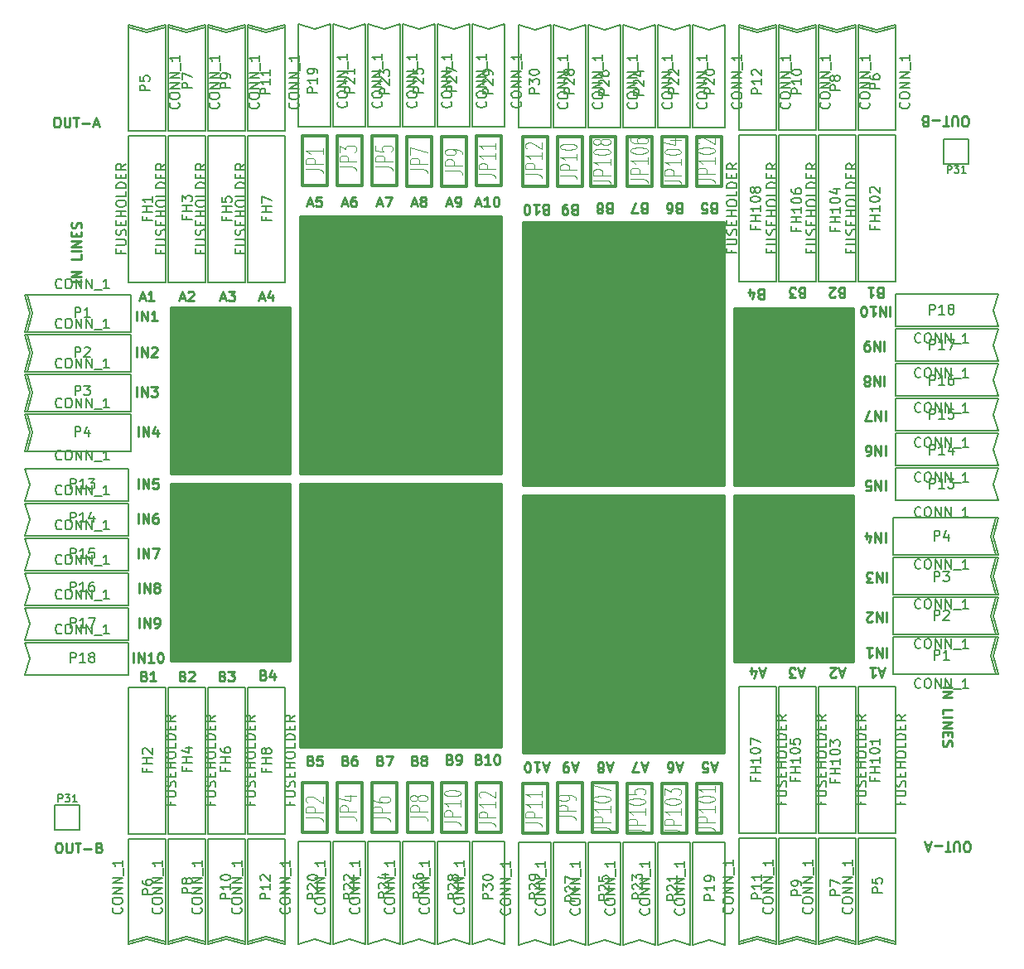
<source format=gto>
G04 (created by PCBNEW (2013-07-07 BZR 4022)-stable) date 11/02/2014 19:36:51*
%MOIN*%
G04 Gerber Fmt 3.4, Leading zero omitted, Abs format*
%FSLAX34Y34*%
G01*
G70*
G90*
G04 APERTURE LIST*
%ADD10C,0.00590551*%
%ADD11C,0.00984252*%
%ADD12C,0.012*%
%ADD13C,0.006*%
%ADD14C,0.00393701*%
%ADD15C,0.01*%
G04 APERTURE END LIST*
G54D10*
G54D11*
X80068Y-46959D02*
X80068Y-46565D01*
X80256Y-46959D02*
X80256Y-46565D01*
X80481Y-46959D01*
X80481Y-46565D01*
X80874Y-46959D02*
X80650Y-46959D01*
X80762Y-46959D02*
X80762Y-46565D01*
X80724Y-46621D01*
X80687Y-46659D01*
X80650Y-46678D01*
X81118Y-46565D02*
X81156Y-46565D01*
X81193Y-46584D01*
X81212Y-46603D01*
X81231Y-46640D01*
X81249Y-46715D01*
X81249Y-46809D01*
X81231Y-46884D01*
X81212Y-46921D01*
X81193Y-46940D01*
X81156Y-46959D01*
X81118Y-46959D01*
X81081Y-46940D01*
X81062Y-46921D01*
X81043Y-46884D01*
X81024Y-46809D01*
X81024Y-46715D01*
X81043Y-46640D01*
X81062Y-46603D01*
X81081Y-46584D01*
X81118Y-46565D01*
X80306Y-45559D02*
X80306Y-45165D01*
X80493Y-45559D02*
X80493Y-45165D01*
X80718Y-45559D01*
X80718Y-45165D01*
X80924Y-45559D02*
X80999Y-45559D01*
X81037Y-45540D01*
X81056Y-45521D01*
X81093Y-45465D01*
X81112Y-45390D01*
X81112Y-45240D01*
X81093Y-45203D01*
X81074Y-45184D01*
X81037Y-45165D01*
X80962Y-45165D01*
X80924Y-45184D01*
X80906Y-45203D01*
X80887Y-45240D01*
X80887Y-45334D01*
X80906Y-45371D01*
X80924Y-45390D01*
X80962Y-45409D01*
X81037Y-45409D01*
X81074Y-45390D01*
X81093Y-45371D01*
X81112Y-45334D01*
X80306Y-44159D02*
X80306Y-43765D01*
X80493Y-44159D02*
X80493Y-43765D01*
X80718Y-44159D01*
X80718Y-43765D01*
X80962Y-43934D02*
X80924Y-43915D01*
X80906Y-43896D01*
X80887Y-43859D01*
X80887Y-43840D01*
X80906Y-43803D01*
X80924Y-43784D01*
X80962Y-43765D01*
X81037Y-43765D01*
X81074Y-43784D01*
X81093Y-43803D01*
X81112Y-43840D01*
X81112Y-43859D01*
X81093Y-43896D01*
X81074Y-43915D01*
X81037Y-43934D01*
X80962Y-43934D01*
X80924Y-43953D01*
X80906Y-43971D01*
X80887Y-44009D01*
X80887Y-44084D01*
X80906Y-44121D01*
X80924Y-44140D01*
X80962Y-44159D01*
X81037Y-44159D01*
X81074Y-44140D01*
X81093Y-44121D01*
X81112Y-44084D01*
X81112Y-44009D01*
X81093Y-43971D01*
X81074Y-43953D01*
X81037Y-43934D01*
X80256Y-42759D02*
X80256Y-42365D01*
X80443Y-42759D02*
X80443Y-42365D01*
X80668Y-42759D01*
X80668Y-42365D01*
X80818Y-42365D02*
X81081Y-42365D01*
X80912Y-42759D01*
X80256Y-41359D02*
X80256Y-40965D01*
X80443Y-41359D02*
X80443Y-40965D01*
X80668Y-41359D01*
X80668Y-40965D01*
X81024Y-40965D02*
X80949Y-40965D01*
X80912Y-40984D01*
X80893Y-41003D01*
X80856Y-41059D01*
X80837Y-41134D01*
X80837Y-41284D01*
X80856Y-41321D01*
X80874Y-41340D01*
X80912Y-41359D01*
X80987Y-41359D01*
X81024Y-41340D01*
X81043Y-41321D01*
X81062Y-41284D01*
X81062Y-41190D01*
X81043Y-41153D01*
X81024Y-41134D01*
X80987Y-41115D01*
X80912Y-41115D01*
X80874Y-41134D01*
X80856Y-41153D01*
X80837Y-41190D01*
X80256Y-39959D02*
X80256Y-39565D01*
X80443Y-39959D02*
X80443Y-39565D01*
X80668Y-39959D01*
X80668Y-39565D01*
X81043Y-39565D02*
X80856Y-39565D01*
X80837Y-39753D01*
X80856Y-39734D01*
X80893Y-39715D01*
X80987Y-39715D01*
X81024Y-39734D01*
X81043Y-39753D01*
X81062Y-39790D01*
X81062Y-39884D01*
X81043Y-39921D01*
X81024Y-39940D01*
X80987Y-39959D01*
X80893Y-39959D01*
X80856Y-39940D01*
X80837Y-39921D01*
X80256Y-37859D02*
X80256Y-37465D01*
X80443Y-37859D02*
X80443Y-37465D01*
X80668Y-37859D01*
X80668Y-37465D01*
X81024Y-37596D02*
X81024Y-37859D01*
X80931Y-37446D02*
X80837Y-37728D01*
X81081Y-37728D01*
X80206Y-36259D02*
X80206Y-35865D01*
X80393Y-36259D02*
X80393Y-35865D01*
X80618Y-36259D01*
X80618Y-35865D01*
X80768Y-35865D02*
X81012Y-35865D01*
X80881Y-36015D01*
X80937Y-36015D01*
X80974Y-36034D01*
X80993Y-36053D01*
X81012Y-36090D01*
X81012Y-36184D01*
X80993Y-36221D01*
X80974Y-36240D01*
X80937Y-36259D01*
X80824Y-36259D01*
X80787Y-36240D01*
X80768Y-36221D01*
X80206Y-34659D02*
X80206Y-34265D01*
X80393Y-34659D02*
X80393Y-34265D01*
X80618Y-34659D01*
X80618Y-34265D01*
X80787Y-34303D02*
X80806Y-34284D01*
X80843Y-34265D01*
X80937Y-34265D01*
X80974Y-34284D01*
X80993Y-34303D01*
X81012Y-34340D01*
X81012Y-34378D01*
X80993Y-34434D01*
X80768Y-34659D01*
X81012Y-34659D01*
X80206Y-33209D02*
X80206Y-32815D01*
X80393Y-33209D02*
X80393Y-32815D01*
X80618Y-33209D01*
X80618Y-32815D01*
X81012Y-33209D02*
X80787Y-33209D01*
X80899Y-33209D02*
X80899Y-32815D01*
X80862Y-32871D01*
X80824Y-32909D01*
X80787Y-32928D01*
X93953Y-50853D02*
X94009Y-50871D01*
X94028Y-50890D01*
X94046Y-50928D01*
X94046Y-50984D01*
X94028Y-51021D01*
X94009Y-51040D01*
X93971Y-51059D01*
X93821Y-51059D01*
X93821Y-50665D01*
X93953Y-50665D01*
X93990Y-50684D01*
X94009Y-50703D01*
X94028Y-50740D01*
X94028Y-50778D01*
X94009Y-50815D01*
X93990Y-50834D01*
X93953Y-50853D01*
X93821Y-50853D01*
X94421Y-51059D02*
X94196Y-51059D01*
X94309Y-51059D02*
X94309Y-50665D01*
X94271Y-50721D01*
X94234Y-50759D01*
X94196Y-50778D01*
X94665Y-50665D02*
X94703Y-50665D01*
X94740Y-50684D01*
X94759Y-50703D01*
X94778Y-50740D01*
X94796Y-50815D01*
X94796Y-50909D01*
X94778Y-50984D01*
X94759Y-51021D01*
X94740Y-51040D01*
X94703Y-51059D01*
X94665Y-51059D01*
X94628Y-51040D01*
X94609Y-51021D01*
X94590Y-50984D01*
X94571Y-50909D01*
X94571Y-50815D01*
X94590Y-50740D01*
X94609Y-50703D01*
X94628Y-50684D01*
X94665Y-50665D01*
X92790Y-50853D02*
X92846Y-50871D01*
X92865Y-50890D01*
X92884Y-50928D01*
X92884Y-50984D01*
X92865Y-51021D01*
X92846Y-51040D01*
X92809Y-51059D01*
X92659Y-51059D01*
X92659Y-50665D01*
X92790Y-50665D01*
X92828Y-50684D01*
X92846Y-50703D01*
X92865Y-50740D01*
X92865Y-50778D01*
X92846Y-50815D01*
X92828Y-50834D01*
X92790Y-50853D01*
X92659Y-50853D01*
X93071Y-51059D02*
X93146Y-51059D01*
X93184Y-51040D01*
X93203Y-51021D01*
X93240Y-50965D01*
X93259Y-50890D01*
X93259Y-50740D01*
X93240Y-50703D01*
X93221Y-50684D01*
X93184Y-50665D01*
X93109Y-50665D01*
X93071Y-50684D01*
X93053Y-50703D01*
X93034Y-50740D01*
X93034Y-50834D01*
X93053Y-50871D01*
X93071Y-50890D01*
X93109Y-50909D01*
X93184Y-50909D01*
X93221Y-50890D01*
X93240Y-50871D01*
X93259Y-50834D01*
X91390Y-50903D02*
X91446Y-50921D01*
X91465Y-50940D01*
X91484Y-50978D01*
X91484Y-51034D01*
X91465Y-51071D01*
X91446Y-51090D01*
X91409Y-51109D01*
X91259Y-51109D01*
X91259Y-50715D01*
X91390Y-50715D01*
X91428Y-50734D01*
X91446Y-50753D01*
X91465Y-50790D01*
X91465Y-50828D01*
X91446Y-50865D01*
X91428Y-50884D01*
X91390Y-50903D01*
X91259Y-50903D01*
X91709Y-50884D02*
X91671Y-50865D01*
X91653Y-50846D01*
X91634Y-50809D01*
X91634Y-50790D01*
X91653Y-50753D01*
X91671Y-50734D01*
X91709Y-50715D01*
X91784Y-50715D01*
X91821Y-50734D01*
X91840Y-50753D01*
X91859Y-50790D01*
X91859Y-50809D01*
X91840Y-50846D01*
X91821Y-50865D01*
X91784Y-50884D01*
X91709Y-50884D01*
X91671Y-50903D01*
X91653Y-50921D01*
X91634Y-50959D01*
X91634Y-51034D01*
X91653Y-51071D01*
X91671Y-51090D01*
X91709Y-51109D01*
X91784Y-51109D01*
X91821Y-51090D01*
X91840Y-51071D01*
X91859Y-51034D01*
X91859Y-50959D01*
X91840Y-50921D01*
X91821Y-50903D01*
X91784Y-50884D01*
X89990Y-50903D02*
X90046Y-50921D01*
X90065Y-50940D01*
X90084Y-50978D01*
X90084Y-51034D01*
X90065Y-51071D01*
X90046Y-51090D01*
X90009Y-51109D01*
X89859Y-51109D01*
X89859Y-50715D01*
X89990Y-50715D01*
X90028Y-50734D01*
X90046Y-50753D01*
X90065Y-50790D01*
X90065Y-50828D01*
X90046Y-50865D01*
X90028Y-50884D01*
X89990Y-50903D01*
X89859Y-50903D01*
X90215Y-50715D02*
X90478Y-50715D01*
X90309Y-51109D01*
X88590Y-50903D02*
X88646Y-50921D01*
X88665Y-50940D01*
X88684Y-50978D01*
X88684Y-51034D01*
X88665Y-51071D01*
X88646Y-51090D01*
X88609Y-51109D01*
X88459Y-51109D01*
X88459Y-50715D01*
X88590Y-50715D01*
X88628Y-50734D01*
X88646Y-50753D01*
X88665Y-50790D01*
X88665Y-50828D01*
X88646Y-50865D01*
X88628Y-50884D01*
X88590Y-50903D01*
X88459Y-50903D01*
X89021Y-50715D02*
X88946Y-50715D01*
X88909Y-50734D01*
X88890Y-50753D01*
X88853Y-50809D01*
X88834Y-50884D01*
X88834Y-51034D01*
X88853Y-51071D01*
X88871Y-51090D01*
X88909Y-51109D01*
X88984Y-51109D01*
X89021Y-51090D01*
X89040Y-51071D01*
X89059Y-51034D01*
X89059Y-50940D01*
X89040Y-50903D01*
X89021Y-50884D01*
X88984Y-50865D01*
X88909Y-50865D01*
X88871Y-50884D01*
X88853Y-50903D01*
X88834Y-50940D01*
X87190Y-50903D02*
X87246Y-50921D01*
X87265Y-50940D01*
X87284Y-50978D01*
X87284Y-51034D01*
X87265Y-51071D01*
X87246Y-51090D01*
X87209Y-51109D01*
X87059Y-51109D01*
X87059Y-50715D01*
X87190Y-50715D01*
X87228Y-50734D01*
X87246Y-50753D01*
X87265Y-50790D01*
X87265Y-50828D01*
X87246Y-50865D01*
X87228Y-50884D01*
X87190Y-50903D01*
X87059Y-50903D01*
X87640Y-50715D02*
X87453Y-50715D01*
X87434Y-50903D01*
X87453Y-50884D01*
X87490Y-50865D01*
X87584Y-50865D01*
X87621Y-50884D01*
X87640Y-50903D01*
X87659Y-50940D01*
X87659Y-51034D01*
X87640Y-51071D01*
X87621Y-51090D01*
X87584Y-51109D01*
X87490Y-51109D01*
X87453Y-51090D01*
X87434Y-51071D01*
X85290Y-47453D02*
X85346Y-47471D01*
X85365Y-47490D01*
X85384Y-47528D01*
X85384Y-47584D01*
X85365Y-47621D01*
X85346Y-47640D01*
X85309Y-47659D01*
X85159Y-47659D01*
X85159Y-47265D01*
X85290Y-47265D01*
X85328Y-47284D01*
X85346Y-47303D01*
X85365Y-47340D01*
X85365Y-47378D01*
X85346Y-47415D01*
X85328Y-47434D01*
X85290Y-47453D01*
X85159Y-47453D01*
X85721Y-47396D02*
X85721Y-47659D01*
X85628Y-47246D02*
X85534Y-47528D01*
X85778Y-47528D01*
X83640Y-47503D02*
X83696Y-47521D01*
X83715Y-47540D01*
X83734Y-47578D01*
X83734Y-47634D01*
X83715Y-47671D01*
X83696Y-47690D01*
X83659Y-47709D01*
X83509Y-47709D01*
X83509Y-47315D01*
X83640Y-47315D01*
X83678Y-47334D01*
X83696Y-47353D01*
X83715Y-47390D01*
X83715Y-47428D01*
X83696Y-47465D01*
X83678Y-47484D01*
X83640Y-47503D01*
X83509Y-47503D01*
X83865Y-47315D02*
X84109Y-47315D01*
X83978Y-47465D01*
X84034Y-47465D01*
X84071Y-47484D01*
X84090Y-47503D01*
X84109Y-47540D01*
X84109Y-47634D01*
X84090Y-47671D01*
X84071Y-47690D01*
X84034Y-47709D01*
X83921Y-47709D01*
X83884Y-47690D01*
X83865Y-47671D01*
X82040Y-47503D02*
X82096Y-47521D01*
X82115Y-47540D01*
X82134Y-47578D01*
X82134Y-47634D01*
X82115Y-47671D01*
X82096Y-47690D01*
X82059Y-47709D01*
X81909Y-47709D01*
X81909Y-47315D01*
X82040Y-47315D01*
X82078Y-47334D01*
X82096Y-47353D01*
X82115Y-47390D01*
X82115Y-47428D01*
X82096Y-47465D01*
X82078Y-47484D01*
X82040Y-47503D01*
X81909Y-47503D01*
X82284Y-47353D02*
X82303Y-47334D01*
X82340Y-47315D01*
X82434Y-47315D01*
X82471Y-47334D01*
X82490Y-47353D01*
X82509Y-47390D01*
X82509Y-47428D01*
X82490Y-47484D01*
X82265Y-47709D01*
X82509Y-47709D01*
X80490Y-47503D02*
X80546Y-47521D01*
X80565Y-47540D01*
X80584Y-47578D01*
X80584Y-47634D01*
X80565Y-47671D01*
X80546Y-47690D01*
X80509Y-47709D01*
X80359Y-47709D01*
X80359Y-47315D01*
X80490Y-47315D01*
X80528Y-47334D01*
X80546Y-47353D01*
X80565Y-47390D01*
X80565Y-47428D01*
X80546Y-47465D01*
X80528Y-47484D01*
X80490Y-47503D01*
X80359Y-47503D01*
X80959Y-47709D02*
X80734Y-47709D01*
X80846Y-47709D02*
X80846Y-47315D01*
X80809Y-47371D01*
X80771Y-47409D01*
X80734Y-47428D01*
X93831Y-28496D02*
X94018Y-28496D01*
X93793Y-28609D02*
X93925Y-28215D01*
X94056Y-28609D01*
X94393Y-28609D02*
X94168Y-28609D01*
X94281Y-28609D02*
X94281Y-28215D01*
X94243Y-28271D01*
X94206Y-28309D01*
X94168Y-28328D01*
X94637Y-28215D02*
X94674Y-28215D01*
X94712Y-28234D01*
X94731Y-28253D01*
X94749Y-28290D01*
X94768Y-28365D01*
X94768Y-28459D01*
X94749Y-28534D01*
X94731Y-28571D01*
X94712Y-28590D01*
X94674Y-28609D01*
X94637Y-28609D01*
X94599Y-28590D01*
X94581Y-28571D01*
X94562Y-28534D01*
X94543Y-28459D01*
X94543Y-28365D01*
X94562Y-28290D01*
X94581Y-28253D01*
X94599Y-28234D01*
X94637Y-28215D01*
X92668Y-28496D02*
X92856Y-28496D01*
X92631Y-28609D02*
X92762Y-28215D01*
X92893Y-28609D01*
X93043Y-28609D02*
X93118Y-28609D01*
X93156Y-28590D01*
X93174Y-28571D01*
X93212Y-28515D01*
X93231Y-28440D01*
X93231Y-28290D01*
X93212Y-28253D01*
X93193Y-28234D01*
X93156Y-28215D01*
X93081Y-28215D01*
X93043Y-28234D01*
X93024Y-28253D01*
X93006Y-28290D01*
X93006Y-28384D01*
X93024Y-28421D01*
X93043Y-28440D01*
X93081Y-28459D01*
X93156Y-28459D01*
X93193Y-28440D01*
X93212Y-28421D01*
X93231Y-28384D01*
X91268Y-28496D02*
X91456Y-28496D01*
X91231Y-28609D02*
X91362Y-28215D01*
X91493Y-28609D01*
X91681Y-28384D02*
X91643Y-28365D01*
X91624Y-28346D01*
X91606Y-28309D01*
X91606Y-28290D01*
X91624Y-28253D01*
X91643Y-28234D01*
X91681Y-28215D01*
X91756Y-28215D01*
X91793Y-28234D01*
X91812Y-28253D01*
X91831Y-28290D01*
X91831Y-28309D01*
X91812Y-28346D01*
X91793Y-28365D01*
X91756Y-28384D01*
X91681Y-28384D01*
X91643Y-28403D01*
X91624Y-28421D01*
X91606Y-28459D01*
X91606Y-28534D01*
X91624Y-28571D01*
X91643Y-28590D01*
X91681Y-28609D01*
X91756Y-28609D01*
X91793Y-28590D01*
X91812Y-28571D01*
X91831Y-28534D01*
X91831Y-28459D01*
X91812Y-28421D01*
X91793Y-28403D01*
X91756Y-28384D01*
X89868Y-28496D02*
X90056Y-28496D01*
X89831Y-28609D02*
X89962Y-28215D01*
X90093Y-28609D01*
X90187Y-28215D02*
X90449Y-28215D01*
X90281Y-28609D01*
X88468Y-28496D02*
X88656Y-28496D01*
X88431Y-28609D02*
X88562Y-28215D01*
X88693Y-28609D01*
X88993Y-28215D02*
X88918Y-28215D01*
X88881Y-28234D01*
X88862Y-28253D01*
X88824Y-28309D01*
X88806Y-28384D01*
X88806Y-28534D01*
X88824Y-28571D01*
X88843Y-28590D01*
X88881Y-28609D01*
X88956Y-28609D01*
X88993Y-28590D01*
X89012Y-28571D01*
X89031Y-28534D01*
X89031Y-28440D01*
X89012Y-28403D01*
X88993Y-28384D01*
X88956Y-28365D01*
X88881Y-28365D01*
X88843Y-28384D01*
X88824Y-28403D01*
X88806Y-28440D01*
X87068Y-28496D02*
X87256Y-28496D01*
X87031Y-28609D02*
X87162Y-28215D01*
X87293Y-28609D01*
X87612Y-28215D02*
X87424Y-28215D01*
X87406Y-28403D01*
X87424Y-28384D01*
X87462Y-28365D01*
X87556Y-28365D01*
X87593Y-28384D01*
X87612Y-28403D01*
X87631Y-28440D01*
X87631Y-28534D01*
X87612Y-28571D01*
X87593Y-28590D01*
X87556Y-28609D01*
X87462Y-28609D01*
X87424Y-28590D01*
X87406Y-28571D01*
X85118Y-32296D02*
X85306Y-32296D01*
X85081Y-32409D02*
X85212Y-32015D01*
X85343Y-32409D01*
X85643Y-32146D02*
X85643Y-32409D01*
X85549Y-31996D02*
X85456Y-32278D01*
X85699Y-32278D01*
X83568Y-32296D02*
X83756Y-32296D01*
X83531Y-32409D02*
X83662Y-32015D01*
X83793Y-32409D01*
X83887Y-32015D02*
X84131Y-32015D01*
X83999Y-32165D01*
X84056Y-32165D01*
X84093Y-32184D01*
X84112Y-32203D01*
X84131Y-32240D01*
X84131Y-32334D01*
X84112Y-32371D01*
X84093Y-32390D01*
X84056Y-32409D01*
X83943Y-32409D01*
X83906Y-32390D01*
X83887Y-32371D01*
X81918Y-32296D02*
X82106Y-32296D01*
X81881Y-32409D02*
X82012Y-32015D01*
X82143Y-32409D01*
X82256Y-32053D02*
X82274Y-32034D01*
X82312Y-32015D01*
X82406Y-32015D01*
X82443Y-32034D01*
X82462Y-32053D01*
X82481Y-32090D01*
X82481Y-32128D01*
X82462Y-32184D01*
X82237Y-32409D01*
X82481Y-32409D01*
X80318Y-32296D02*
X80506Y-32296D01*
X80281Y-32409D02*
X80412Y-32015D01*
X80543Y-32409D01*
X80881Y-32409D02*
X80656Y-32409D01*
X80768Y-32409D02*
X80768Y-32015D01*
X80731Y-32071D01*
X80693Y-32109D01*
X80656Y-32128D01*
X77015Y-54215D02*
X77090Y-54215D01*
X77128Y-54234D01*
X77165Y-54271D01*
X77184Y-54346D01*
X77184Y-54478D01*
X77165Y-54553D01*
X77128Y-54590D01*
X77090Y-54609D01*
X77015Y-54609D01*
X76978Y-54590D01*
X76940Y-54553D01*
X76921Y-54478D01*
X76921Y-54346D01*
X76940Y-54271D01*
X76978Y-54234D01*
X77015Y-54215D01*
X77353Y-54215D02*
X77353Y-54534D01*
X77371Y-54571D01*
X77390Y-54590D01*
X77428Y-54609D01*
X77503Y-54609D01*
X77540Y-54590D01*
X77559Y-54571D01*
X77578Y-54534D01*
X77578Y-54215D01*
X77709Y-54215D02*
X77934Y-54215D01*
X77821Y-54609D02*
X77821Y-54215D01*
X78065Y-54459D02*
X78365Y-54459D01*
X78684Y-54403D02*
X78740Y-54421D01*
X78759Y-54440D01*
X78778Y-54478D01*
X78778Y-54534D01*
X78759Y-54571D01*
X78740Y-54590D01*
X78703Y-54609D01*
X78553Y-54609D01*
X78553Y-54215D01*
X78684Y-54215D01*
X78721Y-54234D01*
X78740Y-54253D01*
X78759Y-54290D01*
X78759Y-54328D01*
X78740Y-54365D01*
X78721Y-54384D01*
X78684Y-54403D01*
X78553Y-54403D01*
X76943Y-25015D02*
X77018Y-25015D01*
X77056Y-25034D01*
X77093Y-25071D01*
X77112Y-25146D01*
X77112Y-25278D01*
X77093Y-25353D01*
X77056Y-25390D01*
X77018Y-25409D01*
X76943Y-25409D01*
X76906Y-25390D01*
X76868Y-25353D01*
X76850Y-25278D01*
X76850Y-25146D01*
X76868Y-25071D01*
X76906Y-25034D01*
X76943Y-25015D01*
X77281Y-25015D02*
X77281Y-25334D01*
X77300Y-25371D01*
X77318Y-25390D01*
X77356Y-25409D01*
X77431Y-25409D01*
X77468Y-25390D01*
X77487Y-25371D01*
X77506Y-25334D01*
X77506Y-25015D01*
X77637Y-25015D02*
X77862Y-25015D01*
X77750Y-25409D02*
X77750Y-25015D01*
X77993Y-25259D02*
X78293Y-25259D01*
X78462Y-25296D02*
X78649Y-25296D01*
X78424Y-25409D02*
X78556Y-25015D01*
X78687Y-25409D01*
X77959Y-31631D02*
X77565Y-31631D01*
X77959Y-31443D02*
X77565Y-31443D01*
X77959Y-31218D01*
X77565Y-31218D01*
X77959Y-30543D02*
X77959Y-30731D01*
X77565Y-30731D01*
X77959Y-30412D02*
X77565Y-30412D01*
X77959Y-30225D02*
X77565Y-30225D01*
X77959Y-30000D01*
X77565Y-30000D01*
X77753Y-29812D02*
X77753Y-29681D01*
X77959Y-29625D02*
X77959Y-29812D01*
X77565Y-29812D01*
X77565Y-29625D01*
X77940Y-29475D02*
X77959Y-29418D01*
X77959Y-29325D01*
X77940Y-29287D01*
X77921Y-29268D01*
X77884Y-29250D01*
X77846Y-29250D01*
X77809Y-29268D01*
X77790Y-29287D01*
X77771Y-29325D01*
X77753Y-29400D01*
X77734Y-29437D01*
X77715Y-29456D01*
X77678Y-29475D01*
X77640Y-29475D01*
X77603Y-29456D01*
X77584Y-29437D01*
X77565Y-29400D01*
X77565Y-29306D01*
X77584Y-29250D01*
X110503Y-32628D02*
X110503Y-33021D01*
X110316Y-32628D02*
X110316Y-33021D01*
X110091Y-32628D01*
X110091Y-33021D01*
X109697Y-32628D02*
X109922Y-32628D01*
X109809Y-32628D02*
X109809Y-33021D01*
X109847Y-32965D01*
X109884Y-32928D01*
X109922Y-32909D01*
X109453Y-33021D02*
X109416Y-33021D01*
X109378Y-33003D01*
X109359Y-32984D01*
X109341Y-32946D01*
X109322Y-32871D01*
X109322Y-32778D01*
X109341Y-32703D01*
X109359Y-32665D01*
X109378Y-32646D01*
X109416Y-32628D01*
X109453Y-32628D01*
X109491Y-32646D01*
X109509Y-32665D01*
X109528Y-32703D01*
X109547Y-32778D01*
X109547Y-32871D01*
X109528Y-32946D01*
X109509Y-32984D01*
X109491Y-33003D01*
X109453Y-33021D01*
X110266Y-34028D02*
X110266Y-34421D01*
X110078Y-34028D02*
X110078Y-34421D01*
X109853Y-34028D01*
X109853Y-34421D01*
X109647Y-34028D02*
X109572Y-34028D01*
X109534Y-34046D01*
X109516Y-34065D01*
X109478Y-34121D01*
X109459Y-34196D01*
X109459Y-34346D01*
X109478Y-34384D01*
X109497Y-34403D01*
X109534Y-34421D01*
X109609Y-34421D01*
X109647Y-34403D01*
X109666Y-34384D01*
X109684Y-34346D01*
X109684Y-34253D01*
X109666Y-34215D01*
X109647Y-34196D01*
X109609Y-34178D01*
X109534Y-34178D01*
X109497Y-34196D01*
X109478Y-34215D01*
X109459Y-34253D01*
X110266Y-35428D02*
X110266Y-35821D01*
X110078Y-35428D02*
X110078Y-35821D01*
X109853Y-35428D01*
X109853Y-35821D01*
X109609Y-35653D02*
X109647Y-35671D01*
X109666Y-35690D01*
X109684Y-35728D01*
X109684Y-35746D01*
X109666Y-35784D01*
X109647Y-35803D01*
X109609Y-35821D01*
X109534Y-35821D01*
X109497Y-35803D01*
X109478Y-35784D01*
X109459Y-35746D01*
X109459Y-35728D01*
X109478Y-35690D01*
X109497Y-35671D01*
X109534Y-35653D01*
X109609Y-35653D01*
X109647Y-35634D01*
X109666Y-35615D01*
X109684Y-35578D01*
X109684Y-35503D01*
X109666Y-35465D01*
X109647Y-35446D01*
X109609Y-35428D01*
X109534Y-35428D01*
X109497Y-35446D01*
X109478Y-35465D01*
X109459Y-35503D01*
X109459Y-35578D01*
X109478Y-35615D01*
X109497Y-35634D01*
X109534Y-35653D01*
X110316Y-36828D02*
X110316Y-37221D01*
X110128Y-36828D02*
X110128Y-37221D01*
X109903Y-36828D01*
X109903Y-37221D01*
X109753Y-37221D02*
X109491Y-37221D01*
X109659Y-36828D01*
X110316Y-38228D02*
X110316Y-38621D01*
X110128Y-38228D02*
X110128Y-38621D01*
X109903Y-38228D01*
X109903Y-38621D01*
X109547Y-38621D02*
X109622Y-38621D01*
X109659Y-38603D01*
X109678Y-38584D01*
X109716Y-38528D01*
X109734Y-38453D01*
X109734Y-38303D01*
X109716Y-38265D01*
X109697Y-38246D01*
X109659Y-38228D01*
X109584Y-38228D01*
X109547Y-38246D01*
X109528Y-38265D01*
X109509Y-38303D01*
X109509Y-38396D01*
X109528Y-38434D01*
X109547Y-38453D01*
X109584Y-38471D01*
X109659Y-38471D01*
X109697Y-38453D01*
X109716Y-38434D01*
X109734Y-38396D01*
X110316Y-39628D02*
X110316Y-40021D01*
X110128Y-39628D02*
X110128Y-40021D01*
X109903Y-39628D01*
X109903Y-40021D01*
X109528Y-40021D02*
X109716Y-40021D01*
X109734Y-39834D01*
X109716Y-39853D01*
X109678Y-39871D01*
X109584Y-39871D01*
X109547Y-39853D01*
X109528Y-39834D01*
X109509Y-39796D01*
X109509Y-39703D01*
X109528Y-39665D01*
X109547Y-39646D01*
X109584Y-39628D01*
X109678Y-39628D01*
X109716Y-39646D01*
X109734Y-39665D01*
X110316Y-41728D02*
X110316Y-42121D01*
X110128Y-41728D02*
X110128Y-42121D01*
X109903Y-41728D01*
X109903Y-42121D01*
X109547Y-41990D02*
X109547Y-41728D01*
X109641Y-42140D02*
X109734Y-41859D01*
X109491Y-41859D01*
X110366Y-43328D02*
X110366Y-43721D01*
X110178Y-43328D02*
X110178Y-43721D01*
X109953Y-43328D01*
X109953Y-43721D01*
X109803Y-43721D02*
X109559Y-43721D01*
X109691Y-43571D01*
X109634Y-43571D01*
X109597Y-43553D01*
X109578Y-43534D01*
X109559Y-43496D01*
X109559Y-43403D01*
X109578Y-43365D01*
X109597Y-43346D01*
X109634Y-43328D01*
X109747Y-43328D01*
X109784Y-43346D01*
X109803Y-43365D01*
X110366Y-44928D02*
X110366Y-45321D01*
X110178Y-44928D02*
X110178Y-45321D01*
X109953Y-44928D01*
X109953Y-45321D01*
X109784Y-45284D02*
X109766Y-45303D01*
X109728Y-45321D01*
X109634Y-45321D01*
X109597Y-45303D01*
X109578Y-45284D01*
X109559Y-45246D01*
X109559Y-45209D01*
X109578Y-45153D01*
X109803Y-44928D01*
X109559Y-44928D01*
X110366Y-46378D02*
X110366Y-46771D01*
X110178Y-46378D02*
X110178Y-46771D01*
X109953Y-46378D01*
X109953Y-46771D01*
X109559Y-46378D02*
X109784Y-46378D01*
X109672Y-46378D02*
X109672Y-46771D01*
X109709Y-46715D01*
X109747Y-46678D01*
X109784Y-46659D01*
X96619Y-28734D02*
X96562Y-28715D01*
X96544Y-28696D01*
X96525Y-28659D01*
X96525Y-28603D01*
X96544Y-28565D01*
X96562Y-28546D01*
X96600Y-28528D01*
X96750Y-28528D01*
X96750Y-28921D01*
X96619Y-28921D01*
X96581Y-28903D01*
X96562Y-28884D01*
X96544Y-28846D01*
X96544Y-28809D01*
X96562Y-28771D01*
X96581Y-28753D01*
X96619Y-28734D01*
X96750Y-28734D01*
X96150Y-28528D02*
X96375Y-28528D01*
X96262Y-28528D02*
X96262Y-28921D01*
X96300Y-28865D01*
X96337Y-28828D01*
X96375Y-28809D01*
X95906Y-28921D02*
X95869Y-28921D01*
X95831Y-28903D01*
X95813Y-28884D01*
X95794Y-28846D01*
X95775Y-28771D01*
X95775Y-28678D01*
X95794Y-28603D01*
X95813Y-28565D01*
X95831Y-28546D01*
X95869Y-28528D01*
X95906Y-28528D01*
X95944Y-28546D01*
X95963Y-28565D01*
X95981Y-28603D01*
X96000Y-28678D01*
X96000Y-28771D01*
X95981Y-28846D01*
X95963Y-28884D01*
X95944Y-28903D01*
X95906Y-28921D01*
X97781Y-28734D02*
X97725Y-28715D01*
X97706Y-28696D01*
X97687Y-28659D01*
X97687Y-28603D01*
X97706Y-28565D01*
X97725Y-28546D01*
X97762Y-28528D01*
X97912Y-28528D01*
X97912Y-28921D01*
X97781Y-28921D01*
X97744Y-28903D01*
X97725Y-28884D01*
X97706Y-28846D01*
X97706Y-28809D01*
X97725Y-28771D01*
X97744Y-28753D01*
X97781Y-28734D01*
X97912Y-28734D01*
X97500Y-28528D02*
X97425Y-28528D01*
X97387Y-28546D01*
X97369Y-28565D01*
X97331Y-28621D01*
X97313Y-28696D01*
X97313Y-28846D01*
X97331Y-28884D01*
X97350Y-28903D01*
X97387Y-28921D01*
X97462Y-28921D01*
X97500Y-28903D01*
X97519Y-28884D01*
X97537Y-28846D01*
X97537Y-28753D01*
X97519Y-28715D01*
X97500Y-28696D01*
X97462Y-28678D01*
X97387Y-28678D01*
X97350Y-28696D01*
X97331Y-28715D01*
X97313Y-28753D01*
X99181Y-28684D02*
X99125Y-28665D01*
X99106Y-28646D01*
X99087Y-28609D01*
X99087Y-28553D01*
X99106Y-28515D01*
X99125Y-28496D01*
X99162Y-28478D01*
X99312Y-28478D01*
X99312Y-28871D01*
X99181Y-28871D01*
X99144Y-28853D01*
X99125Y-28834D01*
X99106Y-28796D01*
X99106Y-28759D01*
X99125Y-28721D01*
X99144Y-28703D01*
X99181Y-28684D01*
X99312Y-28684D01*
X98862Y-28703D02*
X98900Y-28721D01*
X98919Y-28740D01*
X98937Y-28778D01*
X98937Y-28796D01*
X98919Y-28834D01*
X98900Y-28853D01*
X98862Y-28871D01*
X98787Y-28871D01*
X98750Y-28853D01*
X98731Y-28834D01*
X98713Y-28796D01*
X98713Y-28778D01*
X98731Y-28740D01*
X98750Y-28721D01*
X98787Y-28703D01*
X98862Y-28703D01*
X98900Y-28684D01*
X98919Y-28665D01*
X98937Y-28628D01*
X98937Y-28553D01*
X98919Y-28515D01*
X98900Y-28496D01*
X98862Y-28478D01*
X98787Y-28478D01*
X98750Y-28496D01*
X98731Y-28515D01*
X98713Y-28553D01*
X98713Y-28628D01*
X98731Y-28665D01*
X98750Y-28684D01*
X98787Y-28703D01*
X100581Y-28684D02*
X100525Y-28665D01*
X100506Y-28646D01*
X100487Y-28609D01*
X100487Y-28553D01*
X100506Y-28515D01*
X100525Y-28496D01*
X100562Y-28478D01*
X100712Y-28478D01*
X100712Y-28871D01*
X100581Y-28871D01*
X100544Y-28853D01*
X100525Y-28834D01*
X100506Y-28796D01*
X100506Y-28759D01*
X100525Y-28721D01*
X100544Y-28703D01*
X100581Y-28684D01*
X100712Y-28684D01*
X100356Y-28871D02*
X100094Y-28871D01*
X100262Y-28478D01*
X101981Y-28684D02*
X101925Y-28665D01*
X101906Y-28646D01*
X101887Y-28609D01*
X101887Y-28553D01*
X101906Y-28515D01*
X101925Y-28496D01*
X101962Y-28478D01*
X102112Y-28478D01*
X102112Y-28871D01*
X101981Y-28871D01*
X101944Y-28853D01*
X101925Y-28834D01*
X101906Y-28796D01*
X101906Y-28759D01*
X101925Y-28721D01*
X101944Y-28703D01*
X101981Y-28684D01*
X102112Y-28684D01*
X101550Y-28871D02*
X101625Y-28871D01*
X101662Y-28853D01*
X101681Y-28834D01*
X101719Y-28778D01*
X101737Y-28703D01*
X101737Y-28553D01*
X101719Y-28515D01*
X101700Y-28496D01*
X101662Y-28478D01*
X101587Y-28478D01*
X101550Y-28496D01*
X101531Y-28515D01*
X101513Y-28553D01*
X101513Y-28646D01*
X101531Y-28684D01*
X101550Y-28703D01*
X101587Y-28721D01*
X101662Y-28721D01*
X101700Y-28703D01*
X101719Y-28684D01*
X101737Y-28646D01*
X103381Y-28684D02*
X103325Y-28665D01*
X103306Y-28646D01*
X103287Y-28609D01*
X103287Y-28553D01*
X103306Y-28515D01*
X103325Y-28496D01*
X103362Y-28478D01*
X103512Y-28478D01*
X103512Y-28871D01*
X103381Y-28871D01*
X103344Y-28853D01*
X103325Y-28834D01*
X103306Y-28796D01*
X103306Y-28759D01*
X103325Y-28721D01*
X103344Y-28703D01*
X103381Y-28684D01*
X103512Y-28684D01*
X102931Y-28871D02*
X103119Y-28871D01*
X103137Y-28684D01*
X103119Y-28703D01*
X103081Y-28721D01*
X102987Y-28721D01*
X102950Y-28703D01*
X102931Y-28684D01*
X102913Y-28646D01*
X102913Y-28553D01*
X102931Y-28515D01*
X102950Y-28496D01*
X102987Y-28478D01*
X103081Y-28478D01*
X103119Y-28496D01*
X103137Y-28515D01*
X105281Y-32134D02*
X105225Y-32115D01*
X105206Y-32096D01*
X105187Y-32059D01*
X105187Y-32003D01*
X105206Y-31965D01*
X105225Y-31946D01*
X105262Y-31928D01*
X105412Y-31928D01*
X105412Y-32321D01*
X105281Y-32321D01*
X105244Y-32303D01*
X105225Y-32284D01*
X105206Y-32246D01*
X105206Y-32209D01*
X105225Y-32171D01*
X105244Y-32153D01*
X105281Y-32134D01*
X105412Y-32134D01*
X104850Y-32190D02*
X104850Y-31928D01*
X104944Y-32340D02*
X105037Y-32059D01*
X104794Y-32059D01*
X106931Y-32084D02*
X106875Y-32065D01*
X106856Y-32046D01*
X106837Y-32009D01*
X106837Y-31953D01*
X106856Y-31915D01*
X106875Y-31896D01*
X106912Y-31878D01*
X107062Y-31878D01*
X107062Y-32271D01*
X106931Y-32271D01*
X106894Y-32253D01*
X106875Y-32234D01*
X106856Y-32196D01*
X106856Y-32159D01*
X106875Y-32121D01*
X106894Y-32103D01*
X106931Y-32084D01*
X107062Y-32084D01*
X106706Y-32271D02*
X106463Y-32271D01*
X106594Y-32121D01*
X106537Y-32121D01*
X106500Y-32103D01*
X106481Y-32084D01*
X106463Y-32046D01*
X106463Y-31953D01*
X106481Y-31915D01*
X106500Y-31896D01*
X106537Y-31878D01*
X106650Y-31878D01*
X106687Y-31896D01*
X106706Y-31915D01*
X108531Y-32084D02*
X108475Y-32065D01*
X108456Y-32046D01*
X108437Y-32009D01*
X108437Y-31953D01*
X108456Y-31915D01*
X108475Y-31896D01*
X108512Y-31878D01*
X108662Y-31878D01*
X108662Y-32271D01*
X108531Y-32271D01*
X108494Y-32253D01*
X108475Y-32234D01*
X108456Y-32196D01*
X108456Y-32159D01*
X108475Y-32121D01*
X108494Y-32103D01*
X108531Y-32084D01*
X108662Y-32084D01*
X108287Y-32234D02*
X108269Y-32253D01*
X108231Y-32271D01*
X108137Y-32271D01*
X108100Y-32253D01*
X108081Y-32234D01*
X108063Y-32196D01*
X108063Y-32159D01*
X108081Y-32103D01*
X108306Y-31878D01*
X108063Y-31878D01*
X110081Y-32084D02*
X110025Y-32065D01*
X110006Y-32046D01*
X109987Y-32009D01*
X109987Y-31953D01*
X110006Y-31915D01*
X110025Y-31896D01*
X110062Y-31878D01*
X110212Y-31878D01*
X110212Y-32271D01*
X110081Y-32271D01*
X110044Y-32253D01*
X110025Y-32234D01*
X110006Y-32196D01*
X110006Y-32159D01*
X110025Y-32121D01*
X110044Y-32103D01*
X110081Y-32084D01*
X110212Y-32084D01*
X109613Y-31878D02*
X109837Y-31878D01*
X109725Y-31878D02*
X109725Y-32271D01*
X109762Y-32215D01*
X109800Y-32178D01*
X109837Y-32159D01*
X96741Y-51090D02*
X96553Y-51090D01*
X96778Y-50978D02*
X96647Y-51371D01*
X96516Y-50978D01*
X96178Y-50978D02*
X96403Y-50978D01*
X96291Y-50978D02*
X96291Y-51371D01*
X96328Y-51315D01*
X96366Y-51278D01*
X96403Y-51259D01*
X95934Y-51371D02*
X95897Y-51371D01*
X95859Y-51353D01*
X95841Y-51334D01*
X95822Y-51296D01*
X95803Y-51221D01*
X95803Y-51128D01*
X95822Y-51053D01*
X95841Y-51015D01*
X95859Y-50996D01*
X95897Y-50978D01*
X95934Y-50978D01*
X95972Y-50996D01*
X95991Y-51015D01*
X96009Y-51053D01*
X96028Y-51128D01*
X96028Y-51221D01*
X96009Y-51296D01*
X95991Y-51334D01*
X95972Y-51353D01*
X95934Y-51371D01*
X97903Y-51090D02*
X97716Y-51090D01*
X97941Y-50978D02*
X97809Y-51371D01*
X97678Y-50978D01*
X97528Y-50978D02*
X97453Y-50978D01*
X97416Y-50996D01*
X97397Y-51015D01*
X97359Y-51071D01*
X97341Y-51146D01*
X97341Y-51296D01*
X97359Y-51334D01*
X97378Y-51353D01*
X97416Y-51371D01*
X97491Y-51371D01*
X97528Y-51353D01*
X97547Y-51334D01*
X97566Y-51296D01*
X97566Y-51203D01*
X97547Y-51165D01*
X97528Y-51146D01*
X97491Y-51128D01*
X97416Y-51128D01*
X97378Y-51146D01*
X97359Y-51165D01*
X97341Y-51203D01*
X99303Y-51090D02*
X99116Y-51090D01*
X99341Y-50978D02*
X99209Y-51371D01*
X99078Y-50978D01*
X98891Y-51203D02*
X98928Y-51221D01*
X98947Y-51240D01*
X98966Y-51278D01*
X98966Y-51296D01*
X98947Y-51334D01*
X98928Y-51353D01*
X98891Y-51371D01*
X98816Y-51371D01*
X98778Y-51353D01*
X98759Y-51334D01*
X98741Y-51296D01*
X98741Y-51278D01*
X98759Y-51240D01*
X98778Y-51221D01*
X98816Y-51203D01*
X98891Y-51203D01*
X98928Y-51184D01*
X98947Y-51165D01*
X98966Y-51128D01*
X98966Y-51053D01*
X98947Y-51015D01*
X98928Y-50996D01*
X98891Y-50978D01*
X98816Y-50978D01*
X98778Y-50996D01*
X98759Y-51015D01*
X98741Y-51053D01*
X98741Y-51128D01*
X98759Y-51165D01*
X98778Y-51184D01*
X98816Y-51203D01*
X100703Y-51090D02*
X100516Y-51090D01*
X100741Y-50978D02*
X100609Y-51371D01*
X100478Y-50978D01*
X100384Y-51371D02*
X100122Y-51371D01*
X100291Y-50978D01*
X102103Y-51090D02*
X101916Y-51090D01*
X102141Y-50978D02*
X102009Y-51371D01*
X101878Y-50978D01*
X101578Y-51371D02*
X101653Y-51371D01*
X101691Y-51353D01*
X101709Y-51334D01*
X101747Y-51278D01*
X101766Y-51203D01*
X101766Y-51053D01*
X101747Y-51015D01*
X101728Y-50996D01*
X101691Y-50978D01*
X101616Y-50978D01*
X101578Y-50996D01*
X101559Y-51015D01*
X101541Y-51053D01*
X101541Y-51146D01*
X101559Y-51184D01*
X101578Y-51203D01*
X101616Y-51221D01*
X101691Y-51221D01*
X101728Y-51203D01*
X101747Y-51184D01*
X101766Y-51146D01*
X103503Y-51090D02*
X103316Y-51090D01*
X103541Y-50978D02*
X103409Y-51371D01*
X103278Y-50978D01*
X102959Y-51371D02*
X103147Y-51371D01*
X103166Y-51184D01*
X103147Y-51203D01*
X103109Y-51221D01*
X103016Y-51221D01*
X102978Y-51203D01*
X102959Y-51184D01*
X102941Y-51146D01*
X102941Y-51053D01*
X102959Y-51015D01*
X102978Y-50996D01*
X103016Y-50978D01*
X103109Y-50978D01*
X103147Y-50996D01*
X103166Y-51015D01*
X105453Y-47290D02*
X105266Y-47290D01*
X105491Y-47178D02*
X105359Y-47571D01*
X105228Y-47178D01*
X104928Y-47440D02*
X104928Y-47178D01*
X105022Y-47590D02*
X105116Y-47309D01*
X104872Y-47309D01*
X107003Y-47290D02*
X106816Y-47290D01*
X107041Y-47178D02*
X106909Y-47571D01*
X106778Y-47178D01*
X106684Y-47571D02*
X106441Y-47571D01*
X106572Y-47421D01*
X106516Y-47421D01*
X106478Y-47403D01*
X106459Y-47384D01*
X106441Y-47346D01*
X106441Y-47253D01*
X106459Y-47215D01*
X106478Y-47196D01*
X106516Y-47178D01*
X106628Y-47178D01*
X106666Y-47196D01*
X106684Y-47215D01*
X108653Y-47290D02*
X108466Y-47290D01*
X108691Y-47178D02*
X108559Y-47571D01*
X108428Y-47178D01*
X108316Y-47534D02*
X108297Y-47553D01*
X108259Y-47571D01*
X108166Y-47571D01*
X108128Y-47553D01*
X108109Y-47534D01*
X108091Y-47496D01*
X108091Y-47459D01*
X108109Y-47403D01*
X108334Y-47178D01*
X108091Y-47178D01*
X110253Y-47290D02*
X110066Y-47290D01*
X110291Y-47178D02*
X110159Y-47571D01*
X110028Y-47178D01*
X109691Y-47178D02*
X109916Y-47178D01*
X109803Y-47178D02*
X109803Y-47571D01*
X109841Y-47515D01*
X109878Y-47478D01*
X109916Y-47459D01*
X113556Y-25371D02*
X113481Y-25371D01*
X113444Y-25353D01*
X113406Y-25315D01*
X113387Y-25240D01*
X113387Y-25109D01*
X113406Y-25034D01*
X113444Y-24996D01*
X113481Y-24978D01*
X113556Y-24978D01*
X113594Y-24996D01*
X113631Y-25034D01*
X113650Y-25109D01*
X113650Y-25240D01*
X113631Y-25315D01*
X113594Y-25353D01*
X113556Y-25371D01*
X113219Y-25371D02*
X113219Y-25053D01*
X113200Y-25015D01*
X113181Y-24996D01*
X113144Y-24978D01*
X113069Y-24978D01*
X113031Y-24996D01*
X113012Y-25015D01*
X112994Y-25053D01*
X112994Y-25371D01*
X112862Y-25371D02*
X112637Y-25371D01*
X112750Y-24978D02*
X112750Y-25371D01*
X112506Y-25128D02*
X112206Y-25128D01*
X111888Y-25184D02*
X111831Y-25165D01*
X111813Y-25146D01*
X111794Y-25109D01*
X111794Y-25053D01*
X111813Y-25015D01*
X111831Y-24996D01*
X111869Y-24978D01*
X112019Y-24978D01*
X112019Y-25371D01*
X111888Y-25371D01*
X111850Y-25353D01*
X111831Y-25334D01*
X111813Y-25296D01*
X111813Y-25259D01*
X111831Y-25221D01*
X111850Y-25203D01*
X111888Y-25184D01*
X112019Y-25184D01*
X113628Y-54571D02*
X113553Y-54571D01*
X113516Y-54553D01*
X113478Y-54515D01*
X113459Y-54440D01*
X113459Y-54309D01*
X113478Y-54234D01*
X113516Y-54196D01*
X113553Y-54178D01*
X113628Y-54178D01*
X113665Y-54196D01*
X113703Y-54234D01*
X113722Y-54309D01*
X113722Y-54440D01*
X113703Y-54515D01*
X113665Y-54553D01*
X113628Y-54571D01*
X113291Y-54571D02*
X113291Y-54253D01*
X113272Y-54215D01*
X113253Y-54196D01*
X113216Y-54178D01*
X113141Y-54178D01*
X113103Y-54196D01*
X113084Y-54215D01*
X113066Y-54253D01*
X113066Y-54571D01*
X112934Y-54571D02*
X112709Y-54571D01*
X112822Y-54178D02*
X112822Y-54571D01*
X112578Y-54328D02*
X112278Y-54328D01*
X112109Y-54290D02*
X111922Y-54290D01*
X112147Y-54178D02*
X112016Y-54571D01*
X111884Y-54178D01*
X112612Y-47956D02*
X113006Y-47956D01*
X112612Y-48143D02*
X113006Y-48143D01*
X112612Y-48368D01*
X113006Y-48368D01*
X112612Y-49043D02*
X112612Y-48856D01*
X113006Y-48856D01*
X112612Y-49174D02*
X113006Y-49174D01*
X112612Y-49362D02*
X113006Y-49362D01*
X112612Y-49587D01*
X113006Y-49587D01*
X112819Y-49774D02*
X112819Y-49906D01*
X112612Y-49962D02*
X112612Y-49774D01*
X113006Y-49774D01*
X113006Y-49962D01*
X112631Y-50112D02*
X112612Y-50168D01*
X112612Y-50262D01*
X112631Y-50299D01*
X112650Y-50318D01*
X112687Y-50337D01*
X112725Y-50337D01*
X112762Y-50318D01*
X112781Y-50299D01*
X112800Y-50262D01*
X112819Y-50187D01*
X112837Y-50149D01*
X112856Y-50131D01*
X112894Y-50112D01*
X112931Y-50112D01*
X112969Y-50131D01*
X112987Y-50149D01*
X113006Y-50187D01*
X113006Y-50281D01*
X112987Y-50337D01*
G54D10*
X79850Y-31650D02*
X79850Y-25750D01*
X79850Y-25750D02*
X81350Y-25750D01*
X81350Y-25750D02*
X81350Y-31650D01*
X81350Y-31650D02*
X79850Y-31650D01*
X81350Y-47950D02*
X81350Y-53850D01*
X81350Y-53850D02*
X79850Y-53850D01*
X79850Y-53850D02*
X79850Y-47950D01*
X79850Y-47950D02*
X81350Y-47950D01*
X81450Y-31650D02*
X81450Y-25750D01*
X81450Y-25750D02*
X82950Y-25750D01*
X82950Y-25750D02*
X82950Y-31650D01*
X82950Y-31650D02*
X81450Y-31650D01*
X82950Y-47950D02*
X82950Y-53850D01*
X82950Y-53850D02*
X81450Y-53850D01*
X81450Y-53850D02*
X81450Y-47950D01*
X81450Y-47950D02*
X82950Y-47950D01*
X83050Y-31650D02*
X83050Y-25750D01*
X83050Y-25750D02*
X84550Y-25750D01*
X84550Y-25750D02*
X84550Y-31650D01*
X84550Y-31650D02*
X83050Y-31650D01*
X84550Y-47950D02*
X84550Y-53850D01*
X84550Y-53850D02*
X83050Y-53850D01*
X83050Y-53850D02*
X83050Y-47950D01*
X83050Y-47950D02*
X84550Y-47950D01*
X84650Y-31650D02*
X84650Y-25750D01*
X84650Y-25750D02*
X86150Y-25750D01*
X86150Y-25750D02*
X86150Y-31650D01*
X86150Y-31650D02*
X84650Y-31650D01*
X86150Y-47950D02*
X86150Y-53850D01*
X86150Y-53850D02*
X84650Y-53850D01*
X84650Y-53850D02*
X84650Y-47950D01*
X84650Y-47950D02*
X86150Y-47950D01*
X76000Y-32900D02*
X75800Y-32150D01*
X76000Y-32900D02*
X75800Y-33650D01*
X75900Y-32900D02*
X75700Y-33650D01*
X75700Y-32150D02*
X75900Y-32900D01*
X79950Y-32150D02*
X75700Y-32150D01*
X79950Y-32150D02*
X79950Y-33650D01*
X79950Y-33650D02*
X75700Y-33650D01*
X76000Y-34500D02*
X75800Y-33750D01*
X76000Y-34500D02*
X75800Y-35250D01*
X75900Y-34500D02*
X75700Y-35250D01*
X75700Y-33750D02*
X75900Y-34500D01*
X79950Y-33750D02*
X75700Y-33750D01*
X79950Y-33750D02*
X79950Y-35250D01*
X79950Y-35250D02*
X75700Y-35250D01*
X76000Y-36100D02*
X75800Y-35350D01*
X76000Y-36100D02*
X75800Y-36850D01*
X75900Y-36100D02*
X75700Y-36850D01*
X75700Y-35350D02*
X75900Y-36100D01*
X79950Y-35350D02*
X75700Y-35350D01*
X79950Y-35350D02*
X79950Y-36850D01*
X79950Y-36850D02*
X75700Y-36850D01*
X76000Y-37700D02*
X75800Y-36950D01*
X76000Y-37700D02*
X75800Y-38450D01*
X75900Y-37700D02*
X75700Y-38450D01*
X75700Y-36950D02*
X75900Y-37700D01*
X79950Y-36950D02*
X75700Y-36950D01*
X79950Y-36950D02*
X79950Y-38450D01*
X79950Y-38450D02*
X75700Y-38450D01*
X80600Y-21600D02*
X81350Y-21400D01*
X80600Y-21600D02*
X79850Y-21400D01*
X80600Y-21500D02*
X79850Y-21300D01*
X81350Y-21300D02*
X80600Y-21500D01*
X81350Y-25550D02*
X81350Y-21300D01*
X81350Y-25550D02*
X79850Y-25550D01*
X79850Y-25550D02*
X79850Y-21300D01*
X80600Y-58000D02*
X79850Y-58200D01*
X80600Y-58000D02*
X81350Y-58200D01*
X80600Y-58100D02*
X81350Y-58300D01*
X79850Y-58300D02*
X80600Y-58100D01*
X79850Y-54050D02*
X79850Y-58300D01*
X79850Y-54050D02*
X81350Y-54050D01*
X81350Y-54050D02*
X81350Y-58300D01*
X82200Y-21600D02*
X82950Y-21400D01*
X82200Y-21600D02*
X81450Y-21400D01*
X82200Y-21500D02*
X81450Y-21300D01*
X82950Y-21300D02*
X82200Y-21500D01*
X82950Y-25550D02*
X82950Y-21300D01*
X82950Y-25550D02*
X81450Y-25550D01*
X81450Y-25550D02*
X81450Y-21300D01*
X82200Y-58000D02*
X81450Y-58200D01*
X82200Y-58000D02*
X82950Y-58200D01*
X82200Y-58100D02*
X82950Y-58300D01*
X81450Y-58300D02*
X82200Y-58100D01*
X81450Y-54050D02*
X81450Y-58300D01*
X81450Y-54050D02*
X82950Y-54050D01*
X82950Y-54050D02*
X82950Y-58300D01*
X83800Y-21600D02*
X84550Y-21400D01*
X83800Y-21600D02*
X83050Y-21400D01*
X83800Y-21500D02*
X83050Y-21300D01*
X84550Y-21300D02*
X83800Y-21500D01*
X84550Y-25550D02*
X84550Y-21300D01*
X84550Y-25550D02*
X83050Y-25550D01*
X83050Y-25550D02*
X83050Y-21300D01*
X83800Y-58000D02*
X83050Y-58200D01*
X83800Y-58000D02*
X84550Y-58200D01*
X83800Y-58100D02*
X84550Y-58300D01*
X83050Y-58300D02*
X83800Y-58100D01*
X83050Y-54050D02*
X83050Y-58300D01*
X83050Y-54050D02*
X84550Y-54050D01*
X84550Y-54050D02*
X84550Y-58300D01*
X85400Y-21600D02*
X86150Y-21400D01*
X85400Y-21600D02*
X84650Y-21400D01*
X85400Y-21500D02*
X84650Y-21300D01*
X86150Y-21300D02*
X85400Y-21500D01*
X86150Y-25550D02*
X86150Y-21300D01*
X86150Y-25550D02*
X84650Y-25550D01*
X84650Y-25550D02*
X84650Y-21300D01*
X85400Y-58000D02*
X84650Y-58200D01*
X85400Y-58000D02*
X86150Y-58200D01*
X85400Y-58100D02*
X86150Y-58300D01*
X84650Y-58300D02*
X85400Y-58100D01*
X84650Y-54050D02*
X84650Y-58300D01*
X84650Y-54050D02*
X86150Y-54050D01*
X86150Y-54050D02*
X86150Y-58300D01*
X75900Y-39800D02*
X75700Y-40450D01*
X75700Y-39150D02*
X75900Y-39800D01*
X79850Y-40450D02*
X75700Y-40450D01*
X79850Y-39150D02*
X75700Y-39150D01*
X79850Y-39150D02*
X79850Y-40450D01*
X75900Y-41200D02*
X75700Y-41850D01*
X75700Y-40550D02*
X75900Y-41200D01*
X79850Y-41850D02*
X75700Y-41850D01*
X79850Y-40550D02*
X75700Y-40550D01*
X79850Y-40550D02*
X79850Y-41850D01*
X75900Y-42600D02*
X75700Y-43250D01*
X75700Y-41950D02*
X75900Y-42600D01*
X79850Y-43250D02*
X75700Y-43250D01*
X79850Y-41950D02*
X75700Y-41950D01*
X79850Y-41950D02*
X79850Y-43250D01*
X75900Y-44000D02*
X75700Y-44650D01*
X75700Y-43350D02*
X75900Y-44000D01*
X79850Y-44650D02*
X75700Y-44650D01*
X79850Y-43350D02*
X75700Y-43350D01*
X79850Y-43350D02*
X79850Y-44650D01*
X75900Y-45400D02*
X75700Y-46050D01*
X75700Y-44750D02*
X75900Y-45400D01*
X79850Y-46050D02*
X75700Y-46050D01*
X79850Y-44750D02*
X75700Y-44750D01*
X79850Y-44750D02*
X79850Y-46050D01*
X75900Y-46800D02*
X75700Y-47450D01*
X75700Y-46150D02*
X75900Y-46800D01*
X79850Y-47450D02*
X75700Y-47450D01*
X79850Y-46150D02*
X75700Y-46150D01*
X79850Y-46150D02*
X79850Y-47450D01*
X87350Y-21450D02*
X86700Y-21250D01*
X88000Y-21250D02*
X87350Y-21450D01*
X86700Y-25400D02*
X86700Y-21250D01*
X88000Y-25400D02*
X88000Y-21250D01*
X88000Y-25400D02*
X86700Y-25400D01*
X87350Y-58100D02*
X88000Y-58300D01*
X86700Y-58300D02*
X87350Y-58100D01*
X88000Y-54150D02*
X88000Y-58300D01*
X86700Y-54150D02*
X86700Y-58300D01*
X86700Y-54150D02*
X88000Y-54150D01*
X88750Y-21450D02*
X88100Y-21250D01*
X89400Y-21250D02*
X88750Y-21450D01*
X88100Y-25400D02*
X88100Y-21250D01*
X89400Y-25400D02*
X89400Y-21250D01*
X89400Y-25400D02*
X88100Y-25400D01*
X88750Y-58100D02*
X89400Y-58300D01*
X88100Y-58300D02*
X88750Y-58100D01*
X89400Y-54150D02*
X89400Y-58300D01*
X88100Y-54150D02*
X88100Y-58300D01*
X88100Y-54150D02*
X89400Y-54150D01*
X90150Y-21450D02*
X89500Y-21250D01*
X90800Y-21250D02*
X90150Y-21450D01*
X89500Y-25400D02*
X89500Y-21250D01*
X90800Y-25400D02*
X90800Y-21250D01*
X90800Y-25400D02*
X89500Y-25400D01*
X90150Y-58100D02*
X90800Y-58300D01*
X89500Y-58300D02*
X90150Y-58100D01*
X90800Y-54150D02*
X90800Y-58300D01*
X89500Y-54150D02*
X89500Y-58300D01*
X89500Y-54150D02*
X90800Y-54150D01*
X91550Y-21450D02*
X90900Y-21250D01*
X92200Y-21250D02*
X91550Y-21450D01*
X90900Y-25400D02*
X90900Y-21250D01*
X92200Y-25400D02*
X92200Y-21250D01*
X92200Y-25400D02*
X90900Y-25400D01*
X91550Y-58100D02*
X92200Y-58300D01*
X90900Y-58300D02*
X91550Y-58100D01*
X92200Y-54150D02*
X92200Y-58300D01*
X90900Y-54150D02*
X90900Y-58300D01*
X90900Y-54150D02*
X92200Y-54150D01*
X92950Y-21450D02*
X92300Y-21250D01*
X93600Y-21250D02*
X92950Y-21450D01*
X92300Y-25400D02*
X92300Y-21250D01*
X93600Y-25400D02*
X93600Y-21250D01*
X93600Y-25400D02*
X92300Y-25400D01*
X92950Y-58100D02*
X93600Y-58300D01*
X92300Y-58300D02*
X92950Y-58100D01*
X93600Y-54150D02*
X93600Y-58300D01*
X92300Y-54150D02*
X92300Y-58300D01*
X92300Y-54150D02*
X93600Y-54150D01*
X94350Y-21450D02*
X93700Y-21250D01*
X95000Y-21250D02*
X94350Y-21450D01*
X93700Y-25400D02*
X93700Y-21250D01*
X95000Y-25400D02*
X95000Y-21250D01*
X95000Y-25400D02*
X93700Y-25400D01*
X94350Y-58100D02*
X95000Y-58300D01*
X93700Y-58300D02*
X94350Y-58100D01*
X95000Y-54150D02*
X95000Y-58300D01*
X93700Y-54150D02*
X93700Y-58300D01*
X93700Y-54150D02*
X95000Y-54150D01*
G54D12*
X87850Y-27750D02*
X86850Y-27750D01*
X86850Y-27750D02*
X86850Y-25750D01*
X86850Y-25750D02*
X87850Y-25750D01*
X87850Y-25750D02*
X87850Y-27750D01*
X86850Y-51800D02*
X87850Y-51800D01*
X87850Y-51800D02*
X87850Y-53800D01*
X87850Y-53800D02*
X86850Y-53800D01*
X86850Y-53800D02*
X86850Y-51800D01*
X89250Y-27750D02*
X88250Y-27750D01*
X88250Y-27750D02*
X88250Y-25750D01*
X88250Y-25750D02*
X89250Y-25750D01*
X89250Y-25750D02*
X89250Y-27750D01*
X88250Y-51800D02*
X89250Y-51800D01*
X89250Y-51800D02*
X89250Y-53800D01*
X89250Y-53800D02*
X88250Y-53800D01*
X88250Y-53800D02*
X88250Y-51800D01*
X90650Y-27750D02*
X89650Y-27750D01*
X89650Y-27750D02*
X89650Y-25750D01*
X89650Y-25750D02*
X90650Y-25750D01*
X90650Y-25750D02*
X90650Y-27750D01*
X89650Y-51800D02*
X90650Y-51800D01*
X90650Y-51800D02*
X90650Y-53800D01*
X90650Y-53800D02*
X89650Y-53800D01*
X89650Y-53800D02*
X89650Y-51800D01*
X92050Y-27800D02*
X91050Y-27800D01*
X91050Y-27800D02*
X91050Y-25800D01*
X91050Y-25800D02*
X92050Y-25800D01*
X92050Y-25800D02*
X92050Y-27800D01*
X91100Y-51800D02*
X92100Y-51800D01*
X92100Y-51800D02*
X92100Y-53800D01*
X92100Y-53800D02*
X91100Y-53800D01*
X91100Y-53800D02*
X91100Y-51800D01*
X93450Y-27800D02*
X92450Y-27800D01*
X92450Y-27800D02*
X92450Y-25800D01*
X92450Y-25800D02*
X93450Y-25800D01*
X93450Y-25800D02*
X93450Y-27800D01*
X92450Y-51800D02*
X93450Y-51800D01*
X93450Y-51800D02*
X93450Y-53800D01*
X93450Y-53800D02*
X92450Y-53800D01*
X92450Y-53800D02*
X92450Y-51800D01*
X94850Y-27750D02*
X93850Y-27750D01*
X93850Y-27750D02*
X93850Y-25750D01*
X93850Y-25750D02*
X94850Y-25750D01*
X94850Y-25750D02*
X94850Y-27750D01*
X93850Y-51800D02*
X94850Y-51800D01*
X94850Y-51800D02*
X94850Y-53800D01*
X94850Y-53800D02*
X93850Y-53800D01*
X93850Y-53800D02*
X93850Y-51800D01*
G54D13*
X77900Y-53700D02*
X76900Y-53700D01*
X76900Y-52700D02*
X77900Y-52700D01*
X76900Y-53700D02*
X76900Y-52700D01*
X77900Y-52700D02*
X77900Y-53700D01*
G54D10*
X110722Y-47937D02*
X110722Y-53837D01*
X110722Y-53837D02*
X109222Y-53837D01*
X109222Y-53837D02*
X109222Y-47937D01*
X109222Y-47937D02*
X110722Y-47937D01*
X109222Y-31637D02*
X109222Y-25737D01*
X109222Y-25737D02*
X110722Y-25737D01*
X110722Y-25737D02*
X110722Y-31637D01*
X110722Y-31637D02*
X109222Y-31637D01*
X109122Y-47937D02*
X109122Y-53837D01*
X109122Y-53837D02*
X107622Y-53837D01*
X107622Y-53837D02*
X107622Y-47937D01*
X107622Y-47937D02*
X109122Y-47937D01*
X107622Y-31637D02*
X107622Y-25737D01*
X107622Y-25737D02*
X109122Y-25737D01*
X109122Y-25737D02*
X109122Y-31637D01*
X109122Y-31637D02*
X107622Y-31637D01*
X107522Y-47937D02*
X107522Y-53837D01*
X107522Y-53837D02*
X106022Y-53837D01*
X106022Y-53837D02*
X106022Y-47937D01*
X106022Y-47937D02*
X107522Y-47937D01*
X106022Y-31637D02*
X106022Y-25737D01*
X106022Y-25737D02*
X107522Y-25737D01*
X107522Y-25737D02*
X107522Y-31637D01*
X107522Y-31637D02*
X106022Y-31637D01*
X105922Y-47937D02*
X105922Y-53837D01*
X105922Y-53837D02*
X104422Y-53837D01*
X104422Y-53837D02*
X104422Y-47937D01*
X104422Y-47937D02*
X105922Y-47937D01*
X104422Y-31637D02*
X104422Y-25737D01*
X104422Y-25737D02*
X105922Y-25737D01*
X105922Y-25737D02*
X105922Y-31637D01*
X105922Y-31637D02*
X104422Y-31637D01*
X114572Y-46687D02*
X114772Y-47437D01*
X114572Y-46687D02*
X114772Y-45937D01*
X114672Y-46687D02*
X114872Y-45937D01*
X114872Y-47437D02*
X114672Y-46687D01*
X110622Y-47437D02*
X114872Y-47437D01*
X110622Y-47437D02*
X110622Y-45937D01*
X110622Y-45937D02*
X114872Y-45937D01*
X114572Y-45087D02*
X114772Y-45837D01*
X114572Y-45087D02*
X114772Y-44337D01*
X114672Y-45087D02*
X114872Y-44337D01*
X114872Y-45837D02*
X114672Y-45087D01*
X110622Y-45837D02*
X114872Y-45837D01*
X110622Y-45837D02*
X110622Y-44337D01*
X110622Y-44337D02*
X114872Y-44337D01*
X114572Y-43487D02*
X114772Y-44237D01*
X114572Y-43487D02*
X114772Y-42737D01*
X114672Y-43487D02*
X114872Y-42737D01*
X114872Y-44237D02*
X114672Y-43487D01*
X110622Y-44237D02*
X114872Y-44237D01*
X110622Y-44237D02*
X110622Y-42737D01*
X110622Y-42737D02*
X114872Y-42737D01*
X114572Y-41887D02*
X114772Y-42637D01*
X114572Y-41887D02*
X114772Y-41137D01*
X114672Y-41887D02*
X114872Y-41137D01*
X114872Y-42637D02*
X114672Y-41887D01*
X110622Y-42637D02*
X114872Y-42637D01*
X110622Y-42637D02*
X110622Y-41137D01*
X110622Y-41137D02*
X114872Y-41137D01*
X109972Y-57987D02*
X109222Y-58187D01*
X109972Y-57987D02*
X110722Y-58187D01*
X109972Y-58087D02*
X110722Y-58287D01*
X109222Y-58287D02*
X109972Y-58087D01*
X109222Y-54037D02*
X109222Y-58287D01*
X109222Y-54037D02*
X110722Y-54037D01*
X110722Y-54037D02*
X110722Y-58287D01*
X109972Y-21587D02*
X110722Y-21387D01*
X109972Y-21587D02*
X109222Y-21387D01*
X109972Y-21487D02*
X109222Y-21287D01*
X110722Y-21287D02*
X109972Y-21487D01*
X110722Y-25537D02*
X110722Y-21287D01*
X110722Y-25537D02*
X109222Y-25537D01*
X109222Y-25537D02*
X109222Y-21287D01*
X108372Y-57987D02*
X107622Y-58187D01*
X108372Y-57987D02*
X109122Y-58187D01*
X108372Y-58087D02*
X109122Y-58287D01*
X107622Y-58287D02*
X108372Y-58087D01*
X107622Y-54037D02*
X107622Y-58287D01*
X107622Y-54037D02*
X109122Y-54037D01*
X109122Y-54037D02*
X109122Y-58287D01*
X108372Y-21587D02*
X109122Y-21387D01*
X108372Y-21587D02*
X107622Y-21387D01*
X108372Y-21487D02*
X107622Y-21287D01*
X109122Y-21287D02*
X108372Y-21487D01*
X109122Y-25537D02*
X109122Y-21287D01*
X109122Y-25537D02*
X107622Y-25537D01*
X107622Y-25537D02*
X107622Y-21287D01*
X106772Y-57987D02*
X106022Y-58187D01*
X106772Y-57987D02*
X107522Y-58187D01*
X106772Y-58087D02*
X107522Y-58287D01*
X106022Y-58287D02*
X106772Y-58087D01*
X106022Y-54037D02*
X106022Y-58287D01*
X106022Y-54037D02*
X107522Y-54037D01*
X107522Y-54037D02*
X107522Y-58287D01*
X106772Y-21587D02*
X107522Y-21387D01*
X106772Y-21587D02*
X106022Y-21387D01*
X106772Y-21487D02*
X106022Y-21287D01*
X107522Y-21287D02*
X106772Y-21487D01*
X107522Y-25537D02*
X107522Y-21287D01*
X107522Y-25537D02*
X106022Y-25537D01*
X106022Y-25537D02*
X106022Y-21287D01*
X105172Y-57987D02*
X104422Y-58187D01*
X105172Y-57987D02*
X105922Y-58187D01*
X105172Y-58087D02*
X105922Y-58287D01*
X104422Y-58287D02*
X105172Y-58087D01*
X104422Y-54037D02*
X104422Y-58287D01*
X104422Y-54037D02*
X105922Y-54037D01*
X105922Y-54037D02*
X105922Y-58287D01*
X105172Y-21587D02*
X105922Y-21387D01*
X105172Y-21587D02*
X104422Y-21387D01*
X105172Y-21487D02*
X104422Y-21287D01*
X105922Y-21287D02*
X105172Y-21487D01*
X105922Y-25537D02*
X105922Y-21287D01*
X105922Y-25537D02*
X104422Y-25537D01*
X104422Y-25537D02*
X104422Y-21287D01*
X114672Y-39787D02*
X114872Y-39137D01*
X114872Y-40437D02*
X114672Y-39787D01*
X110722Y-39137D02*
X114872Y-39137D01*
X110722Y-40437D02*
X114872Y-40437D01*
X110722Y-40437D02*
X110722Y-39137D01*
X114672Y-38387D02*
X114872Y-37737D01*
X114872Y-39037D02*
X114672Y-38387D01*
X110722Y-37737D02*
X114872Y-37737D01*
X110722Y-39037D02*
X114872Y-39037D01*
X110722Y-39037D02*
X110722Y-37737D01*
X114672Y-36987D02*
X114872Y-36337D01*
X114872Y-37637D02*
X114672Y-36987D01*
X110722Y-36337D02*
X114872Y-36337D01*
X110722Y-37637D02*
X114872Y-37637D01*
X110722Y-37637D02*
X110722Y-36337D01*
X114672Y-35587D02*
X114872Y-34937D01*
X114872Y-36237D02*
X114672Y-35587D01*
X110722Y-34937D02*
X114872Y-34937D01*
X110722Y-36237D02*
X114872Y-36237D01*
X110722Y-36237D02*
X110722Y-34937D01*
X114672Y-34187D02*
X114872Y-33537D01*
X114872Y-34837D02*
X114672Y-34187D01*
X110722Y-33537D02*
X114872Y-33537D01*
X110722Y-34837D02*
X114872Y-34837D01*
X110722Y-34837D02*
X110722Y-33537D01*
X114672Y-32787D02*
X114872Y-32137D01*
X114872Y-33437D02*
X114672Y-32787D01*
X110722Y-32137D02*
X114872Y-32137D01*
X110722Y-33437D02*
X114872Y-33437D01*
X110722Y-33437D02*
X110722Y-32137D01*
X103222Y-58137D02*
X103872Y-58337D01*
X102572Y-58337D02*
X103222Y-58137D01*
X103872Y-54187D02*
X103872Y-58337D01*
X102572Y-54187D02*
X102572Y-58337D01*
X102572Y-54187D02*
X103872Y-54187D01*
X103222Y-21487D02*
X102572Y-21287D01*
X103872Y-21287D02*
X103222Y-21487D01*
X102572Y-25437D02*
X102572Y-21287D01*
X103872Y-25437D02*
X103872Y-21287D01*
X103872Y-25437D02*
X102572Y-25437D01*
X101822Y-58137D02*
X102472Y-58337D01*
X101172Y-58337D02*
X101822Y-58137D01*
X102472Y-54187D02*
X102472Y-58337D01*
X101172Y-54187D02*
X101172Y-58337D01*
X101172Y-54187D02*
X102472Y-54187D01*
X101822Y-21487D02*
X101172Y-21287D01*
X102472Y-21287D02*
X101822Y-21487D01*
X101172Y-25437D02*
X101172Y-21287D01*
X102472Y-25437D02*
X102472Y-21287D01*
X102472Y-25437D02*
X101172Y-25437D01*
X100422Y-58137D02*
X101072Y-58337D01*
X99772Y-58337D02*
X100422Y-58137D01*
X101072Y-54187D02*
X101072Y-58337D01*
X99772Y-54187D02*
X99772Y-58337D01*
X99772Y-54187D02*
X101072Y-54187D01*
X100422Y-21487D02*
X99772Y-21287D01*
X101072Y-21287D02*
X100422Y-21487D01*
X99772Y-25437D02*
X99772Y-21287D01*
X101072Y-25437D02*
X101072Y-21287D01*
X101072Y-25437D02*
X99772Y-25437D01*
X99022Y-58137D02*
X99672Y-58337D01*
X98372Y-58337D02*
X99022Y-58137D01*
X99672Y-54187D02*
X99672Y-58337D01*
X98372Y-54187D02*
X98372Y-58337D01*
X98372Y-54187D02*
X99672Y-54187D01*
X99022Y-21487D02*
X98372Y-21287D01*
X99672Y-21287D02*
X99022Y-21487D01*
X98372Y-25437D02*
X98372Y-21287D01*
X99672Y-25437D02*
X99672Y-21287D01*
X99672Y-25437D02*
X98372Y-25437D01*
X97622Y-58137D02*
X98272Y-58337D01*
X96972Y-58337D02*
X97622Y-58137D01*
X98272Y-54187D02*
X98272Y-58337D01*
X96972Y-54187D02*
X96972Y-58337D01*
X96972Y-54187D02*
X98272Y-54187D01*
X97622Y-21487D02*
X96972Y-21287D01*
X98272Y-21287D02*
X97622Y-21487D01*
X96972Y-25437D02*
X96972Y-21287D01*
X98272Y-25437D02*
X98272Y-21287D01*
X98272Y-25437D02*
X96972Y-25437D01*
X96222Y-58137D02*
X96872Y-58337D01*
X95572Y-58337D02*
X96222Y-58137D01*
X96872Y-54187D02*
X96872Y-58337D01*
X95572Y-54187D02*
X95572Y-58337D01*
X95572Y-54187D02*
X96872Y-54187D01*
X96222Y-21487D02*
X95572Y-21287D01*
X96872Y-21287D02*
X96222Y-21487D01*
X95572Y-25437D02*
X95572Y-21287D01*
X96872Y-25437D02*
X96872Y-21287D01*
X96872Y-25437D02*
X95572Y-25437D01*
G54D12*
X102722Y-51837D02*
X103722Y-51837D01*
X103722Y-51837D02*
X103722Y-53837D01*
X103722Y-53837D02*
X102722Y-53837D01*
X102722Y-53837D02*
X102722Y-51837D01*
X103722Y-27787D02*
X102722Y-27787D01*
X102722Y-27787D02*
X102722Y-25787D01*
X102722Y-25787D02*
X103722Y-25787D01*
X103722Y-25787D02*
X103722Y-27787D01*
X101322Y-51837D02*
X102322Y-51837D01*
X102322Y-51837D02*
X102322Y-53837D01*
X102322Y-53837D02*
X101322Y-53837D01*
X101322Y-53837D02*
X101322Y-51837D01*
X102322Y-27787D02*
X101322Y-27787D01*
X101322Y-27787D02*
X101322Y-25787D01*
X101322Y-25787D02*
X102322Y-25787D01*
X102322Y-25787D02*
X102322Y-27787D01*
X99922Y-51837D02*
X100922Y-51837D01*
X100922Y-51837D02*
X100922Y-53837D01*
X100922Y-53837D02*
X99922Y-53837D01*
X99922Y-53837D02*
X99922Y-51837D01*
X100922Y-27787D02*
X99922Y-27787D01*
X99922Y-27787D02*
X99922Y-25787D01*
X99922Y-25787D02*
X100922Y-25787D01*
X100922Y-25787D02*
X100922Y-27787D01*
X98522Y-51787D02*
X99522Y-51787D01*
X99522Y-51787D02*
X99522Y-53787D01*
X99522Y-53787D02*
X98522Y-53787D01*
X98522Y-53787D02*
X98522Y-51787D01*
X99472Y-27787D02*
X98472Y-27787D01*
X98472Y-27787D02*
X98472Y-25787D01*
X98472Y-25787D02*
X99472Y-25787D01*
X99472Y-25787D02*
X99472Y-27787D01*
X97122Y-51787D02*
X98122Y-51787D01*
X98122Y-51787D02*
X98122Y-53787D01*
X98122Y-53787D02*
X97122Y-53787D01*
X97122Y-53787D02*
X97122Y-51787D01*
X98122Y-27787D02*
X97122Y-27787D01*
X97122Y-27787D02*
X97122Y-25787D01*
X97122Y-25787D02*
X98122Y-25787D01*
X98122Y-25787D02*
X98122Y-27787D01*
X95722Y-51837D02*
X96722Y-51837D01*
X96722Y-51837D02*
X96722Y-53837D01*
X96722Y-53837D02*
X95722Y-53837D01*
X95722Y-53837D02*
X95722Y-51837D01*
X96722Y-27787D02*
X95722Y-27787D01*
X95722Y-27787D02*
X95722Y-25787D01*
X95722Y-25787D02*
X96722Y-25787D01*
X96722Y-25787D02*
X96722Y-27787D01*
G54D13*
X112672Y-25887D02*
X113672Y-25887D01*
X113672Y-26887D02*
X112672Y-26887D01*
X113672Y-25887D02*
X113672Y-26887D01*
X112672Y-26887D02*
X112672Y-25887D01*
G54D10*
X80603Y-29037D02*
X80603Y-29168D01*
X80809Y-29168D02*
X80415Y-29168D01*
X80415Y-28981D01*
X80809Y-28831D02*
X80415Y-28831D01*
X80603Y-28831D02*
X80603Y-28606D01*
X80809Y-28606D02*
X80415Y-28606D01*
X80809Y-28212D02*
X80809Y-28437D01*
X80809Y-28325D02*
X80415Y-28325D01*
X80471Y-28362D01*
X80509Y-28400D01*
X80528Y-28437D01*
X79553Y-30359D02*
X79553Y-30490D01*
X79759Y-30490D02*
X79365Y-30490D01*
X79365Y-30302D01*
X79365Y-30152D02*
X79684Y-30152D01*
X79721Y-30134D01*
X79740Y-30115D01*
X79759Y-30077D01*
X79759Y-30002D01*
X79740Y-29965D01*
X79721Y-29946D01*
X79684Y-29927D01*
X79365Y-29927D01*
X79740Y-29759D02*
X79759Y-29702D01*
X79759Y-29609D01*
X79740Y-29571D01*
X79721Y-29553D01*
X79684Y-29534D01*
X79646Y-29534D01*
X79609Y-29553D01*
X79590Y-29571D01*
X79571Y-29609D01*
X79553Y-29684D01*
X79534Y-29721D01*
X79515Y-29740D01*
X79478Y-29759D01*
X79440Y-29759D01*
X79403Y-29740D01*
X79384Y-29721D01*
X79365Y-29684D01*
X79365Y-29590D01*
X79384Y-29534D01*
X79553Y-29365D02*
X79553Y-29234D01*
X79759Y-29178D02*
X79759Y-29365D01*
X79365Y-29365D01*
X79365Y-29178D01*
X79759Y-29009D02*
X79365Y-29009D01*
X79553Y-29009D02*
X79553Y-28784D01*
X79759Y-28784D02*
X79365Y-28784D01*
X79365Y-28521D02*
X79365Y-28446D01*
X79384Y-28409D01*
X79421Y-28371D01*
X79496Y-28353D01*
X79628Y-28353D01*
X79703Y-28371D01*
X79740Y-28409D01*
X79759Y-28446D01*
X79759Y-28521D01*
X79740Y-28559D01*
X79703Y-28596D01*
X79628Y-28615D01*
X79496Y-28615D01*
X79421Y-28596D01*
X79384Y-28559D01*
X79365Y-28521D01*
X79759Y-27996D02*
X79759Y-28184D01*
X79365Y-28184D01*
X79759Y-27865D02*
X79365Y-27865D01*
X79365Y-27771D01*
X79384Y-27715D01*
X79421Y-27678D01*
X79459Y-27659D01*
X79534Y-27640D01*
X79590Y-27640D01*
X79665Y-27659D01*
X79703Y-27678D01*
X79740Y-27715D01*
X79759Y-27771D01*
X79759Y-27865D01*
X79553Y-27472D02*
X79553Y-27340D01*
X79759Y-27284D02*
X79759Y-27472D01*
X79365Y-27472D01*
X79365Y-27284D01*
X79759Y-26890D02*
X79571Y-27022D01*
X79759Y-27115D02*
X79365Y-27115D01*
X79365Y-26965D01*
X79384Y-26928D01*
X79403Y-26909D01*
X79440Y-26890D01*
X79496Y-26890D01*
X79534Y-26909D01*
X79553Y-26928D01*
X79571Y-26965D01*
X79571Y-27115D01*
X80603Y-51237D02*
X80603Y-51368D01*
X80809Y-51368D02*
X80415Y-51368D01*
X80415Y-51181D01*
X80809Y-51031D02*
X80415Y-51031D01*
X80603Y-51031D02*
X80603Y-50806D01*
X80809Y-50806D02*
X80415Y-50806D01*
X80453Y-50637D02*
X80434Y-50618D01*
X80415Y-50581D01*
X80415Y-50487D01*
X80434Y-50450D01*
X80453Y-50431D01*
X80490Y-50412D01*
X80528Y-50412D01*
X80584Y-50431D01*
X80809Y-50656D01*
X80809Y-50412D01*
X81553Y-52559D02*
X81553Y-52690D01*
X81759Y-52690D02*
X81365Y-52690D01*
X81365Y-52502D01*
X81365Y-52352D02*
X81684Y-52352D01*
X81721Y-52334D01*
X81740Y-52315D01*
X81759Y-52277D01*
X81759Y-52202D01*
X81740Y-52165D01*
X81721Y-52146D01*
X81684Y-52127D01*
X81365Y-52127D01*
X81740Y-51959D02*
X81759Y-51902D01*
X81759Y-51809D01*
X81740Y-51771D01*
X81721Y-51753D01*
X81684Y-51734D01*
X81646Y-51734D01*
X81609Y-51753D01*
X81590Y-51771D01*
X81571Y-51809D01*
X81553Y-51884D01*
X81534Y-51921D01*
X81515Y-51940D01*
X81478Y-51959D01*
X81440Y-51959D01*
X81403Y-51940D01*
X81384Y-51921D01*
X81365Y-51884D01*
X81365Y-51790D01*
X81384Y-51734D01*
X81553Y-51565D02*
X81553Y-51434D01*
X81759Y-51378D02*
X81759Y-51565D01*
X81365Y-51565D01*
X81365Y-51378D01*
X81759Y-51209D02*
X81365Y-51209D01*
X81553Y-51209D02*
X81553Y-50984D01*
X81759Y-50984D02*
X81365Y-50984D01*
X81365Y-50721D02*
X81365Y-50646D01*
X81384Y-50609D01*
X81421Y-50571D01*
X81496Y-50553D01*
X81628Y-50553D01*
X81703Y-50571D01*
X81740Y-50609D01*
X81759Y-50646D01*
X81759Y-50721D01*
X81740Y-50759D01*
X81703Y-50796D01*
X81628Y-50815D01*
X81496Y-50815D01*
X81421Y-50796D01*
X81384Y-50759D01*
X81365Y-50721D01*
X81759Y-50196D02*
X81759Y-50384D01*
X81365Y-50384D01*
X81759Y-50065D02*
X81365Y-50065D01*
X81365Y-49971D01*
X81384Y-49915D01*
X81421Y-49878D01*
X81459Y-49859D01*
X81534Y-49840D01*
X81590Y-49840D01*
X81665Y-49859D01*
X81703Y-49878D01*
X81740Y-49915D01*
X81759Y-49971D01*
X81759Y-50065D01*
X81553Y-49672D02*
X81553Y-49540D01*
X81759Y-49484D02*
X81759Y-49672D01*
X81365Y-49672D01*
X81365Y-49484D01*
X81759Y-49090D02*
X81571Y-49222D01*
X81759Y-49315D02*
X81365Y-49315D01*
X81365Y-49165D01*
X81384Y-49128D01*
X81403Y-49109D01*
X81440Y-49090D01*
X81496Y-49090D01*
X81534Y-49109D01*
X81553Y-49128D01*
X81571Y-49165D01*
X81571Y-49315D01*
X82203Y-28987D02*
X82203Y-29118D01*
X82409Y-29118D02*
X82015Y-29118D01*
X82015Y-28931D01*
X82409Y-28781D02*
X82015Y-28781D01*
X82203Y-28781D02*
X82203Y-28556D01*
X82409Y-28556D02*
X82015Y-28556D01*
X82015Y-28406D02*
X82015Y-28162D01*
X82165Y-28293D01*
X82165Y-28237D01*
X82184Y-28200D01*
X82203Y-28181D01*
X82240Y-28162D01*
X82334Y-28162D01*
X82371Y-28181D01*
X82390Y-28200D01*
X82409Y-28237D01*
X82409Y-28350D01*
X82390Y-28387D01*
X82371Y-28406D01*
X81153Y-30359D02*
X81153Y-30490D01*
X81359Y-30490D02*
X80965Y-30490D01*
X80965Y-30302D01*
X80965Y-30152D02*
X81284Y-30152D01*
X81321Y-30134D01*
X81340Y-30115D01*
X81359Y-30077D01*
X81359Y-30002D01*
X81340Y-29965D01*
X81321Y-29946D01*
X81284Y-29927D01*
X80965Y-29927D01*
X81340Y-29759D02*
X81359Y-29702D01*
X81359Y-29609D01*
X81340Y-29571D01*
X81321Y-29553D01*
X81284Y-29534D01*
X81246Y-29534D01*
X81209Y-29553D01*
X81190Y-29571D01*
X81171Y-29609D01*
X81153Y-29684D01*
X81134Y-29721D01*
X81115Y-29740D01*
X81078Y-29759D01*
X81040Y-29759D01*
X81003Y-29740D01*
X80984Y-29721D01*
X80965Y-29684D01*
X80965Y-29590D01*
X80984Y-29534D01*
X81153Y-29365D02*
X81153Y-29234D01*
X81359Y-29178D02*
X81359Y-29365D01*
X80965Y-29365D01*
X80965Y-29178D01*
X81359Y-29009D02*
X80965Y-29009D01*
X81153Y-29009D02*
X81153Y-28784D01*
X81359Y-28784D02*
X80965Y-28784D01*
X80965Y-28521D02*
X80965Y-28446D01*
X80984Y-28409D01*
X81021Y-28371D01*
X81096Y-28353D01*
X81228Y-28353D01*
X81303Y-28371D01*
X81340Y-28409D01*
X81359Y-28446D01*
X81359Y-28521D01*
X81340Y-28559D01*
X81303Y-28596D01*
X81228Y-28615D01*
X81096Y-28615D01*
X81021Y-28596D01*
X80984Y-28559D01*
X80965Y-28521D01*
X81359Y-27996D02*
X81359Y-28184D01*
X80965Y-28184D01*
X81359Y-27865D02*
X80965Y-27865D01*
X80965Y-27771D01*
X80984Y-27715D01*
X81021Y-27678D01*
X81059Y-27659D01*
X81134Y-27640D01*
X81190Y-27640D01*
X81265Y-27659D01*
X81303Y-27678D01*
X81340Y-27715D01*
X81359Y-27771D01*
X81359Y-27865D01*
X81153Y-27472D02*
X81153Y-27340D01*
X81359Y-27284D02*
X81359Y-27472D01*
X80965Y-27472D01*
X80965Y-27284D01*
X81359Y-26890D02*
X81171Y-27022D01*
X81359Y-27115D02*
X80965Y-27115D01*
X80965Y-26965D01*
X80984Y-26928D01*
X81003Y-26909D01*
X81040Y-26890D01*
X81096Y-26890D01*
X81134Y-26909D01*
X81153Y-26928D01*
X81171Y-26965D01*
X81171Y-27115D01*
X82203Y-51187D02*
X82203Y-51318D01*
X82409Y-51318D02*
X82015Y-51318D01*
X82015Y-51131D01*
X82409Y-50981D02*
X82015Y-50981D01*
X82203Y-50981D02*
X82203Y-50756D01*
X82409Y-50756D02*
X82015Y-50756D01*
X82146Y-50400D02*
X82409Y-50400D01*
X81996Y-50493D02*
X82278Y-50587D01*
X82278Y-50343D01*
X83153Y-52559D02*
X83153Y-52690D01*
X83359Y-52690D02*
X82965Y-52690D01*
X82965Y-52502D01*
X82965Y-52352D02*
X83284Y-52352D01*
X83321Y-52334D01*
X83340Y-52315D01*
X83359Y-52277D01*
X83359Y-52202D01*
X83340Y-52165D01*
X83321Y-52146D01*
X83284Y-52127D01*
X82965Y-52127D01*
X83340Y-51959D02*
X83359Y-51902D01*
X83359Y-51809D01*
X83340Y-51771D01*
X83321Y-51753D01*
X83284Y-51734D01*
X83246Y-51734D01*
X83209Y-51753D01*
X83190Y-51771D01*
X83171Y-51809D01*
X83153Y-51884D01*
X83134Y-51921D01*
X83115Y-51940D01*
X83078Y-51959D01*
X83040Y-51959D01*
X83003Y-51940D01*
X82984Y-51921D01*
X82965Y-51884D01*
X82965Y-51790D01*
X82984Y-51734D01*
X83153Y-51565D02*
X83153Y-51434D01*
X83359Y-51378D02*
X83359Y-51565D01*
X82965Y-51565D01*
X82965Y-51378D01*
X83359Y-51209D02*
X82965Y-51209D01*
X83153Y-51209D02*
X83153Y-50984D01*
X83359Y-50984D02*
X82965Y-50984D01*
X82965Y-50721D02*
X82965Y-50646D01*
X82984Y-50609D01*
X83021Y-50571D01*
X83096Y-50553D01*
X83228Y-50553D01*
X83303Y-50571D01*
X83340Y-50609D01*
X83359Y-50646D01*
X83359Y-50721D01*
X83340Y-50759D01*
X83303Y-50796D01*
X83228Y-50815D01*
X83096Y-50815D01*
X83021Y-50796D01*
X82984Y-50759D01*
X82965Y-50721D01*
X83359Y-50196D02*
X83359Y-50384D01*
X82965Y-50384D01*
X83359Y-50065D02*
X82965Y-50065D01*
X82965Y-49971D01*
X82984Y-49915D01*
X83021Y-49878D01*
X83059Y-49859D01*
X83134Y-49840D01*
X83190Y-49840D01*
X83265Y-49859D01*
X83303Y-49878D01*
X83340Y-49915D01*
X83359Y-49971D01*
X83359Y-50065D01*
X83153Y-49672D02*
X83153Y-49540D01*
X83359Y-49484D02*
X83359Y-49672D01*
X82965Y-49672D01*
X82965Y-49484D01*
X83359Y-49090D02*
X83171Y-49222D01*
X83359Y-49315D02*
X82965Y-49315D01*
X82965Y-49165D01*
X82984Y-49128D01*
X83003Y-49109D01*
X83040Y-49090D01*
X83096Y-49090D01*
X83134Y-49109D01*
X83153Y-49128D01*
X83171Y-49165D01*
X83171Y-49315D01*
X83803Y-29037D02*
X83803Y-29168D01*
X84009Y-29168D02*
X83615Y-29168D01*
X83615Y-28981D01*
X84009Y-28831D02*
X83615Y-28831D01*
X83803Y-28831D02*
X83803Y-28606D01*
X84009Y-28606D02*
X83615Y-28606D01*
X83615Y-28231D02*
X83615Y-28418D01*
X83803Y-28437D01*
X83784Y-28418D01*
X83765Y-28381D01*
X83765Y-28287D01*
X83784Y-28250D01*
X83803Y-28231D01*
X83840Y-28212D01*
X83934Y-28212D01*
X83971Y-28231D01*
X83990Y-28250D01*
X84009Y-28287D01*
X84009Y-28381D01*
X83990Y-28418D01*
X83971Y-28437D01*
X82753Y-30359D02*
X82753Y-30490D01*
X82959Y-30490D02*
X82565Y-30490D01*
X82565Y-30302D01*
X82565Y-30152D02*
X82884Y-30152D01*
X82921Y-30134D01*
X82940Y-30115D01*
X82959Y-30077D01*
X82959Y-30002D01*
X82940Y-29965D01*
X82921Y-29946D01*
X82884Y-29927D01*
X82565Y-29927D01*
X82940Y-29759D02*
X82959Y-29702D01*
X82959Y-29609D01*
X82940Y-29571D01*
X82921Y-29553D01*
X82884Y-29534D01*
X82846Y-29534D01*
X82809Y-29553D01*
X82790Y-29571D01*
X82771Y-29609D01*
X82753Y-29684D01*
X82734Y-29721D01*
X82715Y-29740D01*
X82678Y-29759D01*
X82640Y-29759D01*
X82603Y-29740D01*
X82584Y-29721D01*
X82565Y-29684D01*
X82565Y-29590D01*
X82584Y-29534D01*
X82753Y-29365D02*
X82753Y-29234D01*
X82959Y-29178D02*
X82959Y-29365D01*
X82565Y-29365D01*
X82565Y-29178D01*
X82959Y-29009D02*
X82565Y-29009D01*
X82753Y-29009D02*
X82753Y-28784D01*
X82959Y-28784D02*
X82565Y-28784D01*
X82565Y-28521D02*
X82565Y-28446D01*
X82584Y-28409D01*
X82621Y-28371D01*
X82696Y-28353D01*
X82828Y-28353D01*
X82903Y-28371D01*
X82940Y-28409D01*
X82959Y-28446D01*
X82959Y-28521D01*
X82940Y-28559D01*
X82903Y-28596D01*
X82828Y-28615D01*
X82696Y-28615D01*
X82621Y-28596D01*
X82584Y-28559D01*
X82565Y-28521D01*
X82959Y-27996D02*
X82959Y-28184D01*
X82565Y-28184D01*
X82959Y-27865D02*
X82565Y-27865D01*
X82565Y-27771D01*
X82584Y-27715D01*
X82621Y-27678D01*
X82659Y-27659D01*
X82734Y-27640D01*
X82790Y-27640D01*
X82865Y-27659D01*
X82903Y-27678D01*
X82940Y-27715D01*
X82959Y-27771D01*
X82959Y-27865D01*
X82753Y-27472D02*
X82753Y-27340D01*
X82959Y-27284D02*
X82959Y-27472D01*
X82565Y-27472D01*
X82565Y-27284D01*
X82959Y-26890D02*
X82771Y-27022D01*
X82959Y-27115D02*
X82565Y-27115D01*
X82565Y-26965D01*
X82584Y-26928D01*
X82603Y-26909D01*
X82640Y-26890D01*
X82696Y-26890D01*
X82734Y-26909D01*
X82753Y-26928D01*
X82771Y-26965D01*
X82771Y-27115D01*
X83753Y-51187D02*
X83753Y-51318D01*
X83959Y-51318D02*
X83565Y-51318D01*
X83565Y-51131D01*
X83959Y-50981D02*
X83565Y-50981D01*
X83753Y-50981D02*
X83753Y-50756D01*
X83959Y-50756D02*
X83565Y-50756D01*
X83565Y-50400D02*
X83565Y-50475D01*
X83584Y-50512D01*
X83603Y-50531D01*
X83659Y-50568D01*
X83734Y-50587D01*
X83884Y-50587D01*
X83921Y-50568D01*
X83940Y-50550D01*
X83959Y-50512D01*
X83959Y-50437D01*
X83940Y-50400D01*
X83921Y-50381D01*
X83884Y-50362D01*
X83790Y-50362D01*
X83753Y-50381D01*
X83734Y-50400D01*
X83715Y-50437D01*
X83715Y-50512D01*
X83734Y-50550D01*
X83753Y-50568D01*
X83790Y-50587D01*
X84753Y-52559D02*
X84753Y-52690D01*
X84959Y-52690D02*
X84565Y-52690D01*
X84565Y-52502D01*
X84565Y-52352D02*
X84884Y-52352D01*
X84921Y-52334D01*
X84940Y-52315D01*
X84959Y-52277D01*
X84959Y-52202D01*
X84940Y-52165D01*
X84921Y-52146D01*
X84884Y-52127D01*
X84565Y-52127D01*
X84940Y-51959D02*
X84959Y-51902D01*
X84959Y-51809D01*
X84940Y-51771D01*
X84921Y-51753D01*
X84884Y-51734D01*
X84846Y-51734D01*
X84809Y-51753D01*
X84790Y-51771D01*
X84771Y-51809D01*
X84753Y-51884D01*
X84734Y-51921D01*
X84715Y-51940D01*
X84678Y-51959D01*
X84640Y-51959D01*
X84603Y-51940D01*
X84584Y-51921D01*
X84565Y-51884D01*
X84565Y-51790D01*
X84584Y-51734D01*
X84753Y-51565D02*
X84753Y-51434D01*
X84959Y-51378D02*
X84959Y-51565D01*
X84565Y-51565D01*
X84565Y-51378D01*
X84959Y-51209D02*
X84565Y-51209D01*
X84753Y-51209D02*
X84753Y-50984D01*
X84959Y-50984D02*
X84565Y-50984D01*
X84565Y-50721D02*
X84565Y-50646D01*
X84584Y-50609D01*
X84621Y-50571D01*
X84696Y-50553D01*
X84828Y-50553D01*
X84903Y-50571D01*
X84940Y-50609D01*
X84959Y-50646D01*
X84959Y-50721D01*
X84940Y-50759D01*
X84903Y-50796D01*
X84828Y-50815D01*
X84696Y-50815D01*
X84621Y-50796D01*
X84584Y-50759D01*
X84565Y-50721D01*
X84959Y-50196D02*
X84959Y-50384D01*
X84565Y-50384D01*
X84959Y-50065D02*
X84565Y-50065D01*
X84565Y-49971D01*
X84584Y-49915D01*
X84621Y-49878D01*
X84659Y-49859D01*
X84734Y-49840D01*
X84790Y-49840D01*
X84865Y-49859D01*
X84903Y-49878D01*
X84940Y-49915D01*
X84959Y-49971D01*
X84959Y-50065D01*
X84753Y-49672D02*
X84753Y-49540D01*
X84959Y-49484D02*
X84959Y-49672D01*
X84565Y-49672D01*
X84565Y-49484D01*
X84959Y-49090D02*
X84771Y-49222D01*
X84959Y-49315D02*
X84565Y-49315D01*
X84565Y-49165D01*
X84584Y-49128D01*
X84603Y-49109D01*
X84640Y-49090D01*
X84696Y-49090D01*
X84734Y-49109D01*
X84753Y-49128D01*
X84771Y-49165D01*
X84771Y-49315D01*
X85403Y-29037D02*
X85403Y-29168D01*
X85609Y-29168D02*
X85215Y-29168D01*
X85215Y-28981D01*
X85609Y-28831D02*
X85215Y-28831D01*
X85403Y-28831D02*
X85403Y-28606D01*
X85609Y-28606D02*
X85215Y-28606D01*
X85215Y-28456D02*
X85215Y-28193D01*
X85609Y-28362D01*
X84353Y-30359D02*
X84353Y-30490D01*
X84559Y-30490D02*
X84165Y-30490D01*
X84165Y-30302D01*
X84165Y-30152D02*
X84484Y-30152D01*
X84521Y-30134D01*
X84540Y-30115D01*
X84559Y-30077D01*
X84559Y-30002D01*
X84540Y-29965D01*
X84521Y-29946D01*
X84484Y-29927D01*
X84165Y-29927D01*
X84540Y-29759D02*
X84559Y-29702D01*
X84559Y-29609D01*
X84540Y-29571D01*
X84521Y-29553D01*
X84484Y-29534D01*
X84446Y-29534D01*
X84409Y-29553D01*
X84390Y-29571D01*
X84371Y-29609D01*
X84353Y-29684D01*
X84334Y-29721D01*
X84315Y-29740D01*
X84278Y-29759D01*
X84240Y-29759D01*
X84203Y-29740D01*
X84184Y-29721D01*
X84165Y-29684D01*
X84165Y-29590D01*
X84184Y-29534D01*
X84353Y-29365D02*
X84353Y-29234D01*
X84559Y-29178D02*
X84559Y-29365D01*
X84165Y-29365D01*
X84165Y-29178D01*
X84559Y-29009D02*
X84165Y-29009D01*
X84353Y-29009D02*
X84353Y-28784D01*
X84559Y-28784D02*
X84165Y-28784D01*
X84165Y-28521D02*
X84165Y-28446D01*
X84184Y-28409D01*
X84221Y-28371D01*
X84296Y-28353D01*
X84428Y-28353D01*
X84503Y-28371D01*
X84540Y-28409D01*
X84559Y-28446D01*
X84559Y-28521D01*
X84540Y-28559D01*
X84503Y-28596D01*
X84428Y-28615D01*
X84296Y-28615D01*
X84221Y-28596D01*
X84184Y-28559D01*
X84165Y-28521D01*
X84559Y-27996D02*
X84559Y-28184D01*
X84165Y-28184D01*
X84559Y-27865D02*
X84165Y-27865D01*
X84165Y-27771D01*
X84184Y-27715D01*
X84221Y-27678D01*
X84259Y-27659D01*
X84334Y-27640D01*
X84390Y-27640D01*
X84465Y-27659D01*
X84503Y-27678D01*
X84540Y-27715D01*
X84559Y-27771D01*
X84559Y-27865D01*
X84353Y-27472D02*
X84353Y-27340D01*
X84559Y-27284D02*
X84559Y-27472D01*
X84165Y-27472D01*
X84165Y-27284D01*
X84559Y-26890D02*
X84371Y-27022D01*
X84559Y-27115D02*
X84165Y-27115D01*
X84165Y-26965D01*
X84184Y-26928D01*
X84203Y-26909D01*
X84240Y-26890D01*
X84296Y-26890D01*
X84334Y-26909D01*
X84353Y-26928D01*
X84371Y-26965D01*
X84371Y-27115D01*
X85403Y-51237D02*
X85403Y-51368D01*
X85609Y-51368D02*
X85215Y-51368D01*
X85215Y-51181D01*
X85609Y-51031D02*
X85215Y-51031D01*
X85403Y-51031D02*
X85403Y-50806D01*
X85609Y-50806D02*
X85215Y-50806D01*
X85384Y-50562D02*
X85365Y-50600D01*
X85346Y-50618D01*
X85309Y-50637D01*
X85290Y-50637D01*
X85253Y-50618D01*
X85234Y-50600D01*
X85215Y-50562D01*
X85215Y-50487D01*
X85234Y-50450D01*
X85253Y-50431D01*
X85290Y-50412D01*
X85309Y-50412D01*
X85346Y-50431D01*
X85365Y-50450D01*
X85384Y-50487D01*
X85384Y-50562D01*
X85403Y-50600D01*
X85421Y-50618D01*
X85459Y-50637D01*
X85534Y-50637D01*
X85571Y-50618D01*
X85590Y-50600D01*
X85609Y-50562D01*
X85609Y-50487D01*
X85590Y-50450D01*
X85571Y-50431D01*
X85534Y-50412D01*
X85459Y-50412D01*
X85421Y-50431D01*
X85403Y-50450D01*
X85384Y-50487D01*
X86353Y-52559D02*
X86353Y-52690D01*
X86559Y-52690D02*
X86165Y-52690D01*
X86165Y-52502D01*
X86165Y-52352D02*
X86484Y-52352D01*
X86521Y-52334D01*
X86540Y-52315D01*
X86559Y-52277D01*
X86559Y-52202D01*
X86540Y-52165D01*
X86521Y-52146D01*
X86484Y-52127D01*
X86165Y-52127D01*
X86540Y-51959D02*
X86559Y-51902D01*
X86559Y-51809D01*
X86540Y-51771D01*
X86521Y-51753D01*
X86484Y-51734D01*
X86446Y-51734D01*
X86409Y-51753D01*
X86390Y-51771D01*
X86371Y-51809D01*
X86353Y-51884D01*
X86334Y-51921D01*
X86315Y-51940D01*
X86278Y-51959D01*
X86240Y-51959D01*
X86203Y-51940D01*
X86184Y-51921D01*
X86165Y-51884D01*
X86165Y-51790D01*
X86184Y-51734D01*
X86353Y-51565D02*
X86353Y-51434D01*
X86559Y-51378D02*
X86559Y-51565D01*
X86165Y-51565D01*
X86165Y-51378D01*
X86559Y-51209D02*
X86165Y-51209D01*
X86353Y-51209D02*
X86353Y-50984D01*
X86559Y-50984D02*
X86165Y-50984D01*
X86165Y-50721D02*
X86165Y-50646D01*
X86184Y-50609D01*
X86221Y-50571D01*
X86296Y-50553D01*
X86428Y-50553D01*
X86503Y-50571D01*
X86540Y-50609D01*
X86559Y-50646D01*
X86559Y-50721D01*
X86540Y-50759D01*
X86503Y-50796D01*
X86428Y-50815D01*
X86296Y-50815D01*
X86221Y-50796D01*
X86184Y-50759D01*
X86165Y-50721D01*
X86559Y-50196D02*
X86559Y-50384D01*
X86165Y-50384D01*
X86559Y-50065D02*
X86165Y-50065D01*
X86165Y-49971D01*
X86184Y-49915D01*
X86221Y-49878D01*
X86259Y-49859D01*
X86334Y-49840D01*
X86390Y-49840D01*
X86465Y-49859D01*
X86503Y-49878D01*
X86540Y-49915D01*
X86559Y-49971D01*
X86559Y-50065D01*
X86353Y-49672D02*
X86353Y-49540D01*
X86559Y-49484D02*
X86559Y-49672D01*
X86165Y-49672D01*
X86165Y-49484D01*
X86559Y-49090D02*
X86371Y-49222D01*
X86559Y-49315D02*
X86165Y-49315D01*
X86165Y-49165D01*
X86184Y-49128D01*
X86203Y-49109D01*
X86240Y-49090D01*
X86296Y-49090D01*
X86334Y-49109D01*
X86353Y-49128D01*
X86371Y-49165D01*
X86371Y-49315D01*
X77709Y-33059D02*
X77709Y-32665D01*
X77859Y-32665D01*
X77896Y-32684D01*
X77915Y-32703D01*
X77934Y-32740D01*
X77934Y-32796D01*
X77915Y-32834D01*
X77896Y-32853D01*
X77859Y-32871D01*
X77709Y-32871D01*
X78309Y-33059D02*
X78084Y-33059D01*
X78196Y-33059D02*
X78196Y-32665D01*
X78159Y-32721D01*
X78121Y-32759D01*
X78084Y-32778D01*
X77165Y-31871D02*
X77146Y-31890D01*
X77090Y-31909D01*
X77053Y-31909D01*
X76997Y-31890D01*
X76959Y-31853D01*
X76940Y-31815D01*
X76922Y-31740D01*
X76922Y-31684D01*
X76940Y-31609D01*
X76959Y-31571D01*
X76997Y-31534D01*
X77053Y-31515D01*
X77090Y-31515D01*
X77146Y-31534D01*
X77165Y-31553D01*
X77409Y-31515D02*
X77484Y-31515D01*
X77521Y-31534D01*
X77559Y-31571D01*
X77578Y-31646D01*
X77578Y-31778D01*
X77559Y-31853D01*
X77521Y-31890D01*
X77484Y-31909D01*
X77409Y-31909D01*
X77371Y-31890D01*
X77334Y-31853D01*
X77315Y-31778D01*
X77315Y-31646D01*
X77334Y-31571D01*
X77371Y-31534D01*
X77409Y-31515D01*
X77746Y-31909D02*
X77746Y-31515D01*
X77971Y-31909D01*
X77971Y-31515D01*
X78159Y-31909D02*
X78159Y-31515D01*
X78384Y-31909D01*
X78384Y-31515D01*
X78478Y-31946D02*
X78778Y-31946D01*
X79077Y-31909D02*
X78853Y-31909D01*
X78965Y-31909D02*
X78965Y-31515D01*
X78928Y-31571D01*
X78890Y-31609D01*
X78853Y-31628D01*
X77709Y-34659D02*
X77709Y-34265D01*
X77859Y-34265D01*
X77896Y-34284D01*
X77915Y-34303D01*
X77934Y-34340D01*
X77934Y-34396D01*
X77915Y-34434D01*
X77896Y-34453D01*
X77859Y-34471D01*
X77709Y-34471D01*
X78084Y-34303D02*
X78103Y-34284D01*
X78140Y-34265D01*
X78234Y-34265D01*
X78271Y-34284D01*
X78290Y-34303D01*
X78309Y-34340D01*
X78309Y-34378D01*
X78290Y-34434D01*
X78065Y-34659D01*
X78309Y-34659D01*
X77165Y-33471D02*
X77146Y-33490D01*
X77090Y-33509D01*
X77053Y-33509D01*
X76997Y-33490D01*
X76959Y-33453D01*
X76940Y-33415D01*
X76922Y-33340D01*
X76922Y-33284D01*
X76940Y-33209D01*
X76959Y-33171D01*
X76997Y-33134D01*
X77053Y-33115D01*
X77090Y-33115D01*
X77146Y-33134D01*
X77165Y-33153D01*
X77409Y-33115D02*
X77484Y-33115D01*
X77521Y-33134D01*
X77559Y-33171D01*
X77578Y-33246D01*
X77578Y-33378D01*
X77559Y-33453D01*
X77521Y-33490D01*
X77484Y-33509D01*
X77409Y-33509D01*
X77371Y-33490D01*
X77334Y-33453D01*
X77315Y-33378D01*
X77315Y-33246D01*
X77334Y-33171D01*
X77371Y-33134D01*
X77409Y-33115D01*
X77746Y-33509D02*
X77746Y-33115D01*
X77971Y-33509D01*
X77971Y-33115D01*
X78159Y-33509D02*
X78159Y-33115D01*
X78384Y-33509D01*
X78384Y-33115D01*
X78478Y-33546D02*
X78778Y-33546D01*
X79077Y-33509D02*
X78853Y-33509D01*
X78965Y-33509D02*
X78965Y-33115D01*
X78928Y-33171D01*
X78890Y-33209D01*
X78853Y-33228D01*
X77709Y-36209D02*
X77709Y-35815D01*
X77859Y-35815D01*
X77896Y-35834D01*
X77915Y-35853D01*
X77934Y-35890D01*
X77934Y-35946D01*
X77915Y-35984D01*
X77896Y-36003D01*
X77859Y-36021D01*
X77709Y-36021D01*
X78065Y-35815D02*
X78309Y-35815D01*
X78178Y-35965D01*
X78234Y-35965D01*
X78271Y-35984D01*
X78290Y-36003D01*
X78309Y-36040D01*
X78309Y-36134D01*
X78290Y-36171D01*
X78271Y-36190D01*
X78234Y-36209D01*
X78121Y-36209D01*
X78084Y-36190D01*
X78065Y-36171D01*
X77165Y-35071D02*
X77146Y-35090D01*
X77090Y-35109D01*
X77053Y-35109D01*
X76997Y-35090D01*
X76959Y-35053D01*
X76940Y-35015D01*
X76922Y-34940D01*
X76922Y-34884D01*
X76940Y-34809D01*
X76959Y-34771D01*
X76997Y-34734D01*
X77053Y-34715D01*
X77090Y-34715D01*
X77146Y-34734D01*
X77165Y-34753D01*
X77409Y-34715D02*
X77484Y-34715D01*
X77521Y-34734D01*
X77559Y-34771D01*
X77578Y-34846D01*
X77578Y-34978D01*
X77559Y-35053D01*
X77521Y-35090D01*
X77484Y-35109D01*
X77409Y-35109D01*
X77371Y-35090D01*
X77334Y-35053D01*
X77315Y-34978D01*
X77315Y-34846D01*
X77334Y-34771D01*
X77371Y-34734D01*
X77409Y-34715D01*
X77746Y-35109D02*
X77746Y-34715D01*
X77971Y-35109D01*
X77971Y-34715D01*
X78159Y-35109D02*
X78159Y-34715D01*
X78384Y-35109D01*
X78384Y-34715D01*
X78478Y-35146D02*
X78778Y-35146D01*
X79077Y-35109D02*
X78853Y-35109D01*
X78965Y-35109D02*
X78965Y-34715D01*
X78928Y-34771D01*
X78890Y-34809D01*
X78853Y-34828D01*
X77709Y-37859D02*
X77709Y-37465D01*
X77859Y-37465D01*
X77896Y-37484D01*
X77915Y-37503D01*
X77934Y-37540D01*
X77934Y-37596D01*
X77915Y-37634D01*
X77896Y-37653D01*
X77859Y-37671D01*
X77709Y-37671D01*
X78271Y-37596D02*
X78271Y-37859D01*
X78178Y-37446D02*
X78084Y-37728D01*
X78328Y-37728D01*
X77165Y-36671D02*
X77146Y-36690D01*
X77090Y-36709D01*
X77053Y-36709D01*
X76997Y-36690D01*
X76959Y-36653D01*
X76940Y-36615D01*
X76922Y-36540D01*
X76922Y-36484D01*
X76940Y-36409D01*
X76959Y-36371D01*
X76997Y-36334D01*
X77053Y-36315D01*
X77090Y-36315D01*
X77146Y-36334D01*
X77165Y-36353D01*
X77409Y-36315D02*
X77484Y-36315D01*
X77521Y-36334D01*
X77559Y-36371D01*
X77578Y-36446D01*
X77578Y-36578D01*
X77559Y-36653D01*
X77521Y-36690D01*
X77484Y-36709D01*
X77409Y-36709D01*
X77371Y-36690D01*
X77334Y-36653D01*
X77315Y-36578D01*
X77315Y-36446D01*
X77334Y-36371D01*
X77371Y-36334D01*
X77409Y-36315D01*
X77746Y-36709D02*
X77746Y-36315D01*
X77971Y-36709D01*
X77971Y-36315D01*
X78159Y-36709D02*
X78159Y-36315D01*
X78384Y-36709D01*
X78384Y-36315D01*
X78478Y-36746D02*
X78778Y-36746D01*
X79077Y-36709D02*
X78853Y-36709D01*
X78965Y-36709D02*
X78965Y-36315D01*
X78928Y-36371D01*
X78890Y-36409D01*
X78853Y-36428D01*
X80709Y-23940D02*
X80315Y-23940D01*
X80315Y-23790D01*
X80334Y-23753D01*
X80353Y-23734D01*
X80390Y-23715D01*
X80446Y-23715D01*
X80484Y-23734D01*
X80503Y-23753D01*
X80521Y-23790D01*
X80521Y-23940D01*
X80315Y-23359D02*
X80315Y-23546D01*
X80503Y-23565D01*
X80484Y-23546D01*
X80465Y-23509D01*
X80465Y-23415D01*
X80484Y-23378D01*
X80503Y-23359D01*
X80540Y-23340D01*
X80634Y-23340D01*
X80671Y-23359D01*
X80690Y-23378D01*
X80709Y-23415D01*
X80709Y-23509D01*
X80690Y-23546D01*
X80671Y-23565D01*
X81871Y-24434D02*
X81890Y-24453D01*
X81909Y-24509D01*
X81909Y-24546D01*
X81890Y-24602D01*
X81853Y-24640D01*
X81815Y-24659D01*
X81740Y-24677D01*
X81684Y-24677D01*
X81609Y-24659D01*
X81571Y-24640D01*
X81534Y-24602D01*
X81515Y-24546D01*
X81515Y-24509D01*
X81534Y-24453D01*
X81553Y-24434D01*
X81515Y-24190D02*
X81515Y-24115D01*
X81534Y-24078D01*
X81571Y-24040D01*
X81646Y-24021D01*
X81778Y-24021D01*
X81853Y-24040D01*
X81890Y-24078D01*
X81909Y-24115D01*
X81909Y-24190D01*
X81890Y-24228D01*
X81853Y-24265D01*
X81778Y-24284D01*
X81646Y-24284D01*
X81571Y-24265D01*
X81534Y-24228D01*
X81515Y-24190D01*
X81909Y-23853D02*
X81515Y-23853D01*
X81909Y-23628D01*
X81515Y-23628D01*
X81909Y-23440D02*
X81515Y-23440D01*
X81909Y-23215D01*
X81515Y-23215D01*
X81946Y-23121D02*
X81946Y-22821D01*
X81909Y-22522D02*
X81909Y-22746D01*
X81909Y-22634D02*
X81515Y-22634D01*
X81571Y-22671D01*
X81609Y-22709D01*
X81628Y-22746D01*
X80809Y-56290D02*
X80415Y-56290D01*
X80415Y-56140D01*
X80434Y-56103D01*
X80453Y-56084D01*
X80490Y-56065D01*
X80546Y-56065D01*
X80584Y-56084D01*
X80603Y-56103D01*
X80621Y-56140D01*
X80621Y-56290D01*
X80415Y-55728D02*
X80415Y-55803D01*
X80434Y-55840D01*
X80453Y-55859D01*
X80509Y-55896D01*
X80584Y-55915D01*
X80734Y-55915D01*
X80771Y-55896D01*
X80790Y-55878D01*
X80809Y-55840D01*
X80809Y-55765D01*
X80790Y-55728D01*
X80771Y-55709D01*
X80734Y-55690D01*
X80640Y-55690D01*
X80603Y-55709D01*
X80584Y-55728D01*
X80565Y-55765D01*
X80565Y-55840D01*
X80584Y-55878D01*
X80603Y-55896D01*
X80640Y-55915D01*
X79571Y-56834D02*
X79590Y-56853D01*
X79609Y-56909D01*
X79609Y-56946D01*
X79590Y-57002D01*
X79553Y-57040D01*
X79515Y-57059D01*
X79440Y-57077D01*
X79384Y-57077D01*
X79309Y-57059D01*
X79271Y-57040D01*
X79234Y-57002D01*
X79215Y-56946D01*
X79215Y-56909D01*
X79234Y-56853D01*
X79253Y-56834D01*
X79215Y-56590D02*
X79215Y-56515D01*
X79234Y-56478D01*
X79271Y-56440D01*
X79346Y-56421D01*
X79478Y-56421D01*
X79553Y-56440D01*
X79590Y-56478D01*
X79609Y-56515D01*
X79609Y-56590D01*
X79590Y-56628D01*
X79553Y-56665D01*
X79478Y-56684D01*
X79346Y-56684D01*
X79271Y-56665D01*
X79234Y-56628D01*
X79215Y-56590D01*
X79609Y-56253D02*
X79215Y-56253D01*
X79609Y-56028D01*
X79215Y-56028D01*
X79609Y-55840D02*
X79215Y-55840D01*
X79609Y-55615D01*
X79215Y-55615D01*
X79646Y-55521D02*
X79646Y-55221D01*
X79609Y-54922D02*
X79609Y-55146D01*
X79609Y-55034D02*
X79215Y-55034D01*
X79271Y-55071D01*
X79309Y-55109D01*
X79328Y-55146D01*
X82409Y-23840D02*
X82015Y-23840D01*
X82015Y-23690D01*
X82034Y-23653D01*
X82053Y-23634D01*
X82090Y-23615D01*
X82146Y-23615D01*
X82184Y-23634D01*
X82203Y-23653D01*
X82221Y-23690D01*
X82221Y-23840D01*
X82015Y-23484D02*
X82015Y-23221D01*
X82409Y-23390D01*
X83471Y-24434D02*
X83490Y-24453D01*
X83509Y-24509D01*
X83509Y-24546D01*
X83490Y-24602D01*
X83453Y-24640D01*
X83415Y-24659D01*
X83340Y-24677D01*
X83284Y-24677D01*
X83209Y-24659D01*
X83171Y-24640D01*
X83134Y-24602D01*
X83115Y-24546D01*
X83115Y-24509D01*
X83134Y-24453D01*
X83153Y-24434D01*
X83115Y-24190D02*
X83115Y-24115D01*
X83134Y-24078D01*
X83171Y-24040D01*
X83246Y-24021D01*
X83378Y-24021D01*
X83453Y-24040D01*
X83490Y-24078D01*
X83509Y-24115D01*
X83509Y-24190D01*
X83490Y-24228D01*
X83453Y-24265D01*
X83378Y-24284D01*
X83246Y-24284D01*
X83171Y-24265D01*
X83134Y-24228D01*
X83115Y-24190D01*
X83509Y-23853D02*
X83115Y-23853D01*
X83509Y-23628D01*
X83115Y-23628D01*
X83509Y-23440D02*
X83115Y-23440D01*
X83509Y-23215D01*
X83115Y-23215D01*
X83546Y-23121D02*
X83546Y-22821D01*
X83509Y-22522D02*
X83509Y-22746D01*
X83509Y-22634D02*
X83115Y-22634D01*
X83171Y-22671D01*
X83209Y-22709D01*
X83228Y-22746D01*
X82409Y-56240D02*
X82015Y-56240D01*
X82015Y-56090D01*
X82034Y-56053D01*
X82053Y-56034D01*
X82090Y-56015D01*
X82146Y-56015D01*
X82184Y-56034D01*
X82203Y-56053D01*
X82221Y-56090D01*
X82221Y-56240D01*
X82184Y-55790D02*
X82165Y-55828D01*
X82146Y-55846D01*
X82109Y-55865D01*
X82090Y-55865D01*
X82053Y-55846D01*
X82034Y-55828D01*
X82015Y-55790D01*
X82015Y-55715D01*
X82034Y-55678D01*
X82053Y-55659D01*
X82090Y-55640D01*
X82109Y-55640D01*
X82146Y-55659D01*
X82165Y-55678D01*
X82184Y-55715D01*
X82184Y-55790D01*
X82203Y-55828D01*
X82221Y-55846D01*
X82259Y-55865D01*
X82334Y-55865D01*
X82371Y-55846D01*
X82390Y-55828D01*
X82409Y-55790D01*
X82409Y-55715D01*
X82390Y-55678D01*
X82371Y-55659D01*
X82334Y-55640D01*
X82259Y-55640D01*
X82221Y-55659D01*
X82203Y-55678D01*
X82184Y-55715D01*
X81171Y-56834D02*
X81190Y-56853D01*
X81209Y-56909D01*
X81209Y-56946D01*
X81190Y-57002D01*
X81153Y-57040D01*
X81115Y-57059D01*
X81040Y-57077D01*
X80984Y-57077D01*
X80909Y-57059D01*
X80871Y-57040D01*
X80834Y-57002D01*
X80815Y-56946D01*
X80815Y-56909D01*
X80834Y-56853D01*
X80853Y-56834D01*
X80815Y-56590D02*
X80815Y-56515D01*
X80834Y-56478D01*
X80871Y-56440D01*
X80946Y-56421D01*
X81078Y-56421D01*
X81153Y-56440D01*
X81190Y-56478D01*
X81209Y-56515D01*
X81209Y-56590D01*
X81190Y-56628D01*
X81153Y-56665D01*
X81078Y-56684D01*
X80946Y-56684D01*
X80871Y-56665D01*
X80834Y-56628D01*
X80815Y-56590D01*
X81209Y-56253D02*
X80815Y-56253D01*
X81209Y-56028D01*
X80815Y-56028D01*
X81209Y-55840D02*
X80815Y-55840D01*
X81209Y-55615D01*
X80815Y-55615D01*
X81246Y-55521D02*
X81246Y-55221D01*
X81209Y-54922D02*
X81209Y-55146D01*
X81209Y-55034D02*
X80815Y-55034D01*
X80871Y-55071D01*
X80909Y-55109D01*
X80928Y-55146D01*
X83959Y-23840D02*
X83565Y-23840D01*
X83565Y-23690D01*
X83584Y-23653D01*
X83603Y-23634D01*
X83640Y-23615D01*
X83696Y-23615D01*
X83734Y-23634D01*
X83753Y-23653D01*
X83771Y-23690D01*
X83771Y-23840D01*
X83959Y-23428D02*
X83959Y-23353D01*
X83940Y-23315D01*
X83921Y-23296D01*
X83865Y-23259D01*
X83790Y-23240D01*
X83640Y-23240D01*
X83603Y-23259D01*
X83584Y-23278D01*
X83565Y-23315D01*
X83565Y-23390D01*
X83584Y-23428D01*
X83603Y-23446D01*
X83640Y-23465D01*
X83734Y-23465D01*
X83771Y-23446D01*
X83790Y-23428D01*
X83809Y-23390D01*
X83809Y-23315D01*
X83790Y-23278D01*
X83771Y-23259D01*
X83734Y-23240D01*
X85071Y-24434D02*
X85090Y-24453D01*
X85109Y-24509D01*
X85109Y-24546D01*
X85090Y-24602D01*
X85053Y-24640D01*
X85015Y-24659D01*
X84940Y-24677D01*
X84884Y-24677D01*
X84809Y-24659D01*
X84771Y-24640D01*
X84734Y-24602D01*
X84715Y-24546D01*
X84715Y-24509D01*
X84734Y-24453D01*
X84753Y-24434D01*
X84715Y-24190D02*
X84715Y-24115D01*
X84734Y-24078D01*
X84771Y-24040D01*
X84846Y-24021D01*
X84978Y-24021D01*
X85053Y-24040D01*
X85090Y-24078D01*
X85109Y-24115D01*
X85109Y-24190D01*
X85090Y-24228D01*
X85053Y-24265D01*
X84978Y-24284D01*
X84846Y-24284D01*
X84771Y-24265D01*
X84734Y-24228D01*
X84715Y-24190D01*
X85109Y-23853D02*
X84715Y-23853D01*
X85109Y-23628D01*
X84715Y-23628D01*
X85109Y-23440D02*
X84715Y-23440D01*
X85109Y-23215D01*
X84715Y-23215D01*
X85146Y-23121D02*
X85146Y-22821D01*
X85109Y-22522D02*
X85109Y-22746D01*
X85109Y-22634D02*
X84715Y-22634D01*
X84771Y-22671D01*
X84809Y-22709D01*
X84828Y-22746D01*
X83959Y-56478D02*
X83565Y-56478D01*
X83565Y-56328D01*
X83584Y-56290D01*
X83603Y-56271D01*
X83640Y-56253D01*
X83696Y-56253D01*
X83734Y-56271D01*
X83753Y-56290D01*
X83771Y-56328D01*
X83771Y-56478D01*
X83959Y-55878D02*
X83959Y-56103D01*
X83959Y-55990D02*
X83565Y-55990D01*
X83621Y-56028D01*
X83659Y-56065D01*
X83678Y-56103D01*
X83565Y-55634D02*
X83565Y-55596D01*
X83584Y-55559D01*
X83603Y-55540D01*
X83640Y-55521D01*
X83715Y-55503D01*
X83809Y-55503D01*
X83884Y-55521D01*
X83921Y-55540D01*
X83940Y-55559D01*
X83959Y-55596D01*
X83959Y-55634D01*
X83940Y-55671D01*
X83921Y-55690D01*
X83884Y-55709D01*
X83809Y-55728D01*
X83715Y-55728D01*
X83640Y-55709D01*
X83603Y-55690D01*
X83584Y-55671D01*
X83565Y-55634D01*
X82771Y-56834D02*
X82790Y-56853D01*
X82809Y-56909D01*
X82809Y-56946D01*
X82790Y-57002D01*
X82753Y-57040D01*
X82715Y-57059D01*
X82640Y-57077D01*
X82584Y-57077D01*
X82509Y-57059D01*
X82471Y-57040D01*
X82434Y-57002D01*
X82415Y-56946D01*
X82415Y-56909D01*
X82434Y-56853D01*
X82453Y-56834D01*
X82415Y-56590D02*
X82415Y-56515D01*
X82434Y-56478D01*
X82471Y-56440D01*
X82546Y-56421D01*
X82678Y-56421D01*
X82753Y-56440D01*
X82790Y-56478D01*
X82809Y-56515D01*
X82809Y-56590D01*
X82790Y-56628D01*
X82753Y-56665D01*
X82678Y-56684D01*
X82546Y-56684D01*
X82471Y-56665D01*
X82434Y-56628D01*
X82415Y-56590D01*
X82809Y-56253D02*
X82415Y-56253D01*
X82809Y-56028D01*
X82415Y-56028D01*
X82809Y-55840D02*
X82415Y-55840D01*
X82809Y-55615D01*
X82415Y-55615D01*
X82846Y-55521D02*
X82846Y-55221D01*
X82809Y-54922D02*
X82809Y-55146D01*
X82809Y-55034D02*
X82415Y-55034D01*
X82471Y-55071D01*
X82509Y-55109D01*
X82528Y-55146D01*
X85559Y-24078D02*
X85165Y-24078D01*
X85165Y-23928D01*
X85184Y-23890D01*
X85203Y-23871D01*
X85240Y-23853D01*
X85296Y-23853D01*
X85334Y-23871D01*
X85353Y-23890D01*
X85371Y-23928D01*
X85371Y-24078D01*
X85559Y-23478D02*
X85559Y-23703D01*
X85559Y-23590D02*
X85165Y-23590D01*
X85221Y-23628D01*
X85259Y-23665D01*
X85278Y-23703D01*
X85559Y-23103D02*
X85559Y-23328D01*
X85559Y-23215D02*
X85165Y-23215D01*
X85221Y-23253D01*
X85259Y-23290D01*
X85278Y-23328D01*
X86671Y-24434D02*
X86690Y-24453D01*
X86709Y-24509D01*
X86709Y-24546D01*
X86690Y-24602D01*
X86653Y-24640D01*
X86615Y-24659D01*
X86540Y-24677D01*
X86484Y-24677D01*
X86409Y-24659D01*
X86371Y-24640D01*
X86334Y-24602D01*
X86315Y-24546D01*
X86315Y-24509D01*
X86334Y-24453D01*
X86353Y-24434D01*
X86315Y-24190D02*
X86315Y-24115D01*
X86334Y-24078D01*
X86371Y-24040D01*
X86446Y-24021D01*
X86578Y-24021D01*
X86653Y-24040D01*
X86690Y-24078D01*
X86709Y-24115D01*
X86709Y-24190D01*
X86690Y-24228D01*
X86653Y-24265D01*
X86578Y-24284D01*
X86446Y-24284D01*
X86371Y-24265D01*
X86334Y-24228D01*
X86315Y-24190D01*
X86709Y-23853D02*
X86315Y-23853D01*
X86709Y-23628D01*
X86315Y-23628D01*
X86709Y-23440D02*
X86315Y-23440D01*
X86709Y-23215D01*
X86315Y-23215D01*
X86746Y-23121D02*
X86746Y-22821D01*
X86709Y-22522D02*
X86709Y-22746D01*
X86709Y-22634D02*
X86315Y-22634D01*
X86371Y-22671D01*
X86409Y-22709D01*
X86428Y-22746D01*
X85559Y-56478D02*
X85165Y-56478D01*
X85165Y-56328D01*
X85184Y-56290D01*
X85203Y-56271D01*
X85240Y-56253D01*
X85296Y-56253D01*
X85334Y-56271D01*
X85353Y-56290D01*
X85371Y-56328D01*
X85371Y-56478D01*
X85559Y-55878D02*
X85559Y-56103D01*
X85559Y-55990D02*
X85165Y-55990D01*
X85221Y-56028D01*
X85259Y-56065D01*
X85278Y-56103D01*
X85203Y-55728D02*
X85184Y-55709D01*
X85165Y-55671D01*
X85165Y-55578D01*
X85184Y-55540D01*
X85203Y-55521D01*
X85240Y-55503D01*
X85278Y-55503D01*
X85334Y-55521D01*
X85559Y-55746D01*
X85559Y-55503D01*
X84371Y-56834D02*
X84390Y-56853D01*
X84409Y-56909D01*
X84409Y-56946D01*
X84390Y-57002D01*
X84353Y-57040D01*
X84315Y-57059D01*
X84240Y-57077D01*
X84184Y-57077D01*
X84109Y-57059D01*
X84071Y-57040D01*
X84034Y-57002D01*
X84015Y-56946D01*
X84015Y-56909D01*
X84034Y-56853D01*
X84053Y-56834D01*
X84015Y-56590D02*
X84015Y-56515D01*
X84034Y-56478D01*
X84071Y-56440D01*
X84146Y-56421D01*
X84278Y-56421D01*
X84353Y-56440D01*
X84390Y-56478D01*
X84409Y-56515D01*
X84409Y-56590D01*
X84390Y-56628D01*
X84353Y-56665D01*
X84278Y-56684D01*
X84146Y-56684D01*
X84071Y-56665D01*
X84034Y-56628D01*
X84015Y-56590D01*
X84409Y-56253D02*
X84015Y-56253D01*
X84409Y-56028D01*
X84015Y-56028D01*
X84409Y-55840D02*
X84015Y-55840D01*
X84409Y-55615D01*
X84015Y-55615D01*
X84446Y-55521D02*
X84446Y-55221D01*
X84409Y-54922D02*
X84409Y-55146D01*
X84409Y-55034D02*
X84015Y-55034D01*
X84071Y-55071D01*
X84109Y-55109D01*
X84128Y-55146D01*
X77521Y-39959D02*
X77521Y-39565D01*
X77671Y-39565D01*
X77709Y-39584D01*
X77728Y-39603D01*
X77746Y-39640D01*
X77746Y-39696D01*
X77728Y-39734D01*
X77709Y-39753D01*
X77671Y-39771D01*
X77521Y-39771D01*
X78121Y-39959D02*
X77896Y-39959D01*
X78009Y-39959D02*
X78009Y-39565D01*
X77971Y-39621D01*
X77934Y-39659D01*
X77896Y-39678D01*
X78253Y-39565D02*
X78496Y-39565D01*
X78365Y-39715D01*
X78421Y-39715D01*
X78459Y-39734D01*
X78478Y-39753D01*
X78496Y-39790D01*
X78496Y-39884D01*
X78478Y-39921D01*
X78459Y-39940D01*
X78421Y-39959D01*
X78309Y-39959D01*
X78271Y-39940D01*
X78253Y-39921D01*
X77165Y-38771D02*
X77146Y-38790D01*
X77090Y-38809D01*
X77053Y-38809D01*
X76997Y-38790D01*
X76959Y-38753D01*
X76940Y-38715D01*
X76922Y-38640D01*
X76922Y-38584D01*
X76940Y-38509D01*
X76959Y-38471D01*
X76997Y-38434D01*
X77053Y-38415D01*
X77090Y-38415D01*
X77146Y-38434D01*
X77165Y-38453D01*
X77409Y-38415D02*
X77484Y-38415D01*
X77521Y-38434D01*
X77559Y-38471D01*
X77578Y-38546D01*
X77578Y-38678D01*
X77559Y-38753D01*
X77521Y-38790D01*
X77484Y-38809D01*
X77409Y-38809D01*
X77371Y-38790D01*
X77334Y-38753D01*
X77315Y-38678D01*
X77315Y-38546D01*
X77334Y-38471D01*
X77371Y-38434D01*
X77409Y-38415D01*
X77746Y-38809D02*
X77746Y-38415D01*
X77971Y-38809D01*
X77971Y-38415D01*
X78159Y-38809D02*
X78159Y-38415D01*
X78384Y-38809D01*
X78384Y-38415D01*
X78478Y-38846D02*
X78778Y-38846D01*
X79077Y-38809D02*
X78853Y-38809D01*
X78965Y-38809D02*
X78965Y-38415D01*
X78928Y-38471D01*
X78890Y-38509D01*
X78853Y-38528D01*
X77521Y-41309D02*
X77521Y-40915D01*
X77671Y-40915D01*
X77709Y-40934D01*
X77728Y-40953D01*
X77746Y-40990D01*
X77746Y-41046D01*
X77728Y-41084D01*
X77709Y-41103D01*
X77671Y-41121D01*
X77521Y-41121D01*
X78121Y-41309D02*
X77896Y-41309D01*
X78009Y-41309D02*
X78009Y-40915D01*
X77971Y-40971D01*
X77934Y-41009D01*
X77896Y-41028D01*
X78459Y-41046D02*
X78459Y-41309D01*
X78365Y-40896D02*
X78271Y-41178D01*
X78515Y-41178D01*
X77165Y-40171D02*
X77146Y-40190D01*
X77090Y-40209D01*
X77053Y-40209D01*
X76997Y-40190D01*
X76959Y-40153D01*
X76940Y-40115D01*
X76922Y-40040D01*
X76922Y-39984D01*
X76940Y-39909D01*
X76959Y-39871D01*
X76997Y-39834D01*
X77053Y-39815D01*
X77090Y-39815D01*
X77146Y-39834D01*
X77165Y-39853D01*
X77409Y-39815D02*
X77484Y-39815D01*
X77521Y-39834D01*
X77559Y-39871D01*
X77578Y-39946D01*
X77578Y-40078D01*
X77559Y-40153D01*
X77521Y-40190D01*
X77484Y-40209D01*
X77409Y-40209D01*
X77371Y-40190D01*
X77334Y-40153D01*
X77315Y-40078D01*
X77315Y-39946D01*
X77334Y-39871D01*
X77371Y-39834D01*
X77409Y-39815D01*
X77746Y-40209D02*
X77746Y-39815D01*
X77971Y-40209D01*
X77971Y-39815D01*
X78159Y-40209D02*
X78159Y-39815D01*
X78384Y-40209D01*
X78384Y-39815D01*
X78478Y-40246D02*
X78778Y-40246D01*
X79077Y-40209D02*
X78853Y-40209D01*
X78965Y-40209D02*
X78965Y-39815D01*
X78928Y-39871D01*
X78890Y-39909D01*
X78853Y-39928D01*
X77521Y-42759D02*
X77521Y-42365D01*
X77671Y-42365D01*
X77709Y-42384D01*
X77728Y-42403D01*
X77746Y-42440D01*
X77746Y-42496D01*
X77728Y-42534D01*
X77709Y-42553D01*
X77671Y-42571D01*
X77521Y-42571D01*
X78121Y-42759D02*
X77896Y-42759D01*
X78009Y-42759D02*
X78009Y-42365D01*
X77971Y-42421D01*
X77934Y-42459D01*
X77896Y-42478D01*
X78478Y-42365D02*
X78290Y-42365D01*
X78271Y-42553D01*
X78290Y-42534D01*
X78328Y-42515D01*
X78421Y-42515D01*
X78459Y-42534D01*
X78478Y-42553D01*
X78496Y-42590D01*
X78496Y-42684D01*
X78478Y-42721D01*
X78459Y-42740D01*
X78421Y-42759D01*
X78328Y-42759D01*
X78290Y-42740D01*
X78271Y-42721D01*
X77165Y-41571D02*
X77146Y-41590D01*
X77090Y-41609D01*
X77053Y-41609D01*
X76997Y-41590D01*
X76959Y-41553D01*
X76940Y-41515D01*
X76922Y-41440D01*
X76922Y-41384D01*
X76940Y-41309D01*
X76959Y-41271D01*
X76997Y-41234D01*
X77053Y-41215D01*
X77090Y-41215D01*
X77146Y-41234D01*
X77165Y-41253D01*
X77409Y-41215D02*
X77484Y-41215D01*
X77521Y-41234D01*
X77559Y-41271D01*
X77578Y-41346D01*
X77578Y-41478D01*
X77559Y-41553D01*
X77521Y-41590D01*
X77484Y-41609D01*
X77409Y-41609D01*
X77371Y-41590D01*
X77334Y-41553D01*
X77315Y-41478D01*
X77315Y-41346D01*
X77334Y-41271D01*
X77371Y-41234D01*
X77409Y-41215D01*
X77746Y-41609D02*
X77746Y-41215D01*
X77971Y-41609D01*
X77971Y-41215D01*
X78159Y-41609D02*
X78159Y-41215D01*
X78384Y-41609D01*
X78384Y-41215D01*
X78478Y-41646D02*
X78778Y-41646D01*
X79077Y-41609D02*
X78853Y-41609D01*
X78965Y-41609D02*
X78965Y-41215D01*
X78928Y-41271D01*
X78890Y-41309D01*
X78853Y-41328D01*
X77521Y-44109D02*
X77521Y-43715D01*
X77671Y-43715D01*
X77709Y-43734D01*
X77728Y-43753D01*
X77746Y-43790D01*
X77746Y-43846D01*
X77728Y-43884D01*
X77709Y-43903D01*
X77671Y-43921D01*
X77521Y-43921D01*
X78121Y-44109D02*
X77896Y-44109D01*
X78009Y-44109D02*
X78009Y-43715D01*
X77971Y-43771D01*
X77934Y-43809D01*
X77896Y-43828D01*
X78459Y-43715D02*
X78384Y-43715D01*
X78346Y-43734D01*
X78328Y-43753D01*
X78290Y-43809D01*
X78271Y-43884D01*
X78271Y-44034D01*
X78290Y-44071D01*
X78309Y-44090D01*
X78346Y-44109D01*
X78421Y-44109D01*
X78459Y-44090D01*
X78478Y-44071D01*
X78496Y-44034D01*
X78496Y-43940D01*
X78478Y-43903D01*
X78459Y-43884D01*
X78421Y-43865D01*
X78346Y-43865D01*
X78309Y-43884D01*
X78290Y-43903D01*
X78271Y-43940D01*
X77165Y-42971D02*
X77146Y-42990D01*
X77090Y-43009D01*
X77053Y-43009D01*
X76997Y-42990D01*
X76959Y-42953D01*
X76940Y-42915D01*
X76922Y-42840D01*
X76922Y-42784D01*
X76940Y-42709D01*
X76959Y-42671D01*
X76997Y-42634D01*
X77053Y-42615D01*
X77090Y-42615D01*
X77146Y-42634D01*
X77165Y-42653D01*
X77409Y-42615D02*
X77484Y-42615D01*
X77521Y-42634D01*
X77559Y-42671D01*
X77578Y-42746D01*
X77578Y-42878D01*
X77559Y-42953D01*
X77521Y-42990D01*
X77484Y-43009D01*
X77409Y-43009D01*
X77371Y-42990D01*
X77334Y-42953D01*
X77315Y-42878D01*
X77315Y-42746D01*
X77334Y-42671D01*
X77371Y-42634D01*
X77409Y-42615D01*
X77746Y-43009D02*
X77746Y-42615D01*
X77971Y-43009D01*
X77971Y-42615D01*
X78159Y-43009D02*
X78159Y-42615D01*
X78384Y-43009D01*
X78384Y-42615D01*
X78478Y-43046D02*
X78778Y-43046D01*
X79077Y-43009D02*
X78853Y-43009D01*
X78965Y-43009D02*
X78965Y-42615D01*
X78928Y-42671D01*
X78890Y-42709D01*
X78853Y-42728D01*
X77521Y-45559D02*
X77521Y-45165D01*
X77671Y-45165D01*
X77709Y-45184D01*
X77728Y-45203D01*
X77746Y-45240D01*
X77746Y-45296D01*
X77728Y-45334D01*
X77709Y-45353D01*
X77671Y-45371D01*
X77521Y-45371D01*
X78121Y-45559D02*
X77896Y-45559D01*
X78009Y-45559D02*
X78009Y-45165D01*
X77971Y-45221D01*
X77934Y-45259D01*
X77896Y-45278D01*
X78253Y-45165D02*
X78515Y-45165D01*
X78346Y-45559D01*
X77165Y-44371D02*
X77146Y-44390D01*
X77090Y-44409D01*
X77053Y-44409D01*
X76997Y-44390D01*
X76959Y-44353D01*
X76940Y-44315D01*
X76922Y-44240D01*
X76922Y-44184D01*
X76940Y-44109D01*
X76959Y-44071D01*
X76997Y-44034D01*
X77053Y-44015D01*
X77090Y-44015D01*
X77146Y-44034D01*
X77165Y-44053D01*
X77409Y-44015D02*
X77484Y-44015D01*
X77521Y-44034D01*
X77559Y-44071D01*
X77578Y-44146D01*
X77578Y-44278D01*
X77559Y-44353D01*
X77521Y-44390D01*
X77484Y-44409D01*
X77409Y-44409D01*
X77371Y-44390D01*
X77334Y-44353D01*
X77315Y-44278D01*
X77315Y-44146D01*
X77334Y-44071D01*
X77371Y-44034D01*
X77409Y-44015D01*
X77746Y-44409D02*
X77746Y-44015D01*
X77971Y-44409D01*
X77971Y-44015D01*
X78159Y-44409D02*
X78159Y-44015D01*
X78384Y-44409D01*
X78384Y-44015D01*
X78478Y-44446D02*
X78778Y-44446D01*
X79077Y-44409D02*
X78853Y-44409D01*
X78965Y-44409D02*
X78965Y-44015D01*
X78928Y-44071D01*
X78890Y-44109D01*
X78853Y-44128D01*
X77521Y-46959D02*
X77521Y-46565D01*
X77671Y-46565D01*
X77709Y-46584D01*
X77728Y-46603D01*
X77746Y-46640D01*
X77746Y-46696D01*
X77728Y-46734D01*
X77709Y-46753D01*
X77671Y-46771D01*
X77521Y-46771D01*
X78121Y-46959D02*
X77896Y-46959D01*
X78009Y-46959D02*
X78009Y-46565D01*
X77971Y-46621D01*
X77934Y-46659D01*
X77896Y-46678D01*
X78346Y-46734D02*
X78309Y-46715D01*
X78290Y-46696D01*
X78271Y-46659D01*
X78271Y-46640D01*
X78290Y-46603D01*
X78309Y-46584D01*
X78346Y-46565D01*
X78421Y-46565D01*
X78459Y-46584D01*
X78478Y-46603D01*
X78496Y-46640D01*
X78496Y-46659D01*
X78478Y-46696D01*
X78459Y-46715D01*
X78421Y-46734D01*
X78346Y-46734D01*
X78309Y-46753D01*
X78290Y-46771D01*
X78271Y-46809D01*
X78271Y-46884D01*
X78290Y-46921D01*
X78309Y-46940D01*
X78346Y-46959D01*
X78421Y-46959D01*
X78459Y-46940D01*
X78478Y-46921D01*
X78496Y-46884D01*
X78496Y-46809D01*
X78478Y-46771D01*
X78459Y-46753D01*
X78421Y-46734D01*
X77165Y-45771D02*
X77146Y-45790D01*
X77090Y-45809D01*
X77053Y-45809D01*
X76997Y-45790D01*
X76959Y-45753D01*
X76940Y-45715D01*
X76922Y-45640D01*
X76922Y-45584D01*
X76940Y-45509D01*
X76959Y-45471D01*
X76997Y-45434D01*
X77053Y-45415D01*
X77090Y-45415D01*
X77146Y-45434D01*
X77165Y-45453D01*
X77409Y-45415D02*
X77484Y-45415D01*
X77521Y-45434D01*
X77559Y-45471D01*
X77578Y-45546D01*
X77578Y-45678D01*
X77559Y-45753D01*
X77521Y-45790D01*
X77484Y-45809D01*
X77409Y-45809D01*
X77371Y-45790D01*
X77334Y-45753D01*
X77315Y-45678D01*
X77315Y-45546D01*
X77334Y-45471D01*
X77371Y-45434D01*
X77409Y-45415D01*
X77746Y-45809D02*
X77746Y-45415D01*
X77971Y-45809D01*
X77971Y-45415D01*
X78159Y-45809D02*
X78159Y-45415D01*
X78384Y-45809D01*
X78384Y-45415D01*
X78478Y-45846D02*
X78778Y-45846D01*
X79077Y-45809D02*
X78853Y-45809D01*
X78965Y-45809D02*
X78965Y-45415D01*
X78928Y-45471D01*
X78890Y-45509D01*
X78853Y-45528D01*
X87459Y-24028D02*
X87065Y-24028D01*
X87065Y-23878D01*
X87084Y-23840D01*
X87103Y-23821D01*
X87140Y-23803D01*
X87196Y-23803D01*
X87234Y-23821D01*
X87253Y-23840D01*
X87271Y-23878D01*
X87271Y-24028D01*
X87459Y-23428D02*
X87459Y-23653D01*
X87459Y-23540D02*
X87065Y-23540D01*
X87121Y-23578D01*
X87159Y-23615D01*
X87178Y-23653D01*
X87459Y-23240D02*
X87459Y-23165D01*
X87440Y-23128D01*
X87421Y-23109D01*
X87365Y-23071D01*
X87290Y-23053D01*
X87140Y-23053D01*
X87103Y-23071D01*
X87084Y-23090D01*
X87065Y-23128D01*
X87065Y-23203D01*
X87084Y-23240D01*
X87103Y-23259D01*
X87140Y-23278D01*
X87234Y-23278D01*
X87271Y-23259D01*
X87290Y-23240D01*
X87309Y-23203D01*
X87309Y-23128D01*
X87290Y-23090D01*
X87271Y-23071D01*
X87234Y-23053D01*
X88621Y-24384D02*
X88640Y-24403D01*
X88659Y-24459D01*
X88659Y-24496D01*
X88640Y-24552D01*
X88603Y-24590D01*
X88565Y-24609D01*
X88490Y-24627D01*
X88434Y-24627D01*
X88359Y-24609D01*
X88321Y-24590D01*
X88284Y-24552D01*
X88265Y-24496D01*
X88265Y-24459D01*
X88284Y-24403D01*
X88303Y-24384D01*
X88265Y-24140D02*
X88265Y-24065D01*
X88284Y-24028D01*
X88321Y-23990D01*
X88396Y-23971D01*
X88528Y-23971D01*
X88603Y-23990D01*
X88640Y-24028D01*
X88659Y-24065D01*
X88659Y-24140D01*
X88640Y-24178D01*
X88603Y-24215D01*
X88528Y-24234D01*
X88396Y-24234D01*
X88321Y-24215D01*
X88284Y-24178D01*
X88265Y-24140D01*
X88659Y-23803D02*
X88265Y-23803D01*
X88659Y-23578D01*
X88265Y-23578D01*
X88659Y-23390D02*
X88265Y-23390D01*
X88659Y-23165D01*
X88265Y-23165D01*
X88696Y-23071D02*
X88696Y-22771D01*
X88659Y-22472D02*
X88659Y-22696D01*
X88659Y-22584D02*
X88265Y-22584D01*
X88321Y-22621D01*
X88359Y-22659D01*
X88378Y-22696D01*
X87459Y-56478D02*
X87065Y-56478D01*
X87065Y-56328D01*
X87084Y-56290D01*
X87103Y-56271D01*
X87140Y-56253D01*
X87196Y-56253D01*
X87234Y-56271D01*
X87253Y-56290D01*
X87271Y-56328D01*
X87271Y-56478D01*
X87103Y-56103D02*
X87084Y-56084D01*
X87065Y-56046D01*
X87065Y-55953D01*
X87084Y-55915D01*
X87103Y-55896D01*
X87140Y-55878D01*
X87178Y-55878D01*
X87234Y-55896D01*
X87459Y-56121D01*
X87459Y-55878D01*
X87065Y-55634D02*
X87065Y-55596D01*
X87084Y-55559D01*
X87103Y-55540D01*
X87140Y-55521D01*
X87215Y-55503D01*
X87309Y-55503D01*
X87384Y-55521D01*
X87421Y-55540D01*
X87440Y-55559D01*
X87459Y-55596D01*
X87459Y-55634D01*
X87440Y-55671D01*
X87421Y-55690D01*
X87384Y-55709D01*
X87309Y-55728D01*
X87215Y-55728D01*
X87140Y-55709D01*
X87103Y-55690D01*
X87084Y-55671D01*
X87065Y-55634D01*
X86321Y-56834D02*
X86340Y-56853D01*
X86359Y-56909D01*
X86359Y-56946D01*
X86340Y-57002D01*
X86303Y-57040D01*
X86265Y-57059D01*
X86190Y-57077D01*
X86134Y-57077D01*
X86059Y-57059D01*
X86021Y-57040D01*
X85984Y-57002D01*
X85965Y-56946D01*
X85965Y-56909D01*
X85984Y-56853D01*
X86003Y-56834D01*
X85965Y-56590D02*
X85965Y-56515D01*
X85984Y-56478D01*
X86021Y-56440D01*
X86096Y-56421D01*
X86228Y-56421D01*
X86303Y-56440D01*
X86340Y-56478D01*
X86359Y-56515D01*
X86359Y-56590D01*
X86340Y-56628D01*
X86303Y-56665D01*
X86228Y-56684D01*
X86096Y-56684D01*
X86021Y-56665D01*
X85984Y-56628D01*
X85965Y-56590D01*
X86359Y-56253D02*
X85965Y-56253D01*
X86359Y-56028D01*
X85965Y-56028D01*
X86359Y-55840D02*
X85965Y-55840D01*
X86359Y-55615D01*
X85965Y-55615D01*
X86396Y-55521D02*
X86396Y-55221D01*
X86359Y-54922D02*
X86359Y-55146D01*
X86359Y-55034D02*
X85965Y-55034D01*
X86021Y-55071D01*
X86059Y-55109D01*
X86078Y-55146D01*
X88959Y-24028D02*
X88565Y-24028D01*
X88565Y-23878D01*
X88584Y-23840D01*
X88603Y-23821D01*
X88640Y-23803D01*
X88696Y-23803D01*
X88734Y-23821D01*
X88753Y-23840D01*
X88771Y-23878D01*
X88771Y-24028D01*
X88603Y-23653D02*
X88584Y-23634D01*
X88565Y-23596D01*
X88565Y-23503D01*
X88584Y-23465D01*
X88603Y-23446D01*
X88640Y-23428D01*
X88678Y-23428D01*
X88734Y-23446D01*
X88959Y-23671D01*
X88959Y-23428D01*
X88959Y-23053D02*
X88959Y-23278D01*
X88959Y-23165D02*
X88565Y-23165D01*
X88621Y-23203D01*
X88659Y-23240D01*
X88678Y-23278D01*
X90021Y-24384D02*
X90040Y-24403D01*
X90059Y-24459D01*
X90059Y-24496D01*
X90040Y-24552D01*
X90003Y-24590D01*
X89965Y-24609D01*
X89890Y-24627D01*
X89834Y-24627D01*
X89759Y-24609D01*
X89721Y-24590D01*
X89684Y-24552D01*
X89665Y-24496D01*
X89665Y-24459D01*
X89684Y-24403D01*
X89703Y-24384D01*
X89665Y-24140D02*
X89665Y-24065D01*
X89684Y-24028D01*
X89721Y-23990D01*
X89796Y-23971D01*
X89928Y-23971D01*
X90003Y-23990D01*
X90040Y-24028D01*
X90059Y-24065D01*
X90059Y-24140D01*
X90040Y-24178D01*
X90003Y-24215D01*
X89928Y-24234D01*
X89796Y-24234D01*
X89721Y-24215D01*
X89684Y-24178D01*
X89665Y-24140D01*
X90059Y-23803D02*
X89665Y-23803D01*
X90059Y-23578D01*
X89665Y-23578D01*
X90059Y-23390D02*
X89665Y-23390D01*
X90059Y-23165D01*
X89665Y-23165D01*
X90096Y-23071D02*
X90096Y-22771D01*
X90059Y-22472D02*
X90059Y-22696D01*
X90059Y-22584D02*
X89665Y-22584D01*
X89721Y-22621D01*
X89759Y-22659D01*
X89778Y-22696D01*
X88909Y-56478D02*
X88515Y-56478D01*
X88515Y-56328D01*
X88534Y-56290D01*
X88553Y-56271D01*
X88590Y-56253D01*
X88646Y-56253D01*
X88684Y-56271D01*
X88703Y-56290D01*
X88721Y-56328D01*
X88721Y-56478D01*
X88553Y-56103D02*
X88534Y-56084D01*
X88515Y-56046D01*
X88515Y-55953D01*
X88534Y-55915D01*
X88553Y-55896D01*
X88590Y-55878D01*
X88628Y-55878D01*
X88684Y-55896D01*
X88909Y-56121D01*
X88909Y-55878D01*
X88553Y-55728D02*
X88534Y-55709D01*
X88515Y-55671D01*
X88515Y-55578D01*
X88534Y-55540D01*
X88553Y-55521D01*
X88590Y-55503D01*
X88628Y-55503D01*
X88684Y-55521D01*
X88909Y-55746D01*
X88909Y-55503D01*
X87721Y-56834D02*
X87740Y-56853D01*
X87759Y-56909D01*
X87759Y-56946D01*
X87740Y-57002D01*
X87703Y-57040D01*
X87665Y-57059D01*
X87590Y-57077D01*
X87534Y-57077D01*
X87459Y-57059D01*
X87421Y-57040D01*
X87384Y-57002D01*
X87365Y-56946D01*
X87365Y-56909D01*
X87384Y-56853D01*
X87403Y-56834D01*
X87365Y-56590D02*
X87365Y-56515D01*
X87384Y-56478D01*
X87421Y-56440D01*
X87496Y-56421D01*
X87628Y-56421D01*
X87703Y-56440D01*
X87740Y-56478D01*
X87759Y-56515D01*
X87759Y-56590D01*
X87740Y-56628D01*
X87703Y-56665D01*
X87628Y-56684D01*
X87496Y-56684D01*
X87421Y-56665D01*
X87384Y-56628D01*
X87365Y-56590D01*
X87759Y-56253D02*
X87365Y-56253D01*
X87759Y-56028D01*
X87365Y-56028D01*
X87759Y-55840D02*
X87365Y-55840D01*
X87759Y-55615D01*
X87365Y-55615D01*
X87796Y-55521D02*
X87796Y-55221D01*
X87759Y-54922D02*
X87759Y-55146D01*
X87759Y-55034D02*
X87365Y-55034D01*
X87421Y-55071D01*
X87459Y-55109D01*
X87478Y-55146D01*
X90359Y-24078D02*
X89965Y-24078D01*
X89965Y-23928D01*
X89984Y-23890D01*
X90003Y-23871D01*
X90040Y-23853D01*
X90096Y-23853D01*
X90134Y-23871D01*
X90153Y-23890D01*
X90171Y-23928D01*
X90171Y-24078D01*
X90003Y-23703D02*
X89984Y-23684D01*
X89965Y-23646D01*
X89965Y-23553D01*
X89984Y-23515D01*
X90003Y-23496D01*
X90040Y-23478D01*
X90078Y-23478D01*
X90134Y-23496D01*
X90359Y-23721D01*
X90359Y-23478D01*
X89965Y-23346D02*
X89965Y-23103D01*
X90115Y-23234D01*
X90115Y-23178D01*
X90134Y-23140D01*
X90153Y-23121D01*
X90190Y-23103D01*
X90284Y-23103D01*
X90321Y-23121D01*
X90340Y-23140D01*
X90359Y-23178D01*
X90359Y-23290D01*
X90340Y-23328D01*
X90321Y-23346D01*
X91421Y-24384D02*
X91440Y-24403D01*
X91459Y-24459D01*
X91459Y-24496D01*
X91440Y-24552D01*
X91403Y-24590D01*
X91365Y-24609D01*
X91290Y-24627D01*
X91234Y-24627D01*
X91159Y-24609D01*
X91121Y-24590D01*
X91084Y-24552D01*
X91065Y-24496D01*
X91065Y-24459D01*
X91084Y-24403D01*
X91103Y-24384D01*
X91065Y-24140D02*
X91065Y-24065D01*
X91084Y-24028D01*
X91121Y-23990D01*
X91196Y-23971D01*
X91328Y-23971D01*
X91403Y-23990D01*
X91440Y-24028D01*
X91459Y-24065D01*
X91459Y-24140D01*
X91440Y-24178D01*
X91403Y-24215D01*
X91328Y-24234D01*
X91196Y-24234D01*
X91121Y-24215D01*
X91084Y-24178D01*
X91065Y-24140D01*
X91459Y-23803D02*
X91065Y-23803D01*
X91459Y-23578D01*
X91065Y-23578D01*
X91459Y-23390D02*
X91065Y-23390D01*
X91459Y-23165D01*
X91065Y-23165D01*
X91496Y-23071D02*
X91496Y-22771D01*
X91459Y-22472D02*
X91459Y-22696D01*
X91459Y-22584D02*
X91065Y-22584D01*
X91121Y-22621D01*
X91159Y-22659D01*
X91178Y-22696D01*
X90309Y-56428D02*
X89915Y-56428D01*
X89915Y-56278D01*
X89934Y-56240D01*
X89953Y-56221D01*
X89990Y-56203D01*
X90046Y-56203D01*
X90084Y-56221D01*
X90103Y-56240D01*
X90121Y-56278D01*
X90121Y-56428D01*
X89953Y-56053D02*
X89934Y-56034D01*
X89915Y-55996D01*
X89915Y-55903D01*
X89934Y-55865D01*
X89953Y-55846D01*
X89990Y-55828D01*
X90028Y-55828D01*
X90084Y-55846D01*
X90309Y-56071D01*
X90309Y-55828D01*
X90046Y-55490D02*
X90309Y-55490D01*
X89896Y-55584D02*
X90178Y-55678D01*
X90178Y-55434D01*
X89121Y-56834D02*
X89140Y-56853D01*
X89159Y-56909D01*
X89159Y-56946D01*
X89140Y-57002D01*
X89103Y-57040D01*
X89065Y-57059D01*
X88990Y-57077D01*
X88934Y-57077D01*
X88859Y-57059D01*
X88821Y-57040D01*
X88784Y-57002D01*
X88765Y-56946D01*
X88765Y-56909D01*
X88784Y-56853D01*
X88803Y-56834D01*
X88765Y-56590D02*
X88765Y-56515D01*
X88784Y-56478D01*
X88821Y-56440D01*
X88896Y-56421D01*
X89028Y-56421D01*
X89103Y-56440D01*
X89140Y-56478D01*
X89159Y-56515D01*
X89159Y-56590D01*
X89140Y-56628D01*
X89103Y-56665D01*
X89028Y-56684D01*
X88896Y-56684D01*
X88821Y-56665D01*
X88784Y-56628D01*
X88765Y-56590D01*
X89159Y-56253D02*
X88765Y-56253D01*
X89159Y-56028D01*
X88765Y-56028D01*
X89159Y-55840D02*
X88765Y-55840D01*
X89159Y-55615D01*
X88765Y-55615D01*
X89196Y-55521D02*
X89196Y-55221D01*
X89159Y-54922D02*
X89159Y-55146D01*
X89159Y-55034D02*
X88765Y-55034D01*
X88821Y-55071D01*
X88859Y-55109D01*
X88878Y-55146D01*
X91709Y-24028D02*
X91315Y-24028D01*
X91315Y-23878D01*
X91334Y-23840D01*
X91353Y-23821D01*
X91390Y-23803D01*
X91446Y-23803D01*
X91484Y-23821D01*
X91503Y-23840D01*
X91521Y-23878D01*
X91521Y-24028D01*
X91353Y-23653D02*
X91334Y-23634D01*
X91315Y-23596D01*
X91315Y-23503D01*
X91334Y-23465D01*
X91353Y-23446D01*
X91390Y-23428D01*
X91428Y-23428D01*
X91484Y-23446D01*
X91709Y-23671D01*
X91709Y-23428D01*
X91315Y-23071D02*
X91315Y-23259D01*
X91503Y-23278D01*
X91484Y-23259D01*
X91465Y-23221D01*
X91465Y-23128D01*
X91484Y-23090D01*
X91503Y-23071D01*
X91540Y-23053D01*
X91634Y-23053D01*
X91671Y-23071D01*
X91690Y-23090D01*
X91709Y-23128D01*
X91709Y-23221D01*
X91690Y-23259D01*
X91671Y-23278D01*
X92821Y-24384D02*
X92840Y-24403D01*
X92859Y-24459D01*
X92859Y-24496D01*
X92840Y-24552D01*
X92803Y-24590D01*
X92765Y-24609D01*
X92690Y-24627D01*
X92634Y-24627D01*
X92559Y-24609D01*
X92521Y-24590D01*
X92484Y-24552D01*
X92465Y-24496D01*
X92465Y-24459D01*
X92484Y-24403D01*
X92503Y-24384D01*
X92465Y-24140D02*
X92465Y-24065D01*
X92484Y-24028D01*
X92521Y-23990D01*
X92596Y-23971D01*
X92728Y-23971D01*
X92803Y-23990D01*
X92840Y-24028D01*
X92859Y-24065D01*
X92859Y-24140D01*
X92840Y-24178D01*
X92803Y-24215D01*
X92728Y-24234D01*
X92596Y-24234D01*
X92521Y-24215D01*
X92484Y-24178D01*
X92465Y-24140D01*
X92859Y-23803D02*
X92465Y-23803D01*
X92859Y-23578D01*
X92465Y-23578D01*
X92859Y-23390D02*
X92465Y-23390D01*
X92859Y-23165D01*
X92465Y-23165D01*
X92896Y-23071D02*
X92896Y-22771D01*
X92859Y-22472D02*
X92859Y-22696D01*
X92859Y-22584D02*
X92465Y-22584D01*
X92521Y-22621D01*
X92559Y-22659D01*
X92578Y-22696D01*
X91709Y-56428D02*
X91315Y-56428D01*
X91315Y-56278D01*
X91334Y-56240D01*
X91353Y-56221D01*
X91390Y-56203D01*
X91446Y-56203D01*
X91484Y-56221D01*
X91503Y-56240D01*
X91521Y-56278D01*
X91521Y-56428D01*
X91353Y-56053D02*
X91334Y-56034D01*
X91315Y-55996D01*
X91315Y-55903D01*
X91334Y-55865D01*
X91353Y-55846D01*
X91390Y-55828D01*
X91428Y-55828D01*
X91484Y-55846D01*
X91709Y-56071D01*
X91709Y-55828D01*
X91315Y-55490D02*
X91315Y-55565D01*
X91334Y-55603D01*
X91353Y-55621D01*
X91409Y-55659D01*
X91484Y-55678D01*
X91634Y-55678D01*
X91671Y-55659D01*
X91690Y-55640D01*
X91709Y-55603D01*
X91709Y-55528D01*
X91690Y-55490D01*
X91671Y-55471D01*
X91634Y-55453D01*
X91540Y-55453D01*
X91503Y-55471D01*
X91484Y-55490D01*
X91465Y-55528D01*
X91465Y-55603D01*
X91484Y-55640D01*
X91503Y-55659D01*
X91540Y-55678D01*
X90521Y-56834D02*
X90540Y-56853D01*
X90559Y-56909D01*
X90559Y-56946D01*
X90540Y-57002D01*
X90503Y-57040D01*
X90465Y-57059D01*
X90390Y-57077D01*
X90334Y-57077D01*
X90259Y-57059D01*
X90221Y-57040D01*
X90184Y-57002D01*
X90165Y-56946D01*
X90165Y-56909D01*
X90184Y-56853D01*
X90203Y-56834D01*
X90165Y-56590D02*
X90165Y-56515D01*
X90184Y-56478D01*
X90221Y-56440D01*
X90296Y-56421D01*
X90428Y-56421D01*
X90503Y-56440D01*
X90540Y-56478D01*
X90559Y-56515D01*
X90559Y-56590D01*
X90540Y-56628D01*
X90503Y-56665D01*
X90428Y-56684D01*
X90296Y-56684D01*
X90221Y-56665D01*
X90184Y-56628D01*
X90165Y-56590D01*
X90559Y-56253D02*
X90165Y-56253D01*
X90559Y-56028D01*
X90165Y-56028D01*
X90559Y-55840D02*
X90165Y-55840D01*
X90559Y-55615D01*
X90165Y-55615D01*
X90596Y-55521D02*
X90596Y-55221D01*
X90559Y-54922D02*
X90559Y-55146D01*
X90559Y-55034D02*
X90165Y-55034D01*
X90221Y-55071D01*
X90259Y-55109D01*
X90278Y-55146D01*
X93059Y-23978D02*
X92665Y-23978D01*
X92665Y-23828D01*
X92684Y-23790D01*
X92703Y-23771D01*
X92740Y-23753D01*
X92796Y-23753D01*
X92834Y-23771D01*
X92853Y-23790D01*
X92871Y-23828D01*
X92871Y-23978D01*
X92703Y-23603D02*
X92684Y-23584D01*
X92665Y-23546D01*
X92665Y-23453D01*
X92684Y-23415D01*
X92703Y-23396D01*
X92740Y-23378D01*
X92778Y-23378D01*
X92834Y-23396D01*
X93059Y-23621D01*
X93059Y-23378D01*
X92665Y-23246D02*
X92665Y-22984D01*
X93059Y-23153D01*
X94221Y-24384D02*
X94240Y-24403D01*
X94259Y-24459D01*
X94259Y-24496D01*
X94240Y-24552D01*
X94203Y-24590D01*
X94165Y-24609D01*
X94090Y-24627D01*
X94034Y-24627D01*
X93959Y-24609D01*
X93921Y-24590D01*
X93884Y-24552D01*
X93865Y-24496D01*
X93865Y-24459D01*
X93884Y-24403D01*
X93903Y-24384D01*
X93865Y-24140D02*
X93865Y-24065D01*
X93884Y-24028D01*
X93921Y-23990D01*
X93996Y-23971D01*
X94128Y-23971D01*
X94203Y-23990D01*
X94240Y-24028D01*
X94259Y-24065D01*
X94259Y-24140D01*
X94240Y-24178D01*
X94203Y-24215D01*
X94128Y-24234D01*
X93996Y-24234D01*
X93921Y-24215D01*
X93884Y-24178D01*
X93865Y-24140D01*
X94259Y-23803D02*
X93865Y-23803D01*
X94259Y-23578D01*
X93865Y-23578D01*
X94259Y-23390D02*
X93865Y-23390D01*
X94259Y-23165D01*
X93865Y-23165D01*
X94296Y-23071D02*
X94296Y-22771D01*
X94259Y-22472D02*
X94259Y-22696D01*
X94259Y-22584D02*
X93865Y-22584D01*
X93921Y-22621D01*
X93959Y-22659D01*
X93978Y-22696D01*
X93109Y-56478D02*
X92715Y-56478D01*
X92715Y-56328D01*
X92734Y-56290D01*
X92753Y-56271D01*
X92790Y-56253D01*
X92846Y-56253D01*
X92884Y-56271D01*
X92903Y-56290D01*
X92921Y-56328D01*
X92921Y-56478D01*
X92753Y-56103D02*
X92734Y-56084D01*
X92715Y-56046D01*
X92715Y-55953D01*
X92734Y-55915D01*
X92753Y-55896D01*
X92790Y-55878D01*
X92828Y-55878D01*
X92884Y-55896D01*
X93109Y-56121D01*
X93109Y-55878D01*
X92884Y-55653D02*
X92865Y-55690D01*
X92846Y-55709D01*
X92809Y-55728D01*
X92790Y-55728D01*
X92753Y-55709D01*
X92734Y-55690D01*
X92715Y-55653D01*
X92715Y-55578D01*
X92734Y-55540D01*
X92753Y-55521D01*
X92790Y-55503D01*
X92809Y-55503D01*
X92846Y-55521D01*
X92865Y-55540D01*
X92884Y-55578D01*
X92884Y-55653D01*
X92903Y-55690D01*
X92921Y-55709D01*
X92959Y-55728D01*
X93034Y-55728D01*
X93071Y-55709D01*
X93090Y-55690D01*
X93109Y-55653D01*
X93109Y-55578D01*
X93090Y-55540D01*
X93071Y-55521D01*
X93034Y-55503D01*
X92959Y-55503D01*
X92921Y-55521D01*
X92903Y-55540D01*
X92884Y-55578D01*
X91921Y-56834D02*
X91940Y-56853D01*
X91959Y-56909D01*
X91959Y-56946D01*
X91940Y-57002D01*
X91903Y-57040D01*
X91865Y-57059D01*
X91790Y-57077D01*
X91734Y-57077D01*
X91659Y-57059D01*
X91621Y-57040D01*
X91584Y-57002D01*
X91565Y-56946D01*
X91565Y-56909D01*
X91584Y-56853D01*
X91603Y-56834D01*
X91565Y-56590D02*
X91565Y-56515D01*
X91584Y-56478D01*
X91621Y-56440D01*
X91696Y-56421D01*
X91828Y-56421D01*
X91903Y-56440D01*
X91940Y-56478D01*
X91959Y-56515D01*
X91959Y-56590D01*
X91940Y-56628D01*
X91903Y-56665D01*
X91828Y-56684D01*
X91696Y-56684D01*
X91621Y-56665D01*
X91584Y-56628D01*
X91565Y-56590D01*
X91959Y-56253D02*
X91565Y-56253D01*
X91959Y-56028D01*
X91565Y-56028D01*
X91959Y-55840D02*
X91565Y-55840D01*
X91959Y-55615D01*
X91565Y-55615D01*
X91996Y-55521D02*
X91996Y-55221D01*
X91959Y-54922D02*
X91959Y-55146D01*
X91959Y-55034D02*
X91565Y-55034D01*
X91621Y-55071D01*
X91659Y-55109D01*
X91678Y-55146D01*
X94509Y-24078D02*
X94115Y-24078D01*
X94115Y-23928D01*
X94134Y-23890D01*
X94153Y-23871D01*
X94190Y-23853D01*
X94246Y-23853D01*
X94284Y-23871D01*
X94303Y-23890D01*
X94321Y-23928D01*
X94321Y-24078D01*
X94153Y-23703D02*
X94134Y-23684D01*
X94115Y-23646D01*
X94115Y-23553D01*
X94134Y-23515D01*
X94153Y-23496D01*
X94190Y-23478D01*
X94228Y-23478D01*
X94284Y-23496D01*
X94509Y-23721D01*
X94509Y-23478D01*
X94509Y-23290D02*
X94509Y-23215D01*
X94490Y-23178D01*
X94471Y-23159D01*
X94415Y-23121D01*
X94340Y-23103D01*
X94190Y-23103D01*
X94153Y-23121D01*
X94134Y-23140D01*
X94115Y-23178D01*
X94115Y-23253D01*
X94134Y-23290D01*
X94153Y-23309D01*
X94190Y-23328D01*
X94284Y-23328D01*
X94321Y-23309D01*
X94340Y-23290D01*
X94359Y-23253D01*
X94359Y-23178D01*
X94340Y-23140D01*
X94321Y-23121D01*
X94284Y-23103D01*
X95621Y-24384D02*
X95640Y-24403D01*
X95659Y-24459D01*
X95659Y-24496D01*
X95640Y-24552D01*
X95603Y-24590D01*
X95565Y-24609D01*
X95490Y-24627D01*
X95434Y-24627D01*
X95359Y-24609D01*
X95321Y-24590D01*
X95284Y-24552D01*
X95265Y-24496D01*
X95265Y-24459D01*
X95284Y-24403D01*
X95303Y-24384D01*
X95265Y-24140D02*
X95265Y-24065D01*
X95284Y-24028D01*
X95321Y-23990D01*
X95396Y-23971D01*
X95528Y-23971D01*
X95603Y-23990D01*
X95640Y-24028D01*
X95659Y-24065D01*
X95659Y-24140D01*
X95640Y-24178D01*
X95603Y-24215D01*
X95528Y-24234D01*
X95396Y-24234D01*
X95321Y-24215D01*
X95284Y-24178D01*
X95265Y-24140D01*
X95659Y-23803D02*
X95265Y-23803D01*
X95659Y-23578D01*
X95265Y-23578D01*
X95659Y-23390D02*
X95265Y-23390D01*
X95659Y-23165D01*
X95265Y-23165D01*
X95696Y-23071D02*
X95696Y-22771D01*
X95659Y-22472D02*
X95659Y-22696D01*
X95659Y-22584D02*
X95265Y-22584D01*
X95321Y-22621D01*
X95359Y-22659D01*
X95378Y-22696D01*
X94509Y-56478D02*
X94115Y-56478D01*
X94115Y-56328D01*
X94134Y-56290D01*
X94153Y-56271D01*
X94190Y-56253D01*
X94246Y-56253D01*
X94284Y-56271D01*
X94303Y-56290D01*
X94321Y-56328D01*
X94321Y-56478D01*
X94115Y-56121D02*
X94115Y-55878D01*
X94265Y-56009D01*
X94265Y-55953D01*
X94284Y-55915D01*
X94303Y-55896D01*
X94340Y-55878D01*
X94434Y-55878D01*
X94471Y-55896D01*
X94490Y-55915D01*
X94509Y-55953D01*
X94509Y-56065D01*
X94490Y-56103D01*
X94471Y-56121D01*
X94115Y-55634D02*
X94115Y-55596D01*
X94134Y-55559D01*
X94153Y-55540D01*
X94190Y-55521D01*
X94265Y-55503D01*
X94359Y-55503D01*
X94434Y-55521D01*
X94471Y-55540D01*
X94490Y-55559D01*
X94509Y-55596D01*
X94509Y-55634D01*
X94490Y-55671D01*
X94471Y-55690D01*
X94434Y-55709D01*
X94359Y-55728D01*
X94265Y-55728D01*
X94190Y-55709D01*
X94153Y-55690D01*
X94134Y-55671D01*
X94115Y-55634D01*
X93321Y-56834D02*
X93340Y-56853D01*
X93359Y-56909D01*
X93359Y-56946D01*
X93340Y-57002D01*
X93303Y-57040D01*
X93265Y-57059D01*
X93190Y-57077D01*
X93134Y-57077D01*
X93059Y-57059D01*
X93021Y-57040D01*
X92984Y-57002D01*
X92965Y-56946D01*
X92965Y-56909D01*
X92984Y-56853D01*
X93003Y-56834D01*
X92965Y-56590D02*
X92965Y-56515D01*
X92984Y-56478D01*
X93021Y-56440D01*
X93096Y-56421D01*
X93228Y-56421D01*
X93303Y-56440D01*
X93340Y-56478D01*
X93359Y-56515D01*
X93359Y-56590D01*
X93340Y-56628D01*
X93303Y-56665D01*
X93228Y-56684D01*
X93096Y-56684D01*
X93021Y-56665D01*
X92984Y-56628D01*
X92965Y-56590D01*
X93359Y-56253D02*
X92965Y-56253D01*
X93359Y-56028D01*
X92965Y-56028D01*
X93359Y-55840D02*
X92965Y-55840D01*
X93359Y-55615D01*
X92965Y-55615D01*
X93396Y-55521D02*
X93396Y-55221D01*
X93359Y-54922D02*
X93359Y-55146D01*
X93359Y-55034D02*
X92965Y-55034D01*
X93021Y-55071D01*
X93059Y-55109D01*
X93078Y-55146D01*
G54D14*
X86994Y-27106D02*
X87481Y-27106D01*
X87578Y-27127D01*
X87643Y-27167D01*
X87675Y-27228D01*
X87675Y-27269D01*
X87675Y-26902D02*
X86994Y-26902D01*
X86994Y-26739D01*
X87027Y-26699D01*
X87059Y-26678D01*
X87124Y-26658D01*
X87221Y-26658D01*
X87286Y-26678D01*
X87318Y-26699D01*
X87351Y-26739D01*
X87351Y-26902D01*
X87675Y-26250D02*
X87675Y-26495D01*
X87675Y-26372D02*
X86994Y-26372D01*
X87091Y-26413D01*
X87156Y-26454D01*
X87189Y-26495D01*
X86994Y-53206D02*
X87481Y-53206D01*
X87578Y-53227D01*
X87643Y-53267D01*
X87675Y-53328D01*
X87675Y-53369D01*
X87675Y-53002D02*
X86994Y-53002D01*
X86994Y-52839D01*
X87027Y-52799D01*
X87059Y-52778D01*
X87124Y-52758D01*
X87221Y-52758D01*
X87286Y-52778D01*
X87318Y-52799D01*
X87351Y-52839D01*
X87351Y-53002D01*
X87059Y-52595D02*
X87027Y-52574D01*
X86994Y-52534D01*
X86994Y-52432D01*
X87027Y-52391D01*
X87059Y-52371D01*
X87124Y-52350D01*
X87189Y-52350D01*
X87286Y-52371D01*
X87675Y-52615D01*
X87675Y-52350D01*
X88344Y-27006D02*
X88831Y-27006D01*
X88928Y-27027D01*
X88993Y-27067D01*
X89025Y-27128D01*
X89025Y-27169D01*
X89025Y-26802D02*
X88344Y-26802D01*
X88344Y-26639D01*
X88377Y-26599D01*
X88409Y-26578D01*
X88474Y-26558D01*
X88571Y-26558D01*
X88636Y-26578D01*
X88668Y-26599D01*
X88701Y-26639D01*
X88701Y-26802D01*
X88344Y-26415D02*
X88344Y-26150D01*
X88604Y-26293D01*
X88604Y-26232D01*
X88636Y-26191D01*
X88668Y-26171D01*
X88733Y-26150D01*
X88895Y-26150D01*
X88960Y-26171D01*
X88993Y-26191D01*
X89025Y-26232D01*
X89025Y-26354D01*
X88993Y-26395D01*
X88960Y-26415D01*
X88344Y-53156D02*
X88831Y-53156D01*
X88928Y-53177D01*
X88993Y-53217D01*
X89025Y-53278D01*
X89025Y-53319D01*
X89025Y-52952D02*
X88344Y-52952D01*
X88344Y-52789D01*
X88377Y-52749D01*
X88409Y-52728D01*
X88474Y-52708D01*
X88571Y-52708D01*
X88636Y-52728D01*
X88668Y-52749D01*
X88701Y-52789D01*
X88701Y-52952D01*
X88571Y-52341D02*
X89025Y-52341D01*
X88312Y-52443D02*
X88798Y-52545D01*
X88798Y-52280D01*
X89794Y-27006D02*
X90281Y-27006D01*
X90378Y-27027D01*
X90443Y-27067D01*
X90475Y-27128D01*
X90475Y-27169D01*
X90475Y-26802D02*
X89794Y-26802D01*
X89794Y-26639D01*
X89827Y-26599D01*
X89859Y-26578D01*
X89924Y-26558D01*
X90021Y-26558D01*
X90086Y-26578D01*
X90118Y-26599D01*
X90151Y-26639D01*
X90151Y-26802D01*
X89794Y-26171D02*
X89794Y-26374D01*
X90118Y-26395D01*
X90086Y-26374D01*
X90054Y-26334D01*
X90054Y-26232D01*
X90086Y-26191D01*
X90118Y-26171D01*
X90183Y-26150D01*
X90345Y-26150D01*
X90410Y-26171D01*
X90443Y-26191D01*
X90475Y-26232D01*
X90475Y-26334D01*
X90443Y-26374D01*
X90410Y-26395D01*
X89694Y-53206D02*
X90181Y-53206D01*
X90278Y-53227D01*
X90343Y-53267D01*
X90375Y-53328D01*
X90375Y-53369D01*
X90375Y-53002D02*
X89694Y-53002D01*
X89694Y-52839D01*
X89727Y-52799D01*
X89759Y-52778D01*
X89824Y-52758D01*
X89921Y-52758D01*
X89986Y-52778D01*
X90018Y-52799D01*
X90051Y-52839D01*
X90051Y-53002D01*
X89694Y-52391D02*
X89694Y-52472D01*
X89727Y-52513D01*
X89759Y-52534D01*
X89856Y-52574D01*
X89986Y-52595D01*
X90245Y-52595D01*
X90310Y-52574D01*
X90343Y-52554D01*
X90375Y-52513D01*
X90375Y-52432D01*
X90343Y-52391D01*
X90310Y-52371D01*
X90245Y-52350D01*
X90083Y-52350D01*
X90018Y-52371D01*
X89986Y-52391D01*
X89954Y-52432D01*
X89954Y-52513D01*
X89986Y-52554D01*
X90018Y-52574D01*
X90083Y-52595D01*
X91194Y-27106D02*
X91681Y-27106D01*
X91778Y-27127D01*
X91843Y-27167D01*
X91875Y-27228D01*
X91875Y-27269D01*
X91875Y-26902D02*
X91194Y-26902D01*
X91194Y-26739D01*
X91227Y-26699D01*
X91259Y-26678D01*
X91324Y-26658D01*
X91421Y-26658D01*
X91486Y-26678D01*
X91518Y-26699D01*
X91551Y-26739D01*
X91551Y-26902D01*
X91194Y-26515D02*
X91194Y-26230D01*
X91875Y-26413D01*
X91194Y-53156D02*
X91681Y-53156D01*
X91778Y-53177D01*
X91843Y-53217D01*
X91875Y-53278D01*
X91875Y-53319D01*
X91875Y-52952D02*
X91194Y-52952D01*
X91194Y-52789D01*
X91227Y-52749D01*
X91259Y-52728D01*
X91324Y-52708D01*
X91421Y-52708D01*
X91486Y-52728D01*
X91518Y-52749D01*
X91551Y-52789D01*
X91551Y-52952D01*
X91486Y-52463D02*
X91454Y-52504D01*
X91421Y-52524D01*
X91356Y-52545D01*
X91324Y-52545D01*
X91259Y-52524D01*
X91227Y-52504D01*
X91194Y-52463D01*
X91194Y-52382D01*
X91227Y-52341D01*
X91259Y-52321D01*
X91324Y-52300D01*
X91356Y-52300D01*
X91421Y-52321D01*
X91454Y-52341D01*
X91486Y-52382D01*
X91486Y-52463D01*
X91518Y-52504D01*
X91551Y-52524D01*
X91616Y-52545D01*
X91745Y-52545D01*
X91810Y-52524D01*
X91843Y-52504D01*
X91875Y-52463D01*
X91875Y-52382D01*
X91843Y-52341D01*
X91810Y-52321D01*
X91745Y-52300D01*
X91616Y-52300D01*
X91551Y-52321D01*
X91518Y-52341D01*
X91486Y-52382D01*
X92594Y-27156D02*
X93081Y-27156D01*
X93178Y-27177D01*
X93243Y-27217D01*
X93275Y-27278D01*
X93275Y-27319D01*
X93275Y-26952D02*
X92594Y-26952D01*
X92594Y-26789D01*
X92627Y-26749D01*
X92659Y-26728D01*
X92724Y-26708D01*
X92821Y-26708D01*
X92886Y-26728D01*
X92918Y-26749D01*
X92951Y-26789D01*
X92951Y-26952D01*
X93275Y-26504D02*
X93275Y-26422D01*
X93243Y-26382D01*
X93210Y-26361D01*
X93113Y-26321D01*
X92983Y-26300D01*
X92724Y-26300D01*
X92659Y-26321D01*
X92627Y-26341D01*
X92594Y-26382D01*
X92594Y-26463D01*
X92627Y-26504D01*
X92659Y-26524D01*
X92724Y-26545D01*
X92886Y-26545D01*
X92951Y-26524D01*
X92983Y-26504D01*
X93016Y-26463D01*
X93016Y-26382D01*
X92983Y-26341D01*
X92951Y-26321D01*
X92886Y-26300D01*
X92544Y-53360D02*
X93031Y-53360D01*
X93128Y-53380D01*
X93193Y-53421D01*
X93225Y-53482D01*
X93225Y-53523D01*
X93225Y-53156D02*
X92544Y-53156D01*
X92544Y-52993D01*
X92577Y-52952D01*
X92609Y-52932D01*
X92674Y-52912D01*
X92771Y-52912D01*
X92836Y-52932D01*
X92868Y-52952D01*
X92901Y-52993D01*
X92901Y-53156D01*
X93225Y-52504D02*
X93225Y-52749D01*
X93225Y-52626D02*
X92544Y-52626D01*
X92641Y-52667D01*
X92706Y-52708D01*
X92739Y-52749D01*
X92544Y-52239D02*
X92544Y-52198D01*
X92577Y-52158D01*
X92609Y-52137D01*
X92674Y-52117D01*
X92804Y-52096D01*
X92966Y-52096D01*
X93095Y-52117D01*
X93160Y-52137D01*
X93193Y-52158D01*
X93225Y-52198D01*
X93225Y-52239D01*
X93193Y-52280D01*
X93160Y-52300D01*
X93095Y-52321D01*
X92966Y-52341D01*
X92804Y-52341D01*
X92674Y-52321D01*
X92609Y-52300D01*
X92577Y-52280D01*
X92544Y-52239D01*
X93944Y-27310D02*
X94431Y-27310D01*
X94528Y-27330D01*
X94593Y-27371D01*
X94625Y-27432D01*
X94625Y-27473D01*
X94625Y-27106D02*
X93944Y-27106D01*
X93944Y-26943D01*
X93977Y-26902D01*
X94009Y-26882D01*
X94074Y-26862D01*
X94171Y-26862D01*
X94236Y-26882D01*
X94268Y-26902D01*
X94301Y-26943D01*
X94301Y-27106D01*
X94625Y-26454D02*
X94625Y-26699D01*
X94625Y-26576D02*
X93944Y-26576D01*
X94041Y-26617D01*
X94106Y-26658D01*
X94139Y-26699D01*
X94625Y-26046D02*
X94625Y-26291D01*
X94625Y-26169D02*
X93944Y-26169D01*
X94041Y-26209D01*
X94106Y-26250D01*
X94139Y-26291D01*
X93944Y-53410D02*
X94431Y-53410D01*
X94528Y-53430D01*
X94593Y-53471D01*
X94625Y-53532D01*
X94625Y-53573D01*
X94625Y-53206D02*
X93944Y-53206D01*
X93944Y-53043D01*
X93977Y-53002D01*
X94009Y-52982D01*
X94074Y-52962D01*
X94171Y-52962D01*
X94236Y-52982D01*
X94268Y-53002D01*
X94301Y-53043D01*
X94301Y-53206D01*
X94625Y-52554D02*
X94625Y-52799D01*
X94625Y-52676D02*
X93944Y-52676D01*
X94041Y-52717D01*
X94106Y-52758D01*
X94139Y-52799D01*
X94009Y-52391D02*
X93977Y-52371D01*
X93944Y-52330D01*
X93944Y-52228D01*
X93977Y-52187D01*
X94009Y-52167D01*
X94074Y-52146D01*
X94139Y-52146D01*
X94236Y-52167D01*
X94625Y-52411D01*
X94625Y-52146D01*
G54D13*
X77035Y-52571D02*
X77035Y-52271D01*
X77150Y-52271D01*
X77178Y-52285D01*
X77192Y-52300D01*
X77207Y-52328D01*
X77207Y-52371D01*
X77192Y-52400D01*
X77178Y-52414D01*
X77150Y-52428D01*
X77035Y-52428D01*
X77307Y-52271D02*
X77492Y-52271D01*
X77392Y-52385D01*
X77435Y-52385D01*
X77464Y-52400D01*
X77478Y-52414D01*
X77492Y-52442D01*
X77492Y-52514D01*
X77478Y-52542D01*
X77464Y-52557D01*
X77435Y-52571D01*
X77350Y-52571D01*
X77321Y-52557D01*
X77307Y-52542D01*
X77778Y-52571D02*
X77607Y-52571D01*
X77692Y-52571D02*
X77692Y-52271D01*
X77664Y-52314D01*
X77635Y-52342D01*
X77607Y-52357D01*
G54D10*
X109875Y-51599D02*
X109875Y-51731D01*
X110081Y-51731D02*
X109687Y-51731D01*
X109687Y-51543D01*
X110081Y-51393D02*
X109687Y-51393D01*
X109875Y-51393D02*
X109875Y-51168D01*
X110081Y-51168D02*
X109687Y-51168D01*
X110081Y-50775D02*
X110081Y-50999D01*
X110081Y-50887D02*
X109687Y-50887D01*
X109744Y-50924D01*
X109781Y-50962D01*
X109800Y-50999D01*
X109687Y-50531D02*
X109687Y-50493D01*
X109706Y-50456D01*
X109725Y-50437D01*
X109762Y-50418D01*
X109837Y-50400D01*
X109931Y-50400D01*
X110006Y-50418D01*
X110044Y-50437D01*
X110062Y-50456D01*
X110081Y-50493D01*
X110081Y-50531D01*
X110062Y-50568D01*
X110044Y-50587D01*
X110006Y-50606D01*
X109931Y-50625D01*
X109837Y-50625D01*
X109762Y-50606D01*
X109725Y-50587D01*
X109706Y-50568D01*
X109687Y-50531D01*
X110081Y-50025D02*
X110081Y-50250D01*
X110081Y-50137D02*
X109687Y-50137D01*
X109744Y-50175D01*
X109781Y-50212D01*
X109800Y-50250D01*
X110925Y-52546D02*
X110925Y-52677D01*
X111131Y-52677D02*
X110737Y-52677D01*
X110737Y-52490D01*
X110737Y-52340D02*
X111056Y-52340D01*
X111094Y-52321D01*
X111112Y-52302D01*
X111131Y-52265D01*
X111131Y-52190D01*
X111112Y-52152D01*
X111094Y-52134D01*
X111056Y-52115D01*
X110737Y-52115D01*
X111112Y-51946D02*
X111131Y-51890D01*
X111131Y-51796D01*
X111112Y-51759D01*
X111094Y-51740D01*
X111056Y-51721D01*
X111019Y-51721D01*
X110981Y-51740D01*
X110962Y-51759D01*
X110944Y-51796D01*
X110925Y-51871D01*
X110906Y-51909D01*
X110887Y-51927D01*
X110850Y-51946D01*
X110812Y-51946D01*
X110775Y-51927D01*
X110756Y-51909D01*
X110737Y-51871D01*
X110737Y-51778D01*
X110756Y-51721D01*
X110925Y-51553D02*
X110925Y-51421D01*
X111131Y-51365D02*
X111131Y-51553D01*
X110737Y-51553D01*
X110737Y-51365D01*
X111131Y-51196D02*
X110737Y-51196D01*
X110925Y-51196D02*
X110925Y-50971D01*
X111131Y-50971D02*
X110737Y-50971D01*
X110737Y-50709D02*
X110737Y-50634D01*
X110756Y-50596D01*
X110794Y-50559D01*
X110869Y-50540D01*
X111000Y-50540D01*
X111075Y-50559D01*
X111112Y-50596D01*
X111131Y-50634D01*
X111131Y-50709D01*
X111112Y-50746D01*
X111075Y-50784D01*
X111000Y-50803D01*
X110869Y-50803D01*
X110794Y-50784D01*
X110756Y-50746D01*
X110737Y-50709D01*
X111131Y-50184D02*
X111131Y-50371D01*
X110737Y-50371D01*
X111131Y-50053D02*
X110737Y-50053D01*
X110737Y-49959D01*
X110756Y-49903D01*
X110794Y-49865D01*
X110831Y-49847D01*
X110906Y-49828D01*
X110962Y-49828D01*
X111037Y-49847D01*
X111075Y-49865D01*
X111112Y-49903D01*
X111131Y-49959D01*
X111131Y-50053D01*
X110925Y-49659D02*
X110925Y-49528D01*
X111131Y-49472D02*
X111131Y-49659D01*
X110737Y-49659D01*
X110737Y-49472D01*
X111131Y-49078D02*
X110944Y-49209D01*
X111131Y-49303D02*
X110737Y-49303D01*
X110737Y-49153D01*
X110756Y-49115D01*
X110775Y-49097D01*
X110812Y-49078D01*
X110869Y-49078D01*
X110906Y-49097D01*
X110925Y-49115D01*
X110944Y-49153D01*
X110944Y-49303D01*
X109875Y-29399D02*
X109875Y-29531D01*
X110081Y-29531D02*
X109687Y-29531D01*
X109687Y-29343D01*
X110081Y-29193D02*
X109687Y-29193D01*
X109875Y-29193D02*
X109875Y-28968D01*
X110081Y-28968D02*
X109687Y-28968D01*
X110081Y-28575D02*
X110081Y-28799D01*
X110081Y-28687D02*
X109687Y-28687D01*
X109744Y-28724D01*
X109781Y-28762D01*
X109800Y-28799D01*
X109687Y-28331D02*
X109687Y-28293D01*
X109706Y-28256D01*
X109725Y-28237D01*
X109762Y-28218D01*
X109837Y-28200D01*
X109931Y-28200D01*
X110006Y-28218D01*
X110044Y-28237D01*
X110062Y-28256D01*
X110081Y-28293D01*
X110081Y-28331D01*
X110062Y-28368D01*
X110044Y-28387D01*
X110006Y-28406D01*
X109931Y-28425D01*
X109837Y-28425D01*
X109762Y-28406D01*
X109725Y-28387D01*
X109706Y-28368D01*
X109687Y-28331D01*
X109725Y-28050D02*
X109706Y-28031D01*
X109687Y-27993D01*
X109687Y-27900D01*
X109706Y-27862D01*
X109725Y-27843D01*
X109762Y-27825D01*
X109800Y-27825D01*
X109856Y-27843D01*
X110081Y-28068D01*
X110081Y-27825D01*
X108925Y-30346D02*
X108925Y-30477D01*
X109131Y-30477D02*
X108737Y-30477D01*
X108737Y-30290D01*
X108737Y-30140D02*
X109056Y-30140D01*
X109094Y-30121D01*
X109112Y-30102D01*
X109131Y-30065D01*
X109131Y-29990D01*
X109112Y-29952D01*
X109094Y-29934D01*
X109056Y-29915D01*
X108737Y-29915D01*
X109112Y-29746D02*
X109131Y-29690D01*
X109131Y-29596D01*
X109112Y-29559D01*
X109094Y-29540D01*
X109056Y-29521D01*
X109019Y-29521D01*
X108981Y-29540D01*
X108962Y-29559D01*
X108944Y-29596D01*
X108925Y-29671D01*
X108906Y-29709D01*
X108887Y-29727D01*
X108850Y-29746D01*
X108812Y-29746D01*
X108775Y-29727D01*
X108756Y-29709D01*
X108737Y-29671D01*
X108737Y-29578D01*
X108756Y-29521D01*
X108925Y-29353D02*
X108925Y-29221D01*
X109131Y-29165D02*
X109131Y-29353D01*
X108737Y-29353D01*
X108737Y-29165D01*
X109131Y-28996D02*
X108737Y-28996D01*
X108925Y-28996D02*
X108925Y-28771D01*
X109131Y-28771D02*
X108737Y-28771D01*
X108737Y-28509D02*
X108737Y-28434D01*
X108756Y-28396D01*
X108794Y-28359D01*
X108869Y-28340D01*
X109000Y-28340D01*
X109075Y-28359D01*
X109112Y-28396D01*
X109131Y-28434D01*
X109131Y-28509D01*
X109112Y-28546D01*
X109075Y-28584D01*
X109000Y-28603D01*
X108869Y-28603D01*
X108794Y-28584D01*
X108756Y-28546D01*
X108737Y-28509D01*
X109131Y-27984D02*
X109131Y-28171D01*
X108737Y-28171D01*
X109131Y-27853D02*
X108737Y-27853D01*
X108737Y-27759D01*
X108756Y-27703D01*
X108794Y-27665D01*
X108831Y-27647D01*
X108906Y-27628D01*
X108962Y-27628D01*
X109037Y-27647D01*
X109075Y-27665D01*
X109112Y-27703D01*
X109131Y-27759D01*
X109131Y-27853D01*
X108925Y-27459D02*
X108925Y-27328D01*
X109131Y-27272D02*
X109131Y-27459D01*
X108737Y-27459D01*
X108737Y-27272D01*
X109131Y-26878D02*
X108944Y-27009D01*
X109131Y-27103D02*
X108737Y-27103D01*
X108737Y-26953D01*
X108756Y-26915D01*
X108775Y-26897D01*
X108812Y-26878D01*
X108869Y-26878D01*
X108906Y-26897D01*
X108925Y-26915D01*
X108944Y-26953D01*
X108944Y-27103D01*
X108275Y-51649D02*
X108275Y-51781D01*
X108481Y-51781D02*
X108087Y-51781D01*
X108087Y-51593D01*
X108481Y-51443D02*
X108087Y-51443D01*
X108275Y-51443D02*
X108275Y-51218D01*
X108481Y-51218D02*
X108087Y-51218D01*
X108481Y-50825D02*
X108481Y-51049D01*
X108481Y-50937D02*
X108087Y-50937D01*
X108144Y-50974D01*
X108181Y-51012D01*
X108200Y-51049D01*
X108087Y-50581D02*
X108087Y-50543D01*
X108106Y-50506D01*
X108125Y-50487D01*
X108162Y-50468D01*
X108237Y-50450D01*
X108331Y-50450D01*
X108406Y-50468D01*
X108444Y-50487D01*
X108462Y-50506D01*
X108481Y-50543D01*
X108481Y-50581D01*
X108462Y-50618D01*
X108444Y-50637D01*
X108406Y-50656D01*
X108331Y-50675D01*
X108237Y-50675D01*
X108162Y-50656D01*
X108125Y-50637D01*
X108106Y-50618D01*
X108087Y-50581D01*
X108087Y-50318D02*
X108087Y-50075D01*
X108237Y-50206D01*
X108237Y-50150D01*
X108256Y-50112D01*
X108275Y-50093D01*
X108312Y-50075D01*
X108406Y-50075D01*
X108444Y-50093D01*
X108462Y-50112D01*
X108481Y-50150D01*
X108481Y-50262D01*
X108462Y-50300D01*
X108444Y-50318D01*
X109325Y-52546D02*
X109325Y-52677D01*
X109531Y-52677D02*
X109137Y-52677D01*
X109137Y-52490D01*
X109137Y-52340D02*
X109456Y-52340D01*
X109494Y-52321D01*
X109512Y-52302D01*
X109531Y-52265D01*
X109531Y-52190D01*
X109512Y-52152D01*
X109494Y-52134D01*
X109456Y-52115D01*
X109137Y-52115D01*
X109512Y-51946D02*
X109531Y-51890D01*
X109531Y-51796D01*
X109512Y-51759D01*
X109494Y-51740D01*
X109456Y-51721D01*
X109419Y-51721D01*
X109381Y-51740D01*
X109362Y-51759D01*
X109344Y-51796D01*
X109325Y-51871D01*
X109306Y-51909D01*
X109287Y-51927D01*
X109250Y-51946D01*
X109212Y-51946D01*
X109175Y-51927D01*
X109156Y-51909D01*
X109137Y-51871D01*
X109137Y-51778D01*
X109156Y-51721D01*
X109325Y-51553D02*
X109325Y-51421D01*
X109531Y-51365D02*
X109531Y-51553D01*
X109137Y-51553D01*
X109137Y-51365D01*
X109531Y-51196D02*
X109137Y-51196D01*
X109325Y-51196D02*
X109325Y-50971D01*
X109531Y-50971D02*
X109137Y-50971D01*
X109137Y-50709D02*
X109137Y-50634D01*
X109156Y-50596D01*
X109194Y-50559D01*
X109269Y-50540D01*
X109400Y-50540D01*
X109475Y-50559D01*
X109512Y-50596D01*
X109531Y-50634D01*
X109531Y-50709D01*
X109512Y-50746D01*
X109475Y-50784D01*
X109400Y-50803D01*
X109269Y-50803D01*
X109194Y-50784D01*
X109156Y-50746D01*
X109137Y-50709D01*
X109531Y-50184D02*
X109531Y-50371D01*
X109137Y-50371D01*
X109531Y-50053D02*
X109137Y-50053D01*
X109137Y-49959D01*
X109156Y-49903D01*
X109194Y-49865D01*
X109231Y-49847D01*
X109306Y-49828D01*
X109362Y-49828D01*
X109437Y-49847D01*
X109475Y-49865D01*
X109512Y-49903D01*
X109531Y-49959D01*
X109531Y-50053D01*
X109325Y-49659D02*
X109325Y-49528D01*
X109531Y-49472D02*
X109531Y-49659D01*
X109137Y-49659D01*
X109137Y-49472D01*
X109531Y-49078D02*
X109344Y-49209D01*
X109531Y-49303D02*
X109137Y-49303D01*
X109137Y-49153D01*
X109156Y-49115D01*
X109175Y-49097D01*
X109212Y-49078D01*
X109269Y-49078D01*
X109306Y-49097D01*
X109325Y-49115D01*
X109344Y-49153D01*
X109344Y-49303D01*
X108275Y-29449D02*
X108275Y-29581D01*
X108481Y-29581D02*
X108087Y-29581D01*
X108087Y-29393D01*
X108481Y-29243D02*
X108087Y-29243D01*
X108275Y-29243D02*
X108275Y-29018D01*
X108481Y-29018D02*
X108087Y-29018D01*
X108481Y-28625D02*
X108481Y-28849D01*
X108481Y-28737D02*
X108087Y-28737D01*
X108144Y-28774D01*
X108181Y-28812D01*
X108200Y-28849D01*
X108087Y-28381D02*
X108087Y-28343D01*
X108106Y-28306D01*
X108125Y-28287D01*
X108162Y-28268D01*
X108237Y-28250D01*
X108331Y-28250D01*
X108406Y-28268D01*
X108444Y-28287D01*
X108462Y-28306D01*
X108481Y-28343D01*
X108481Y-28381D01*
X108462Y-28418D01*
X108444Y-28437D01*
X108406Y-28456D01*
X108331Y-28475D01*
X108237Y-28475D01*
X108162Y-28456D01*
X108125Y-28437D01*
X108106Y-28418D01*
X108087Y-28381D01*
X108219Y-27912D02*
X108481Y-27912D01*
X108069Y-28006D02*
X108350Y-28100D01*
X108350Y-27856D01*
X107325Y-30346D02*
X107325Y-30477D01*
X107531Y-30477D02*
X107137Y-30477D01*
X107137Y-30290D01*
X107137Y-30140D02*
X107456Y-30140D01*
X107494Y-30121D01*
X107512Y-30102D01*
X107531Y-30065D01*
X107531Y-29990D01*
X107512Y-29952D01*
X107494Y-29934D01*
X107456Y-29915D01*
X107137Y-29915D01*
X107512Y-29746D02*
X107531Y-29690D01*
X107531Y-29596D01*
X107512Y-29559D01*
X107494Y-29540D01*
X107456Y-29521D01*
X107419Y-29521D01*
X107381Y-29540D01*
X107362Y-29559D01*
X107344Y-29596D01*
X107325Y-29671D01*
X107306Y-29709D01*
X107287Y-29727D01*
X107250Y-29746D01*
X107212Y-29746D01*
X107175Y-29727D01*
X107156Y-29709D01*
X107137Y-29671D01*
X107137Y-29578D01*
X107156Y-29521D01*
X107325Y-29353D02*
X107325Y-29221D01*
X107531Y-29165D02*
X107531Y-29353D01*
X107137Y-29353D01*
X107137Y-29165D01*
X107531Y-28996D02*
X107137Y-28996D01*
X107325Y-28996D02*
X107325Y-28771D01*
X107531Y-28771D02*
X107137Y-28771D01*
X107137Y-28509D02*
X107137Y-28434D01*
X107156Y-28396D01*
X107194Y-28359D01*
X107269Y-28340D01*
X107400Y-28340D01*
X107475Y-28359D01*
X107512Y-28396D01*
X107531Y-28434D01*
X107531Y-28509D01*
X107512Y-28546D01*
X107475Y-28584D01*
X107400Y-28603D01*
X107269Y-28603D01*
X107194Y-28584D01*
X107156Y-28546D01*
X107137Y-28509D01*
X107531Y-27984D02*
X107531Y-28171D01*
X107137Y-28171D01*
X107531Y-27853D02*
X107137Y-27853D01*
X107137Y-27759D01*
X107156Y-27703D01*
X107194Y-27665D01*
X107231Y-27647D01*
X107306Y-27628D01*
X107362Y-27628D01*
X107437Y-27647D01*
X107475Y-27665D01*
X107512Y-27703D01*
X107531Y-27759D01*
X107531Y-27853D01*
X107325Y-27459D02*
X107325Y-27328D01*
X107531Y-27272D02*
X107531Y-27459D01*
X107137Y-27459D01*
X107137Y-27272D01*
X107531Y-26878D02*
X107344Y-27009D01*
X107531Y-27103D02*
X107137Y-27103D01*
X107137Y-26953D01*
X107156Y-26915D01*
X107175Y-26897D01*
X107212Y-26878D01*
X107269Y-26878D01*
X107306Y-26897D01*
X107325Y-26915D01*
X107344Y-26953D01*
X107344Y-27103D01*
X106675Y-51599D02*
X106675Y-51731D01*
X106881Y-51731D02*
X106487Y-51731D01*
X106487Y-51543D01*
X106881Y-51393D02*
X106487Y-51393D01*
X106675Y-51393D02*
X106675Y-51168D01*
X106881Y-51168D02*
X106487Y-51168D01*
X106881Y-50775D02*
X106881Y-50999D01*
X106881Y-50887D02*
X106487Y-50887D01*
X106544Y-50924D01*
X106581Y-50962D01*
X106600Y-50999D01*
X106487Y-50531D02*
X106487Y-50493D01*
X106506Y-50456D01*
X106525Y-50437D01*
X106562Y-50418D01*
X106637Y-50400D01*
X106731Y-50400D01*
X106806Y-50418D01*
X106844Y-50437D01*
X106862Y-50456D01*
X106881Y-50493D01*
X106881Y-50531D01*
X106862Y-50568D01*
X106844Y-50587D01*
X106806Y-50606D01*
X106731Y-50625D01*
X106637Y-50625D01*
X106562Y-50606D01*
X106525Y-50587D01*
X106506Y-50568D01*
X106487Y-50531D01*
X106487Y-50043D02*
X106487Y-50231D01*
X106675Y-50250D01*
X106656Y-50231D01*
X106637Y-50193D01*
X106637Y-50100D01*
X106656Y-50062D01*
X106675Y-50043D01*
X106712Y-50025D01*
X106806Y-50025D01*
X106844Y-50043D01*
X106862Y-50062D01*
X106881Y-50100D01*
X106881Y-50193D01*
X106862Y-50231D01*
X106844Y-50250D01*
X107725Y-52546D02*
X107725Y-52677D01*
X107931Y-52677D02*
X107537Y-52677D01*
X107537Y-52490D01*
X107537Y-52340D02*
X107856Y-52340D01*
X107894Y-52321D01*
X107912Y-52302D01*
X107931Y-52265D01*
X107931Y-52190D01*
X107912Y-52152D01*
X107894Y-52134D01*
X107856Y-52115D01*
X107537Y-52115D01*
X107912Y-51946D02*
X107931Y-51890D01*
X107931Y-51796D01*
X107912Y-51759D01*
X107894Y-51740D01*
X107856Y-51721D01*
X107819Y-51721D01*
X107781Y-51740D01*
X107762Y-51759D01*
X107744Y-51796D01*
X107725Y-51871D01*
X107706Y-51909D01*
X107687Y-51927D01*
X107650Y-51946D01*
X107612Y-51946D01*
X107575Y-51927D01*
X107556Y-51909D01*
X107537Y-51871D01*
X107537Y-51778D01*
X107556Y-51721D01*
X107725Y-51553D02*
X107725Y-51421D01*
X107931Y-51365D02*
X107931Y-51553D01*
X107537Y-51553D01*
X107537Y-51365D01*
X107931Y-51196D02*
X107537Y-51196D01*
X107725Y-51196D02*
X107725Y-50971D01*
X107931Y-50971D02*
X107537Y-50971D01*
X107537Y-50709D02*
X107537Y-50634D01*
X107556Y-50596D01*
X107594Y-50559D01*
X107669Y-50540D01*
X107800Y-50540D01*
X107875Y-50559D01*
X107912Y-50596D01*
X107931Y-50634D01*
X107931Y-50709D01*
X107912Y-50746D01*
X107875Y-50784D01*
X107800Y-50803D01*
X107669Y-50803D01*
X107594Y-50784D01*
X107556Y-50746D01*
X107537Y-50709D01*
X107931Y-50184D02*
X107931Y-50371D01*
X107537Y-50371D01*
X107931Y-50053D02*
X107537Y-50053D01*
X107537Y-49959D01*
X107556Y-49903D01*
X107594Y-49865D01*
X107631Y-49847D01*
X107706Y-49828D01*
X107762Y-49828D01*
X107837Y-49847D01*
X107875Y-49865D01*
X107912Y-49903D01*
X107931Y-49959D01*
X107931Y-50053D01*
X107725Y-49659D02*
X107725Y-49528D01*
X107931Y-49472D02*
X107931Y-49659D01*
X107537Y-49659D01*
X107537Y-49472D01*
X107931Y-49078D02*
X107744Y-49209D01*
X107931Y-49303D02*
X107537Y-49303D01*
X107537Y-49153D01*
X107556Y-49115D01*
X107575Y-49097D01*
X107612Y-49078D01*
X107669Y-49078D01*
X107706Y-49097D01*
X107725Y-49115D01*
X107744Y-49153D01*
X107744Y-49303D01*
X106725Y-29449D02*
X106725Y-29581D01*
X106931Y-29581D02*
X106537Y-29581D01*
X106537Y-29393D01*
X106931Y-29243D02*
X106537Y-29243D01*
X106725Y-29243D02*
X106725Y-29018D01*
X106931Y-29018D02*
X106537Y-29018D01*
X106931Y-28625D02*
X106931Y-28849D01*
X106931Y-28737D02*
X106537Y-28737D01*
X106594Y-28774D01*
X106631Y-28812D01*
X106650Y-28849D01*
X106537Y-28381D02*
X106537Y-28343D01*
X106556Y-28306D01*
X106575Y-28287D01*
X106612Y-28268D01*
X106687Y-28250D01*
X106781Y-28250D01*
X106856Y-28268D01*
X106894Y-28287D01*
X106912Y-28306D01*
X106931Y-28343D01*
X106931Y-28381D01*
X106912Y-28418D01*
X106894Y-28437D01*
X106856Y-28456D01*
X106781Y-28475D01*
X106687Y-28475D01*
X106612Y-28456D01*
X106575Y-28437D01*
X106556Y-28418D01*
X106537Y-28381D01*
X106537Y-27912D02*
X106537Y-27987D01*
X106556Y-28025D01*
X106575Y-28043D01*
X106631Y-28081D01*
X106706Y-28100D01*
X106856Y-28100D01*
X106894Y-28081D01*
X106912Y-28062D01*
X106931Y-28025D01*
X106931Y-27950D01*
X106912Y-27912D01*
X106894Y-27893D01*
X106856Y-27875D01*
X106762Y-27875D01*
X106725Y-27893D01*
X106706Y-27912D01*
X106687Y-27950D01*
X106687Y-28025D01*
X106706Y-28062D01*
X106725Y-28081D01*
X106762Y-28100D01*
X105725Y-30346D02*
X105725Y-30477D01*
X105931Y-30477D02*
X105537Y-30477D01*
X105537Y-30290D01*
X105537Y-30140D02*
X105856Y-30140D01*
X105894Y-30121D01*
X105912Y-30102D01*
X105931Y-30065D01*
X105931Y-29990D01*
X105912Y-29952D01*
X105894Y-29934D01*
X105856Y-29915D01*
X105537Y-29915D01*
X105912Y-29746D02*
X105931Y-29690D01*
X105931Y-29596D01*
X105912Y-29559D01*
X105894Y-29540D01*
X105856Y-29521D01*
X105819Y-29521D01*
X105781Y-29540D01*
X105762Y-29559D01*
X105744Y-29596D01*
X105725Y-29671D01*
X105706Y-29709D01*
X105687Y-29727D01*
X105650Y-29746D01*
X105612Y-29746D01*
X105575Y-29727D01*
X105556Y-29709D01*
X105537Y-29671D01*
X105537Y-29578D01*
X105556Y-29521D01*
X105725Y-29353D02*
X105725Y-29221D01*
X105931Y-29165D02*
X105931Y-29353D01*
X105537Y-29353D01*
X105537Y-29165D01*
X105931Y-28996D02*
X105537Y-28996D01*
X105725Y-28996D02*
X105725Y-28771D01*
X105931Y-28771D02*
X105537Y-28771D01*
X105537Y-28509D02*
X105537Y-28434D01*
X105556Y-28396D01*
X105594Y-28359D01*
X105669Y-28340D01*
X105800Y-28340D01*
X105875Y-28359D01*
X105912Y-28396D01*
X105931Y-28434D01*
X105931Y-28509D01*
X105912Y-28546D01*
X105875Y-28584D01*
X105800Y-28603D01*
X105669Y-28603D01*
X105594Y-28584D01*
X105556Y-28546D01*
X105537Y-28509D01*
X105931Y-27984D02*
X105931Y-28171D01*
X105537Y-28171D01*
X105931Y-27853D02*
X105537Y-27853D01*
X105537Y-27759D01*
X105556Y-27703D01*
X105594Y-27665D01*
X105631Y-27647D01*
X105706Y-27628D01*
X105762Y-27628D01*
X105837Y-27647D01*
X105875Y-27665D01*
X105912Y-27703D01*
X105931Y-27759D01*
X105931Y-27853D01*
X105725Y-27459D02*
X105725Y-27328D01*
X105931Y-27272D02*
X105931Y-27459D01*
X105537Y-27459D01*
X105537Y-27272D01*
X105931Y-26878D02*
X105744Y-27009D01*
X105931Y-27103D02*
X105537Y-27103D01*
X105537Y-26953D01*
X105556Y-26915D01*
X105575Y-26897D01*
X105612Y-26878D01*
X105669Y-26878D01*
X105706Y-26897D01*
X105725Y-26915D01*
X105744Y-26953D01*
X105744Y-27103D01*
X105075Y-51599D02*
X105075Y-51731D01*
X105281Y-51731D02*
X104887Y-51731D01*
X104887Y-51543D01*
X105281Y-51393D02*
X104887Y-51393D01*
X105075Y-51393D02*
X105075Y-51168D01*
X105281Y-51168D02*
X104887Y-51168D01*
X105281Y-50775D02*
X105281Y-50999D01*
X105281Y-50887D02*
X104887Y-50887D01*
X104944Y-50924D01*
X104981Y-50962D01*
X105000Y-50999D01*
X104887Y-50531D02*
X104887Y-50493D01*
X104906Y-50456D01*
X104925Y-50437D01*
X104962Y-50418D01*
X105037Y-50400D01*
X105131Y-50400D01*
X105206Y-50418D01*
X105244Y-50437D01*
X105262Y-50456D01*
X105281Y-50493D01*
X105281Y-50531D01*
X105262Y-50568D01*
X105244Y-50587D01*
X105206Y-50606D01*
X105131Y-50625D01*
X105037Y-50625D01*
X104962Y-50606D01*
X104925Y-50587D01*
X104906Y-50568D01*
X104887Y-50531D01*
X104887Y-50268D02*
X104887Y-50006D01*
X105281Y-50175D01*
X106125Y-52546D02*
X106125Y-52677D01*
X106331Y-52677D02*
X105937Y-52677D01*
X105937Y-52490D01*
X105937Y-52340D02*
X106256Y-52340D01*
X106294Y-52321D01*
X106312Y-52302D01*
X106331Y-52265D01*
X106331Y-52190D01*
X106312Y-52152D01*
X106294Y-52134D01*
X106256Y-52115D01*
X105937Y-52115D01*
X106312Y-51946D02*
X106331Y-51890D01*
X106331Y-51796D01*
X106312Y-51759D01*
X106294Y-51740D01*
X106256Y-51721D01*
X106219Y-51721D01*
X106181Y-51740D01*
X106162Y-51759D01*
X106144Y-51796D01*
X106125Y-51871D01*
X106106Y-51909D01*
X106087Y-51927D01*
X106050Y-51946D01*
X106012Y-51946D01*
X105975Y-51927D01*
X105956Y-51909D01*
X105937Y-51871D01*
X105937Y-51778D01*
X105956Y-51721D01*
X106125Y-51553D02*
X106125Y-51421D01*
X106331Y-51365D02*
X106331Y-51553D01*
X105937Y-51553D01*
X105937Y-51365D01*
X106331Y-51196D02*
X105937Y-51196D01*
X106125Y-51196D02*
X106125Y-50971D01*
X106331Y-50971D02*
X105937Y-50971D01*
X105937Y-50709D02*
X105937Y-50634D01*
X105956Y-50596D01*
X105994Y-50559D01*
X106069Y-50540D01*
X106200Y-50540D01*
X106275Y-50559D01*
X106312Y-50596D01*
X106331Y-50634D01*
X106331Y-50709D01*
X106312Y-50746D01*
X106275Y-50784D01*
X106200Y-50803D01*
X106069Y-50803D01*
X105994Y-50784D01*
X105956Y-50746D01*
X105937Y-50709D01*
X106331Y-50184D02*
X106331Y-50371D01*
X105937Y-50371D01*
X106331Y-50053D02*
X105937Y-50053D01*
X105937Y-49959D01*
X105956Y-49903D01*
X105994Y-49865D01*
X106031Y-49847D01*
X106106Y-49828D01*
X106162Y-49828D01*
X106237Y-49847D01*
X106275Y-49865D01*
X106312Y-49903D01*
X106331Y-49959D01*
X106331Y-50053D01*
X106125Y-49659D02*
X106125Y-49528D01*
X106331Y-49472D02*
X106331Y-49659D01*
X105937Y-49659D01*
X105937Y-49472D01*
X106331Y-49078D02*
X106144Y-49209D01*
X106331Y-49303D02*
X105937Y-49303D01*
X105937Y-49153D01*
X105956Y-49115D01*
X105975Y-49097D01*
X106012Y-49078D01*
X106069Y-49078D01*
X106106Y-49097D01*
X106125Y-49115D01*
X106144Y-49153D01*
X106144Y-49303D01*
X105075Y-29399D02*
X105075Y-29531D01*
X105281Y-29531D02*
X104887Y-29531D01*
X104887Y-29343D01*
X105281Y-29193D02*
X104887Y-29193D01*
X105075Y-29193D02*
X105075Y-28968D01*
X105281Y-28968D02*
X104887Y-28968D01*
X105281Y-28575D02*
X105281Y-28799D01*
X105281Y-28687D02*
X104887Y-28687D01*
X104944Y-28724D01*
X104981Y-28762D01*
X105000Y-28799D01*
X104887Y-28331D02*
X104887Y-28293D01*
X104906Y-28256D01*
X104925Y-28237D01*
X104962Y-28218D01*
X105037Y-28200D01*
X105131Y-28200D01*
X105206Y-28218D01*
X105244Y-28237D01*
X105262Y-28256D01*
X105281Y-28293D01*
X105281Y-28331D01*
X105262Y-28368D01*
X105244Y-28387D01*
X105206Y-28406D01*
X105131Y-28425D01*
X105037Y-28425D01*
X104962Y-28406D01*
X104925Y-28387D01*
X104906Y-28368D01*
X104887Y-28331D01*
X105056Y-27975D02*
X105037Y-28012D01*
X105019Y-28031D01*
X104981Y-28050D01*
X104962Y-28050D01*
X104925Y-28031D01*
X104906Y-28012D01*
X104887Y-27975D01*
X104887Y-27900D01*
X104906Y-27862D01*
X104925Y-27843D01*
X104962Y-27825D01*
X104981Y-27825D01*
X105019Y-27843D01*
X105037Y-27862D01*
X105056Y-27900D01*
X105056Y-27975D01*
X105075Y-28012D01*
X105094Y-28031D01*
X105131Y-28050D01*
X105206Y-28050D01*
X105244Y-28031D01*
X105262Y-28012D01*
X105281Y-27975D01*
X105281Y-27900D01*
X105262Y-27862D01*
X105244Y-27843D01*
X105206Y-27825D01*
X105131Y-27825D01*
X105094Y-27843D01*
X105075Y-27862D01*
X105056Y-27900D01*
X104125Y-30346D02*
X104125Y-30477D01*
X104331Y-30477D02*
X103937Y-30477D01*
X103937Y-30290D01*
X103937Y-30140D02*
X104256Y-30140D01*
X104294Y-30121D01*
X104312Y-30102D01*
X104331Y-30065D01*
X104331Y-29990D01*
X104312Y-29952D01*
X104294Y-29934D01*
X104256Y-29915D01*
X103937Y-29915D01*
X104312Y-29746D02*
X104331Y-29690D01*
X104331Y-29596D01*
X104312Y-29559D01*
X104294Y-29540D01*
X104256Y-29521D01*
X104219Y-29521D01*
X104181Y-29540D01*
X104162Y-29559D01*
X104144Y-29596D01*
X104125Y-29671D01*
X104106Y-29709D01*
X104087Y-29727D01*
X104050Y-29746D01*
X104012Y-29746D01*
X103975Y-29727D01*
X103956Y-29709D01*
X103937Y-29671D01*
X103937Y-29578D01*
X103956Y-29521D01*
X104125Y-29353D02*
X104125Y-29221D01*
X104331Y-29165D02*
X104331Y-29353D01*
X103937Y-29353D01*
X103937Y-29165D01*
X104331Y-28996D02*
X103937Y-28996D01*
X104125Y-28996D02*
X104125Y-28771D01*
X104331Y-28771D02*
X103937Y-28771D01*
X103937Y-28509D02*
X103937Y-28434D01*
X103956Y-28396D01*
X103994Y-28359D01*
X104069Y-28340D01*
X104200Y-28340D01*
X104275Y-28359D01*
X104312Y-28396D01*
X104331Y-28434D01*
X104331Y-28509D01*
X104312Y-28546D01*
X104275Y-28584D01*
X104200Y-28603D01*
X104069Y-28603D01*
X103994Y-28584D01*
X103956Y-28546D01*
X103937Y-28509D01*
X104331Y-27984D02*
X104331Y-28171D01*
X103937Y-28171D01*
X104331Y-27853D02*
X103937Y-27853D01*
X103937Y-27759D01*
X103956Y-27703D01*
X103994Y-27665D01*
X104031Y-27647D01*
X104106Y-27628D01*
X104162Y-27628D01*
X104237Y-27647D01*
X104275Y-27665D01*
X104312Y-27703D01*
X104331Y-27759D01*
X104331Y-27853D01*
X104125Y-27459D02*
X104125Y-27328D01*
X104331Y-27272D02*
X104331Y-27459D01*
X103937Y-27459D01*
X103937Y-27272D01*
X104331Y-26878D02*
X104144Y-27009D01*
X104331Y-27103D02*
X103937Y-27103D01*
X103937Y-26953D01*
X103956Y-26915D01*
X103975Y-26897D01*
X104012Y-26878D01*
X104069Y-26878D01*
X104106Y-26897D01*
X104125Y-26915D01*
X104144Y-26953D01*
X104144Y-27103D01*
X112281Y-46846D02*
X112281Y-46453D01*
X112431Y-46453D01*
X112469Y-46471D01*
X112487Y-46490D01*
X112506Y-46528D01*
X112506Y-46584D01*
X112487Y-46621D01*
X112469Y-46640D01*
X112431Y-46659D01*
X112281Y-46659D01*
X112881Y-46846D02*
X112656Y-46846D01*
X112769Y-46846D02*
X112769Y-46453D01*
X112731Y-46509D01*
X112694Y-46546D01*
X112656Y-46565D01*
X111738Y-47959D02*
X111719Y-47978D01*
X111663Y-47996D01*
X111625Y-47996D01*
X111569Y-47978D01*
X111531Y-47940D01*
X111513Y-47903D01*
X111494Y-47828D01*
X111494Y-47771D01*
X111513Y-47696D01*
X111531Y-47659D01*
X111569Y-47621D01*
X111625Y-47603D01*
X111663Y-47603D01*
X111719Y-47621D01*
X111738Y-47640D01*
X111981Y-47603D02*
X112056Y-47603D01*
X112094Y-47621D01*
X112131Y-47659D01*
X112150Y-47734D01*
X112150Y-47865D01*
X112131Y-47940D01*
X112094Y-47978D01*
X112056Y-47996D01*
X111981Y-47996D01*
X111944Y-47978D01*
X111906Y-47940D01*
X111888Y-47865D01*
X111888Y-47734D01*
X111906Y-47659D01*
X111944Y-47621D01*
X111981Y-47603D01*
X112319Y-47996D02*
X112319Y-47603D01*
X112544Y-47996D01*
X112544Y-47603D01*
X112731Y-47996D02*
X112731Y-47603D01*
X112956Y-47996D01*
X112956Y-47603D01*
X113050Y-48034D02*
X113350Y-48034D01*
X113650Y-47996D02*
X113425Y-47996D01*
X113537Y-47996D02*
X113537Y-47603D01*
X113500Y-47659D01*
X113462Y-47696D01*
X113425Y-47715D01*
X112281Y-45246D02*
X112281Y-44853D01*
X112431Y-44853D01*
X112469Y-44871D01*
X112487Y-44890D01*
X112506Y-44928D01*
X112506Y-44984D01*
X112487Y-45021D01*
X112469Y-45040D01*
X112431Y-45059D01*
X112281Y-45059D01*
X112656Y-44890D02*
X112675Y-44871D01*
X112712Y-44853D01*
X112806Y-44853D01*
X112844Y-44871D01*
X112862Y-44890D01*
X112881Y-44928D01*
X112881Y-44965D01*
X112862Y-45021D01*
X112637Y-45246D01*
X112881Y-45246D01*
X111738Y-46359D02*
X111719Y-46378D01*
X111663Y-46396D01*
X111625Y-46396D01*
X111569Y-46378D01*
X111531Y-46340D01*
X111513Y-46303D01*
X111494Y-46228D01*
X111494Y-46171D01*
X111513Y-46096D01*
X111531Y-46059D01*
X111569Y-46021D01*
X111625Y-46003D01*
X111663Y-46003D01*
X111719Y-46021D01*
X111738Y-46040D01*
X111981Y-46003D02*
X112056Y-46003D01*
X112094Y-46021D01*
X112131Y-46059D01*
X112150Y-46134D01*
X112150Y-46265D01*
X112131Y-46340D01*
X112094Y-46378D01*
X112056Y-46396D01*
X111981Y-46396D01*
X111944Y-46378D01*
X111906Y-46340D01*
X111888Y-46265D01*
X111888Y-46134D01*
X111906Y-46059D01*
X111944Y-46021D01*
X111981Y-46003D01*
X112319Y-46396D02*
X112319Y-46003D01*
X112544Y-46396D01*
X112544Y-46003D01*
X112731Y-46396D02*
X112731Y-46003D01*
X112956Y-46396D01*
X112956Y-46003D01*
X113050Y-46434D02*
X113350Y-46434D01*
X113650Y-46396D02*
X113425Y-46396D01*
X113537Y-46396D02*
X113537Y-46003D01*
X113500Y-46059D01*
X113462Y-46096D01*
X113425Y-46115D01*
X112281Y-43696D02*
X112281Y-43303D01*
X112431Y-43303D01*
X112469Y-43321D01*
X112487Y-43340D01*
X112506Y-43378D01*
X112506Y-43434D01*
X112487Y-43471D01*
X112469Y-43490D01*
X112431Y-43509D01*
X112281Y-43509D01*
X112637Y-43303D02*
X112881Y-43303D01*
X112750Y-43453D01*
X112806Y-43453D01*
X112844Y-43471D01*
X112862Y-43490D01*
X112881Y-43528D01*
X112881Y-43621D01*
X112862Y-43659D01*
X112844Y-43678D01*
X112806Y-43696D01*
X112694Y-43696D01*
X112656Y-43678D01*
X112637Y-43659D01*
X111738Y-44759D02*
X111719Y-44778D01*
X111663Y-44796D01*
X111625Y-44796D01*
X111569Y-44778D01*
X111531Y-44740D01*
X111513Y-44703D01*
X111494Y-44628D01*
X111494Y-44571D01*
X111513Y-44496D01*
X111531Y-44459D01*
X111569Y-44421D01*
X111625Y-44403D01*
X111663Y-44403D01*
X111719Y-44421D01*
X111738Y-44440D01*
X111981Y-44403D02*
X112056Y-44403D01*
X112094Y-44421D01*
X112131Y-44459D01*
X112150Y-44534D01*
X112150Y-44665D01*
X112131Y-44740D01*
X112094Y-44778D01*
X112056Y-44796D01*
X111981Y-44796D01*
X111944Y-44778D01*
X111906Y-44740D01*
X111888Y-44665D01*
X111888Y-44534D01*
X111906Y-44459D01*
X111944Y-44421D01*
X111981Y-44403D01*
X112319Y-44796D02*
X112319Y-44403D01*
X112544Y-44796D01*
X112544Y-44403D01*
X112731Y-44796D02*
X112731Y-44403D01*
X112956Y-44796D01*
X112956Y-44403D01*
X113050Y-44834D02*
X113350Y-44834D01*
X113650Y-44796D02*
X113425Y-44796D01*
X113537Y-44796D02*
X113537Y-44403D01*
X113500Y-44459D01*
X113462Y-44496D01*
X113425Y-44515D01*
X112281Y-42046D02*
X112281Y-41653D01*
X112431Y-41653D01*
X112469Y-41671D01*
X112487Y-41690D01*
X112506Y-41728D01*
X112506Y-41784D01*
X112487Y-41821D01*
X112469Y-41840D01*
X112431Y-41859D01*
X112281Y-41859D01*
X112844Y-41784D02*
X112844Y-42046D01*
X112750Y-41634D02*
X112656Y-41915D01*
X112900Y-41915D01*
X111738Y-43159D02*
X111719Y-43178D01*
X111663Y-43196D01*
X111625Y-43196D01*
X111569Y-43178D01*
X111531Y-43140D01*
X111513Y-43103D01*
X111494Y-43028D01*
X111494Y-42971D01*
X111513Y-42896D01*
X111531Y-42859D01*
X111569Y-42821D01*
X111625Y-42803D01*
X111663Y-42803D01*
X111719Y-42821D01*
X111738Y-42840D01*
X111981Y-42803D02*
X112056Y-42803D01*
X112094Y-42821D01*
X112131Y-42859D01*
X112150Y-42934D01*
X112150Y-43065D01*
X112131Y-43140D01*
X112094Y-43178D01*
X112056Y-43196D01*
X111981Y-43196D01*
X111944Y-43178D01*
X111906Y-43140D01*
X111888Y-43065D01*
X111888Y-42934D01*
X111906Y-42859D01*
X111944Y-42821D01*
X111981Y-42803D01*
X112319Y-43196D02*
X112319Y-42803D01*
X112544Y-43196D01*
X112544Y-42803D01*
X112731Y-43196D02*
X112731Y-42803D01*
X112956Y-43196D01*
X112956Y-42803D01*
X113050Y-43234D02*
X113350Y-43234D01*
X113650Y-43196D02*
X113425Y-43196D01*
X113537Y-43196D02*
X113537Y-42803D01*
X113500Y-42859D01*
X113462Y-42896D01*
X113425Y-42915D01*
X110181Y-56228D02*
X109787Y-56228D01*
X109787Y-56078D01*
X109806Y-56040D01*
X109825Y-56021D01*
X109862Y-56003D01*
X109919Y-56003D01*
X109956Y-56021D01*
X109975Y-56040D01*
X109994Y-56078D01*
X109994Y-56228D01*
X109787Y-55646D02*
X109787Y-55834D01*
X109975Y-55853D01*
X109956Y-55834D01*
X109937Y-55796D01*
X109937Y-55703D01*
X109956Y-55665D01*
X109975Y-55646D01*
X110012Y-55628D01*
X110106Y-55628D01*
X110144Y-55646D01*
X110162Y-55665D01*
X110181Y-55703D01*
X110181Y-55796D01*
X110162Y-55834D01*
X110144Y-55853D01*
X108944Y-56821D02*
X108962Y-56840D01*
X108981Y-56896D01*
X108981Y-56934D01*
X108962Y-56990D01*
X108925Y-57027D01*
X108887Y-57046D01*
X108812Y-57065D01*
X108756Y-57065D01*
X108681Y-57046D01*
X108644Y-57027D01*
X108606Y-56990D01*
X108587Y-56934D01*
X108587Y-56896D01*
X108606Y-56840D01*
X108625Y-56821D01*
X108587Y-56578D02*
X108587Y-56503D01*
X108606Y-56465D01*
X108644Y-56428D01*
X108719Y-56409D01*
X108850Y-56409D01*
X108925Y-56428D01*
X108962Y-56465D01*
X108981Y-56503D01*
X108981Y-56578D01*
X108962Y-56615D01*
X108925Y-56653D01*
X108850Y-56671D01*
X108719Y-56671D01*
X108644Y-56653D01*
X108606Y-56615D01*
X108587Y-56578D01*
X108981Y-56240D02*
X108587Y-56240D01*
X108981Y-56015D01*
X108587Y-56015D01*
X108981Y-55828D02*
X108587Y-55828D01*
X108981Y-55603D01*
X108587Y-55603D01*
X109019Y-55509D02*
X109019Y-55209D01*
X108981Y-54909D02*
X108981Y-55134D01*
X108981Y-55021D02*
X108587Y-55021D01*
X108644Y-55059D01*
X108681Y-55096D01*
X108700Y-55134D01*
X110081Y-23878D02*
X109687Y-23878D01*
X109687Y-23728D01*
X109706Y-23690D01*
X109725Y-23671D01*
X109762Y-23653D01*
X109819Y-23653D01*
X109856Y-23671D01*
X109875Y-23690D01*
X109894Y-23728D01*
X109894Y-23878D01*
X109687Y-23315D02*
X109687Y-23390D01*
X109706Y-23428D01*
X109725Y-23446D01*
X109781Y-23484D01*
X109856Y-23503D01*
X110006Y-23503D01*
X110044Y-23484D01*
X110062Y-23465D01*
X110081Y-23428D01*
X110081Y-23353D01*
X110062Y-23315D01*
X110044Y-23296D01*
X110006Y-23278D01*
X109912Y-23278D01*
X109875Y-23296D01*
X109856Y-23315D01*
X109837Y-23353D01*
X109837Y-23428D01*
X109856Y-23465D01*
X109875Y-23484D01*
X109912Y-23503D01*
X111244Y-24421D02*
X111262Y-24440D01*
X111281Y-24496D01*
X111281Y-24534D01*
X111262Y-24590D01*
X111225Y-24627D01*
X111187Y-24646D01*
X111112Y-24665D01*
X111056Y-24665D01*
X110981Y-24646D01*
X110944Y-24627D01*
X110906Y-24590D01*
X110887Y-24534D01*
X110887Y-24496D01*
X110906Y-24440D01*
X110925Y-24421D01*
X110887Y-24178D02*
X110887Y-24103D01*
X110906Y-24065D01*
X110944Y-24028D01*
X111019Y-24009D01*
X111150Y-24009D01*
X111225Y-24028D01*
X111262Y-24065D01*
X111281Y-24103D01*
X111281Y-24178D01*
X111262Y-24215D01*
X111225Y-24253D01*
X111150Y-24271D01*
X111019Y-24271D01*
X110944Y-24253D01*
X110906Y-24215D01*
X110887Y-24178D01*
X111281Y-23840D02*
X110887Y-23840D01*
X111281Y-23615D01*
X110887Y-23615D01*
X111281Y-23428D02*
X110887Y-23428D01*
X111281Y-23203D01*
X110887Y-23203D01*
X111319Y-23109D02*
X111319Y-22809D01*
X111281Y-22509D02*
X111281Y-22734D01*
X111281Y-22621D02*
X110887Y-22621D01*
X110944Y-22659D01*
X110981Y-22696D01*
X111000Y-22734D01*
X108481Y-56328D02*
X108087Y-56328D01*
X108087Y-56178D01*
X108106Y-56140D01*
X108125Y-56121D01*
X108162Y-56103D01*
X108219Y-56103D01*
X108256Y-56121D01*
X108275Y-56140D01*
X108294Y-56178D01*
X108294Y-56328D01*
X108087Y-55971D02*
X108087Y-55709D01*
X108481Y-55878D01*
X107344Y-56821D02*
X107362Y-56840D01*
X107381Y-56896D01*
X107381Y-56934D01*
X107362Y-56990D01*
X107325Y-57027D01*
X107287Y-57046D01*
X107212Y-57065D01*
X107156Y-57065D01*
X107081Y-57046D01*
X107044Y-57027D01*
X107006Y-56990D01*
X106987Y-56934D01*
X106987Y-56896D01*
X107006Y-56840D01*
X107025Y-56821D01*
X106987Y-56578D02*
X106987Y-56503D01*
X107006Y-56465D01*
X107044Y-56428D01*
X107119Y-56409D01*
X107250Y-56409D01*
X107325Y-56428D01*
X107362Y-56465D01*
X107381Y-56503D01*
X107381Y-56578D01*
X107362Y-56615D01*
X107325Y-56653D01*
X107250Y-56671D01*
X107119Y-56671D01*
X107044Y-56653D01*
X107006Y-56615D01*
X106987Y-56578D01*
X107381Y-56240D02*
X106987Y-56240D01*
X107381Y-56015D01*
X106987Y-56015D01*
X107381Y-55828D02*
X106987Y-55828D01*
X107381Y-55603D01*
X106987Y-55603D01*
X107419Y-55509D02*
X107419Y-55209D01*
X107381Y-54909D02*
X107381Y-55134D01*
X107381Y-55021D02*
X106987Y-55021D01*
X107044Y-55059D01*
X107081Y-55096D01*
X107100Y-55134D01*
X108481Y-23928D02*
X108087Y-23928D01*
X108087Y-23778D01*
X108106Y-23740D01*
X108125Y-23721D01*
X108162Y-23703D01*
X108219Y-23703D01*
X108256Y-23721D01*
X108275Y-23740D01*
X108294Y-23778D01*
X108294Y-23928D01*
X108256Y-23478D02*
X108237Y-23515D01*
X108219Y-23534D01*
X108181Y-23553D01*
X108162Y-23553D01*
X108125Y-23534D01*
X108106Y-23515D01*
X108087Y-23478D01*
X108087Y-23403D01*
X108106Y-23365D01*
X108125Y-23346D01*
X108162Y-23328D01*
X108181Y-23328D01*
X108219Y-23346D01*
X108237Y-23365D01*
X108256Y-23403D01*
X108256Y-23478D01*
X108275Y-23515D01*
X108294Y-23534D01*
X108331Y-23553D01*
X108406Y-23553D01*
X108444Y-23534D01*
X108462Y-23515D01*
X108481Y-23478D01*
X108481Y-23403D01*
X108462Y-23365D01*
X108444Y-23346D01*
X108406Y-23328D01*
X108331Y-23328D01*
X108294Y-23346D01*
X108275Y-23365D01*
X108256Y-23403D01*
X109644Y-24421D02*
X109662Y-24440D01*
X109681Y-24496D01*
X109681Y-24534D01*
X109662Y-24590D01*
X109625Y-24627D01*
X109587Y-24646D01*
X109512Y-24665D01*
X109456Y-24665D01*
X109381Y-24646D01*
X109344Y-24627D01*
X109306Y-24590D01*
X109287Y-24534D01*
X109287Y-24496D01*
X109306Y-24440D01*
X109325Y-24421D01*
X109287Y-24178D02*
X109287Y-24103D01*
X109306Y-24065D01*
X109344Y-24028D01*
X109419Y-24009D01*
X109550Y-24009D01*
X109625Y-24028D01*
X109662Y-24065D01*
X109681Y-24103D01*
X109681Y-24178D01*
X109662Y-24215D01*
X109625Y-24253D01*
X109550Y-24271D01*
X109419Y-24271D01*
X109344Y-24253D01*
X109306Y-24215D01*
X109287Y-24178D01*
X109681Y-23840D02*
X109287Y-23840D01*
X109681Y-23615D01*
X109287Y-23615D01*
X109681Y-23428D02*
X109287Y-23428D01*
X109681Y-23203D01*
X109287Y-23203D01*
X109719Y-23109D02*
X109719Y-22809D01*
X109681Y-22509D02*
X109681Y-22734D01*
X109681Y-22621D02*
X109287Y-22621D01*
X109344Y-22659D01*
X109381Y-22696D01*
X109400Y-22734D01*
X106931Y-56328D02*
X106537Y-56328D01*
X106537Y-56178D01*
X106556Y-56140D01*
X106575Y-56121D01*
X106612Y-56103D01*
X106669Y-56103D01*
X106706Y-56121D01*
X106725Y-56140D01*
X106744Y-56178D01*
X106744Y-56328D01*
X106931Y-55915D02*
X106931Y-55840D01*
X106912Y-55803D01*
X106894Y-55784D01*
X106837Y-55746D01*
X106762Y-55728D01*
X106612Y-55728D01*
X106575Y-55746D01*
X106556Y-55765D01*
X106537Y-55803D01*
X106537Y-55878D01*
X106556Y-55915D01*
X106575Y-55934D01*
X106612Y-55953D01*
X106706Y-55953D01*
X106744Y-55934D01*
X106762Y-55915D01*
X106781Y-55878D01*
X106781Y-55803D01*
X106762Y-55765D01*
X106744Y-55746D01*
X106706Y-55728D01*
X105744Y-56821D02*
X105762Y-56840D01*
X105781Y-56896D01*
X105781Y-56934D01*
X105762Y-56990D01*
X105725Y-57027D01*
X105687Y-57046D01*
X105612Y-57065D01*
X105556Y-57065D01*
X105481Y-57046D01*
X105444Y-57027D01*
X105406Y-56990D01*
X105387Y-56934D01*
X105387Y-56896D01*
X105406Y-56840D01*
X105425Y-56821D01*
X105387Y-56578D02*
X105387Y-56503D01*
X105406Y-56465D01*
X105444Y-56428D01*
X105519Y-56409D01*
X105650Y-56409D01*
X105725Y-56428D01*
X105762Y-56465D01*
X105781Y-56503D01*
X105781Y-56578D01*
X105762Y-56615D01*
X105725Y-56653D01*
X105650Y-56671D01*
X105519Y-56671D01*
X105444Y-56653D01*
X105406Y-56615D01*
X105387Y-56578D01*
X105781Y-56240D02*
X105387Y-56240D01*
X105781Y-56015D01*
X105387Y-56015D01*
X105781Y-55828D02*
X105387Y-55828D01*
X105781Y-55603D01*
X105387Y-55603D01*
X105819Y-55509D02*
X105819Y-55209D01*
X105781Y-54909D02*
X105781Y-55134D01*
X105781Y-55021D02*
X105387Y-55021D01*
X105444Y-55059D01*
X105481Y-55096D01*
X105500Y-55134D01*
X106931Y-24065D02*
X106537Y-24065D01*
X106537Y-23915D01*
X106556Y-23878D01*
X106575Y-23859D01*
X106612Y-23840D01*
X106669Y-23840D01*
X106706Y-23859D01*
X106725Y-23878D01*
X106744Y-23915D01*
X106744Y-24065D01*
X106931Y-23465D02*
X106931Y-23690D01*
X106931Y-23578D02*
X106537Y-23578D01*
X106594Y-23615D01*
X106631Y-23653D01*
X106650Y-23690D01*
X106537Y-23221D02*
X106537Y-23184D01*
X106556Y-23146D01*
X106575Y-23128D01*
X106612Y-23109D01*
X106687Y-23090D01*
X106781Y-23090D01*
X106856Y-23109D01*
X106894Y-23128D01*
X106912Y-23146D01*
X106931Y-23184D01*
X106931Y-23221D01*
X106912Y-23259D01*
X106894Y-23278D01*
X106856Y-23296D01*
X106781Y-23315D01*
X106687Y-23315D01*
X106612Y-23296D01*
X106575Y-23278D01*
X106556Y-23259D01*
X106537Y-23221D01*
X108044Y-24421D02*
X108062Y-24440D01*
X108081Y-24496D01*
X108081Y-24534D01*
X108062Y-24590D01*
X108025Y-24627D01*
X107987Y-24646D01*
X107912Y-24665D01*
X107856Y-24665D01*
X107781Y-24646D01*
X107744Y-24627D01*
X107706Y-24590D01*
X107687Y-24534D01*
X107687Y-24496D01*
X107706Y-24440D01*
X107725Y-24421D01*
X107687Y-24178D02*
X107687Y-24103D01*
X107706Y-24065D01*
X107744Y-24028D01*
X107819Y-24009D01*
X107950Y-24009D01*
X108025Y-24028D01*
X108062Y-24065D01*
X108081Y-24103D01*
X108081Y-24178D01*
X108062Y-24215D01*
X108025Y-24253D01*
X107950Y-24271D01*
X107819Y-24271D01*
X107744Y-24253D01*
X107706Y-24215D01*
X107687Y-24178D01*
X108081Y-23840D02*
X107687Y-23840D01*
X108081Y-23615D01*
X107687Y-23615D01*
X108081Y-23428D02*
X107687Y-23428D01*
X108081Y-23203D01*
X107687Y-23203D01*
X108119Y-23109D02*
X108119Y-22809D01*
X108081Y-22509D02*
X108081Y-22734D01*
X108081Y-22621D02*
X107687Y-22621D01*
X107744Y-22659D01*
X107781Y-22696D01*
X107800Y-22734D01*
X105331Y-56465D02*
X104937Y-56465D01*
X104937Y-56315D01*
X104956Y-56278D01*
X104975Y-56259D01*
X105012Y-56240D01*
X105069Y-56240D01*
X105106Y-56259D01*
X105125Y-56278D01*
X105144Y-56315D01*
X105144Y-56465D01*
X105331Y-55865D02*
X105331Y-56090D01*
X105331Y-55978D02*
X104937Y-55978D01*
X104994Y-56015D01*
X105031Y-56053D01*
X105050Y-56090D01*
X105331Y-55490D02*
X105331Y-55715D01*
X105331Y-55603D02*
X104937Y-55603D01*
X104994Y-55640D01*
X105031Y-55678D01*
X105050Y-55715D01*
X104144Y-56821D02*
X104162Y-56840D01*
X104181Y-56896D01*
X104181Y-56934D01*
X104162Y-56990D01*
X104125Y-57027D01*
X104087Y-57046D01*
X104012Y-57065D01*
X103956Y-57065D01*
X103881Y-57046D01*
X103844Y-57027D01*
X103806Y-56990D01*
X103787Y-56934D01*
X103787Y-56896D01*
X103806Y-56840D01*
X103825Y-56821D01*
X103787Y-56578D02*
X103787Y-56503D01*
X103806Y-56465D01*
X103844Y-56428D01*
X103919Y-56409D01*
X104050Y-56409D01*
X104125Y-56428D01*
X104162Y-56465D01*
X104181Y-56503D01*
X104181Y-56578D01*
X104162Y-56615D01*
X104125Y-56653D01*
X104050Y-56671D01*
X103919Y-56671D01*
X103844Y-56653D01*
X103806Y-56615D01*
X103787Y-56578D01*
X104181Y-56240D02*
X103787Y-56240D01*
X104181Y-56015D01*
X103787Y-56015D01*
X104181Y-55828D02*
X103787Y-55828D01*
X104181Y-55603D01*
X103787Y-55603D01*
X104219Y-55509D02*
X104219Y-55209D01*
X104181Y-54909D02*
X104181Y-55134D01*
X104181Y-55021D02*
X103787Y-55021D01*
X103844Y-55059D01*
X103881Y-55096D01*
X103900Y-55134D01*
X105331Y-24065D02*
X104937Y-24065D01*
X104937Y-23915D01*
X104956Y-23878D01*
X104975Y-23859D01*
X105012Y-23840D01*
X105069Y-23840D01*
X105106Y-23859D01*
X105125Y-23878D01*
X105144Y-23915D01*
X105144Y-24065D01*
X105331Y-23465D02*
X105331Y-23690D01*
X105331Y-23578D02*
X104937Y-23578D01*
X104994Y-23615D01*
X105031Y-23653D01*
X105050Y-23690D01*
X104975Y-23315D02*
X104956Y-23296D01*
X104937Y-23259D01*
X104937Y-23165D01*
X104956Y-23128D01*
X104975Y-23109D01*
X105012Y-23090D01*
X105050Y-23090D01*
X105106Y-23109D01*
X105331Y-23334D01*
X105331Y-23090D01*
X106444Y-24421D02*
X106462Y-24440D01*
X106481Y-24496D01*
X106481Y-24534D01*
X106462Y-24590D01*
X106425Y-24627D01*
X106387Y-24646D01*
X106312Y-24665D01*
X106256Y-24665D01*
X106181Y-24646D01*
X106144Y-24627D01*
X106106Y-24590D01*
X106087Y-24534D01*
X106087Y-24496D01*
X106106Y-24440D01*
X106125Y-24421D01*
X106087Y-24178D02*
X106087Y-24103D01*
X106106Y-24065D01*
X106144Y-24028D01*
X106219Y-24009D01*
X106350Y-24009D01*
X106425Y-24028D01*
X106462Y-24065D01*
X106481Y-24103D01*
X106481Y-24178D01*
X106462Y-24215D01*
X106425Y-24253D01*
X106350Y-24271D01*
X106219Y-24271D01*
X106144Y-24253D01*
X106106Y-24215D01*
X106087Y-24178D01*
X106481Y-23840D02*
X106087Y-23840D01*
X106481Y-23615D01*
X106087Y-23615D01*
X106481Y-23428D02*
X106087Y-23428D01*
X106481Y-23203D01*
X106087Y-23203D01*
X106519Y-23109D02*
X106519Y-22809D01*
X106481Y-22509D02*
X106481Y-22734D01*
X106481Y-22621D02*
X106087Y-22621D01*
X106144Y-22659D01*
X106181Y-22696D01*
X106200Y-22734D01*
X112094Y-39946D02*
X112094Y-39553D01*
X112244Y-39553D01*
X112281Y-39571D01*
X112300Y-39590D01*
X112319Y-39628D01*
X112319Y-39684D01*
X112300Y-39721D01*
X112281Y-39740D01*
X112244Y-39759D01*
X112094Y-39759D01*
X112694Y-39946D02*
X112469Y-39946D01*
X112581Y-39946D02*
X112581Y-39553D01*
X112544Y-39609D01*
X112506Y-39646D01*
X112469Y-39665D01*
X112825Y-39553D02*
X113069Y-39553D01*
X112937Y-39703D01*
X112994Y-39703D01*
X113031Y-39721D01*
X113050Y-39740D01*
X113069Y-39778D01*
X113069Y-39871D01*
X113050Y-39909D01*
X113031Y-39928D01*
X112994Y-39946D01*
X112881Y-39946D01*
X112844Y-39928D01*
X112825Y-39909D01*
X111738Y-41059D02*
X111719Y-41078D01*
X111663Y-41096D01*
X111625Y-41096D01*
X111569Y-41078D01*
X111531Y-41040D01*
X111513Y-41003D01*
X111494Y-40928D01*
X111494Y-40871D01*
X111513Y-40796D01*
X111531Y-40759D01*
X111569Y-40721D01*
X111625Y-40703D01*
X111663Y-40703D01*
X111719Y-40721D01*
X111738Y-40740D01*
X111981Y-40703D02*
X112056Y-40703D01*
X112094Y-40721D01*
X112131Y-40759D01*
X112150Y-40834D01*
X112150Y-40965D01*
X112131Y-41040D01*
X112094Y-41078D01*
X112056Y-41096D01*
X111981Y-41096D01*
X111944Y-41078D01*
X111906Y-41040D01*
X111888Y-40965D01*
X111888Y-40834D01*
X111906Y-40759D01*
X111944Y-40721D01*
X111981Y-40703D01*
X112319Y-41096D02*
X112319Y-40703D01*
X112544Y-41096D01*
X112544Y-40703D01*
X112731Y-41096D02*
X112731Y-40703D01*
X112956Y-41096D01*
X112956Y-40703D01*
X113050Y-41134D02*
X113350Y-41134D01*
X113650Y-41096D02*
X113425Y-41096D01*
X113537Y-41096D02*
X113537Y-40703D01*
X113500Y-40759D01*
X113462Y-40796D01*
X113425Y-40815D01*
X112094Y-38596D02*
X112094Y-38203D01*
X112244Y-38203D01*
X112281Y-38221D01*
X112300Y-38240D01*
X112319Y-38278D01*
X112319Y-38334D01*
X112300Y-38371D01*
X112281Y-38390D01*
X112244Y-38409D01*
X112094Y-38409D01*
X112694Y-38596D02*
X112469Y-38596D01*
X112581Y-38596D02*
X112581Y-38203D01*
X112544Y-38259D01*
X112506Y-38296D01*
X112469Y-38315D01*
X113031Y-38334D02*
X113031Y-38596D01*
X112937Y-38184D02*
X112844Y-38465D01*
X113087Y-38465D01*
X111738Y-39659D02*
X111719Y-39678D01*
X111663Y-39696D01*
X111625Y-39696D01*
X111569Y-39678D01*
X111531Y-39640D01*
X111513Y-39603D01*
X111494Y-39528D01*
X111494Y-39471D01*
X111513Y-39396D01*
X111531Y-39359D01*
X111569Y-39321D01*
X111625Y-39303D01*
X111663Y-39303D01*
X111719Y-39321D01*
X111738Y-39340D01*
X111981Y-39303D02*
X112056Y-39303D01*
X112094Y-39321D01*
X112131Y-39359D01*
X112150Y-39434D01*
X112150Y-39565D01*
X112131Y-39640D01*
X112094Y-39678D01*
X112056Y-39696D01*
X111981Y-39696D01*
X111944Y-39678D01*
X111906Y-39640D01*
X111888Y-39565D01*
X111888Y-39434D01*
X111906Y-39359D01*
X111944Y-39321D01*
X111981Y-39303D01*
X112319Y-39696D02*
X112319Y-39303D01*
X112544Y-39696D01*
X112544Y-39303D01*
X112731Y-39696D02*
X112731Y-39303D01*
X112956Y-39696D01*
X112956Y-39303D01*
X113050Y-39734D02*
X113350Y-39734D01*
X113650Y-39696D02*
X113425Y-39696D01*
X113537Y-39696D02*
X113537Y-39303D01*
X113500Y-39359D01*
X113462Y-39396D01*
X113425Y-39415D01*
X112094Y-37146D02*
X112094Y-36753D01*
X112244Y-36753D01*
X112281Y-36771D01*
X112300Y-36790D01*
X112319Y-36828D01*
X112319Y-36884D01*
X112300Y-36921D01*
X112281Y-36940D01*
X112244Y-36959D01*
X112094Y-36959D01*
X112694Y-37146D02*
X112469Y-37146D01*
X112581Y-37146D02*
X112581Y-36753D01*
X112544Y-36809D01*
X112506Y-36846D01*
X112469Y-36865D01*
X113050Y-36753D02*
X112862Y-36753D01*
X112844Y-36940D01*
X112862Y-36921D01*
X112900Y-36903D01*
X112994Y-36903D01*
X113031Y-36921D01*
X113050Y-36940D01*
X113069Y-36978D01*
X113069Y-37071D01*
X113050Y-37109D01*
X113031Y-37128D01*
X112994Y-37146D01*
X112900Y-37146D01*
X112862Y-37128D01*
X112844Y-37109D01*
X111738Y-38259D02*
X111719Y-38278D01*
X111663Y-38296D01*
X111625Y-38296D01*
X111569Y-38278D01*
X111531Y-38240D01*
X111513Y-38203D01*
X111494Y-38128D01*
X111494Y-38071D01*
X111513Y-37996D01*
X111531Y-37959D01*
X111569Y-37921D01*
X111625Y-37903D01*
X111663Y-37903D01*
X111719Y-37921D01*
X111738Y-37940D01*
X111981Y-37903D02*
X112056Y-37903D01*
X112094Y-37921D01*
X112131Y-37959D01*
X112150Y-38034D01*
X112150Y-38165D01*
X112131Y-38240D01*
X112094Y-38278D01*
X112056Y-38296D01*
X111981Y-38296D01*
X111944Y-38278D01*
X111906Y-38240D01*
X111888Y-38165D01*
X111888Y-38034D01*
X111906Y-37959D01*
X111944Y-37921D01*
X111981Y-37903D01*
X112319Y-38296D02*
X112319Y-37903D01*
X112544Y-38296D01*
X112544Y-37903D01*
X112731Y-38296D02*
X112731Y-37903D01*
X112956Y-38296D01*
X112956Y-37903D01*
X113050Y-38334D02*
X113350Y-38334D01*
X113650Y-38296D02*
X113425Y-38296D01*
X113537Y-38296D02*
X113537Y-37903D01*
X113500Y-37959D01*
X113462Y-37996D01*
X113425Y-38015D01*
X112094Y-35796D02*
X112094Y-35403D01*
X112244Y-35403D01*
X112281Y-35421D01*
X112300Y-35440D01*
X112319Y-35478D01*
X112319Y-35534D01*
X112300Y-35571D01*
X112281Y-35590D01*
X112244Y-35609D01*
X112094Y-35609D01*
X112694Y-35796D02*
X112469Y-35796D01*
X112581Y-35796D02*
X112581Y-35403D01*
X112544Y-35459D01*
X112506Y-35496D01*
X112469Y-35515D01*
X113031Y-35403D02*
X112956Y-35403D01*
X112919Y-35421D01*
X112900Y-35440D01*
X112862Y-35496D01*
X112844Y-35571D01*
X112844Y-35721D01*
X112862Y-35759D01*
X112881Y-35778D01*
X112919Y-35796D01*
X112994Y-35796D01*
X113031Y-35778D01*
X113050Y-35759D01*
X113069Y-35721D01*
X113069Y-35628D01*
X113050Y-35590D01*
X113031Y-35571D01*
X112994Y-35553D01*
X112919Y-35553D01*
X112881Y-35571D01*
X112862Y-35590D01*
X112844Y-35628D01*
X111738Y-36859D02*
X111719Y-36878D01*
X111663Y-36896D01*
X111625Y-36896D01*
X111569Y-36878D01*
X111531Y-36840D01*
X111513Y-36803D01*
X111494Y-36728D01*
X111494Y-36671D01*
X111513Y-36596D01*
X111531Y-36559D01*
X111569Y-36521D01*
X111625Y-36503D01*
X111663Y-36503D01*
X111719Y-36521D01*
X111738Y-36540D01*
X111981Y-36503D02*
X112056Y-36503D01*
X112094Y-36521D01*
X112131Y-36559D01*
X112150Y-36634D01*
X112150Y-36765D01*
X112131Y-36840D01*
X112094Y-36878D01*
X112056Y-36896D01*
X111981Y-36896D01*
X111944Y-36878D01*
X111906Y-36840D01*
X111888Y-36765D01*
X111888Y-36634D01*
X111906Y-36559D01*
X111944Y-36521D01*
X111981Y-36503D01*
X112319Y-36896D02*
X112319Y-36503D01*
X112544Y-36896D01*
X112544Y-36503D01*
X112731Y-36896D02*
X112731Y-36503D01*
X112956Y-36896D01*
X112956Y-36503D01*
X113050Y-36934D02*
X113350Y-36934D01*
X113650Y-36896D02*
X113425Y-36896D01*
X113537Y-36896D02*
X113537Y-36503D01*
X113500Y-36559D01*
X113462Y-36596D01*
X113425Y-36615D01*
X112094Y-34346D02*
X112094Y-33953D01*
X112244Y-33953D01*
X112281Y-33971D01*
X112300Y-33990D01*
X112319Y-34028D01*
X112319Y-34084D01*
X112300Y-34121D01*
X112281Y-34140D01*
X112244Y-34159D01*
X112094Y-34159D01*
X112694Y-34346D02*
X112469Y-34346D01*
X112581Y-34346D02*
X112581Y-33953D01*
X112544Y-34009D01*
X112506Y-34046D01*
X112469Y-34065D01*
X112825Y-33953D02*
X113087Y-33953D01*
X112919Y-34346D01*
X111738Y-35459D02*
X111719Y-35478D01*
X111663Y-35496D01*
X111625Y-35496D01*
X111569Y-35478D01*
X111531Y-35440D01*
X111513Y-35403D01*
X111494Y-35328D01*
X111494Y-35271D01*
X111513Y-35196D01*
X111531Y-35159D01*
X111569Y-35121D01*
X111625Y-35103D01*
X111663Y-35103D01*
X111719Y-35121D01*
X111738Y-35140D01*
X111981Y-35103D02*
X112056Y-35103D01*
X112094Y-35121D01*
X112131Y-35159D01*
X112150Y-35234D01*
X112150Y-35365D01*
X112131Y-35440D01*
X112094Y-35478D01*
X112056Y-35496D01*
X111981Y-35496D01*
X111944Y-35478D01*
X111906Y-35440D01*
X111888Y-35365D01*
X111888Y-35234D01*
X111906Y-35159D01*
X111944Y-35121D01*
X111981Y-35103D01*
X112319Y-35496D02*
X112319Y-35103D01*
X112544Y-35496D01*
X112544Y-35103D01*
X112731Y-35496D02*
X112731Y-35103D01*
X112956Y-35496D01*
X112956Y-35103D01*
X113050Y-35534D02*
X113350Y-35534D01*
X113650Y-35496D02*
X113425Y-35496D01*
X113537Y-35496D02*
X113537Y-35103D01*
X113500Y-35159D01*
X113462Y-35196D01*
X113425Y-35215D01*
X112094Y-32946D02*
X112094Y-32553D01*
X112244Y-32553D01*
X112281Y-32571D01*
X112300Y-32590D01*
X112319Y-32628D01*
X112319Y-32684D01*
X112300Y-32721D01*
X112281Y-32740D01*
X112244Y-32759D01*
X112094Y-32759D01*
X112694Y-32946D02*
X112469Y-32946D01*
X112581Y-32946D02*
X112581Y-32553D01*
X112544Y-32609D01*
X112506Y-32646D01*
X112469Y-32665D01*
X112919Y-32721D02*
X112881Y-32703D01*
X112862Y-32684D01*
X112844Y-32646D01*
X112844Y-32628D01*
X112862Y-32590D01*
X112881Y-32571D01*
X112919Y-32553D01*
X112994Y-32553D01*
X113031Y-32571D01*
X113050Y-32590D01*
X113069Y-32628D01*
X113069Y-32646D01*
X113050Y-32684D01*
X113031Y-32703D01*
X112994Y-32721D01*
X112919Y-32721D01*
X112881Y-32740D01*
X112862Y-32759D01*
X112844Y-32796D01*
X112844Y-32871D01*
X112862Y-32909D01*
X112881Y-32928D01*
X112919Y-32946D01*
X112994Y-32946D01*
X113031Y-32928D01*
X113050Y-32909D01*
X113069Y-32871D01*
X113069Y-32796D01*
X113050Y-32759D01*
X113031Y-32740D01*
X112994Y-32721D01*
X111738Y-34059D02*
X111719Y-34078D01*
X111663Y-34096D01*
X111625Y-34096D01*
X111569Y-34078D01*
X111531Y-34040D01*
X111513Y-34003D01*
X111494Y-33928D01*
X111494Y-33871D01*
X111513Y-33796D01*
X111531Y-33759D01*
X111569Y-33721D01*
X111625Y-33703D01*
X111663Y-33703D01*
X111719Y-33721D01*
X111738Y-33740D01*
X111981Y-33703D02*
X112056Y-33703D01*
X112094Y-33721D01*
X112131Y-33759D01*
X112150Y-33834D01*
X112150Y-33965D01*
X112131Y-34040D01*
X112094Y-34078D01*
X112056Y-34096D01*
X111981Y-34096D01*
X111944Y-34078D01*
X111906Y-34040D01*
X111888Y-33965D01*
X111888Y-33834D01*
X111906Y-33759D01*
X111944Y-33721D01*
X111981Y-33703D01*
X112319Y-34096D02*
X112319Y-33703D01*
X112544Y-34096D01*
X112544Y-33703D01*
X112731Y-34096D02*
X112731Y-33703D01*
X112956Y-34096D01*
X112956Y-33703D01*
X113050Y-34134D02*
X113350Y-34134D01*
X113650Y-34096D02*
X113425Y-34096D01*
X113537Y-34096D02*
X113537Y-33703D01*
X113500Y-33759D01*
X113462Y-33796D01*
X113425Y-33815D01*
X103431Y-56515D02*
X103037Y-56515D01*
X103037Y-56365D01*
X103056Y-56328D01*
X103075Y-56309D01*
X103112Y-56290D01*
X103169Y-56290D01*
X103206Y-56309D01*
X103225Y-56328D01*
X103244Y-56365D01*
X103244Y-56515D01*
X103431Y-55915D02*
X103431Y-56140D01*
X103431Y-56028D02*
X103037Y-56028D01*
X103094Y-56065D01*
X103131Y-56103D01*
X103150Y-56140D01*
X103431Y-55728D02*
X103431Y-55653D01*
X103412Y-55615D01*
X103394Y-55596D01*
X103337Y-55559D01*
X103262Y-55540D01*
X103112Y-55540D01*
X103075Y-55559D01*
X103056Y-55578D01*
X103037Y-55615D01*
X103037Y-55690D01*
X103056Y-55728D01*
X103075Y-55746D01*
X103112Y-55765D01*
X103206Y-55765D01*
X103244Y-55746D01*
X103262Y-55728D01*
X103281Y-55690D01*
X103281Y-55615D01*
X103262Y-55578D01*
X103244Y-55559D01*
X103206Y-55540D01*
X102194Y-56871D02*
X102212Y-56890D01*
X102231Y-56946D01*
X102231Y-56984D01*
X102212Y-57040D01*
X102175Y-57077D01*
X102137Y-57096D01*
X102062Y-57115D01*
X102006Y-57115D01*
X101931Y-57096D01*
X101894Y-57077D01*
X101856Y-57040D01*
X101837Y-56984D01*
X101837Y-56946D01*
X101856Y-56890D01*
X101875Y-56871D01*
X101837Y-56628D02*
X101837Y-56553D01*
X101856Y-56515D01*
X101894Y-56478D01*
X101969Y-56459D01*
X102100Y-56459D01*
X102175Y-56478D01*
X102212Y-56515D01*
X102231Y-56553D01*
X102231Y-56628D01*
X102212Y-56665D01*
X102175Y-56703D01*
X102100Y-56721D01*
X101969Y-56721D01*
X101894Y-56703D01*
X101856Y-56665D01*
X101837Y-56628D01*
X102231Y-56290D02*
X101837Y-56290D01*
X102231Y-56065D01*
X101837Y-56065D01*
X102231Y-55878D02*
X101837Y-55878D01*
X102231Y-55653D01*
X101837Y-55653D01*
X102269Y-55559D02*
X102269Y-55259D01*
X102231Y-54959D02*
X102231Y-55184D01*
X102231Y-55071D02*
X101837Y-55071D01*
X101894Y-55109D01*
X101931Y-55146D01*
X101950Y-55184D01*
X103431Y-24065D02*
X103037Y-24065D01*
X103037Y-23915D01*
X103056Y-23878D01*
X103075Y-23859D01*
X103112Y-23840D01*
X103169Y-23840D01*
X103206Y-23859D01*
X103225Y-23878D01*
X103244Y-23915D01*
X103244Y-24065D01*
X103075Y-23690D02*
X103056Y-23671D01*
X103037Y-23634D01*
X103037Y-23540D01*
X103056Y-23503D01*
X103075Y-23484D01*
X103112Y-23465D01*
X103150Y-23465D01*
X103206Y-23484D01*
X103431Y-23709D01*
X103431Y-23465D01*
X103037Y-23221D02*
X103037Y-23184D01*
X103056Y-23146D01*
X103075Y-23128D01*
X103112Y-23109D01*
X103187Y-23090D01*
X103281Y-23090D01*
X103356Y-23109D01*
X103394Y-23128D01*
X103412Y-23146D01*
X103431Y-23184D01*
X103431Y-23221D01*
X103412Y-23259D01*
X103394Y-23278D01*
X103356Y-23296D01*
X103281Y-23315D01*
X103187Y-23315D01*
X103112Y-23296D01*
X103075Y-23278D01*
X103056Y-23259D01*
X103037Y-23221D01*
X104494Y-24421D02*
X104512Y-24440D01*
X104531Y-24496D01*
X104531Y-24534D01*
X104512Y-24590D01*
X104475Y-24627D01*
X104437Y-24646D01*
X104362Y-24665D01*
X104306Y-24665D01*
X104231Y-24646D01*
X104194Y-24627D01*
X104156Y-24590D01*
X104137Y-24534D01*
X104137Y-24496D01*
X104156Y-24440D01*
X104175Y-24421D01*
X104137Y-24178D02*
X104137Y-24103D01*
X104156Y-24065D01*
X104194Y-24028D01*
X104269Y-24009D01*
X104400Y-24009D01*
X104475Y-24028D01*
X104512Y-24065D01*
X104531Y-24103D01*
X104531Y-24178D01*
X104512Y-24215D01*
X104475Y-24253D01*
X104400Y-24271D01*
X104269Y-24271D01*
X104194Y-24253D01*
X104156Y-24215D01*
X104137Y-24178D01*
X104531Y-23840D02*
X104137Y-23840D01*
X104531Y-23615D01*
X104137Y-23615D01*
X104531Y-23428D02*
X104137Y-23428D01*
X104531Y-23203D01*
X104137Y-23203D01*
X104569Y-23109D02*
X104569Y-22809D01*
X104531Y-22509D02*
X104531Y-22734D01*
X104531Y-22621D02*
X104137Y-22621D01*
X104194Y-22659D01*
X104231Y-22696D01*
X104250Y-22734D01*
X101931Y-56515D02*
X101537Y-56515D01*
X101537Y-56365D01*
X101556Y-56328D01*
X101575Y-56309D01*
X101612Y-56290D01*
X101669Y-56290D01*
X101706Y-56309D01*
X101725Y-56328D01*
X101744Y-56365D01*
X101744Y-56515D01*
X101575Y-56140D02*
X101556Y-56121D01*
X101537Y-56084D01*
X101537Y-55990D01*
X101556Y-55953D01*
X101575Y-55934D01*
X101612Y-55915D01*
X101650Y-55915D01*
X101706Y-55934D01*
X101931Y-56159D01*
X101931Y-55915D01*
X101931Y-55540D02*
X101931Y-55765D01*
X101931Y-55653D02*
X101537Y-55653D01*
X101594Y-55690D01*
X101631Y-55728D01*
X101650Y-55765D01*
X100794Y-56871D02*
X100812Y-56890D01*
X100831Y-56946D01*
X100831Y-56984D01*
X100812Y-57040D01*
X100775Y-57077D01*
X100737Y-57096D01*
X100662Y-57115D01*
X100606Y-57115D01*
X100531Y-57096D01*
X100494Y-57077D01*
X100456Y-57040D01*
X100437Y-56984D01*
X100437Y-56946D01*
X100456Y-56890D01*
X100475Y-56871D01*
X100437Y-56628D02*
X100437Y-56553D01*
X100456Y-56515D01*
X100494Y-56478D01*
X100569Y-56459D01*
X100700Y-56459D01*
X100775Y-56478D01*
X100812Y-56515D01*
X100831Y-56553D01*
X100831Y-56628D01*
X100812Y-56665D01*
X100775Y-56703D01*
X100700Y-56721D01*
X100569Y-56721D01*
X100494Y-56703D01*
X100456Y-56665D01*
X100437Y-56628D01*
X100831Y-56290D02*
X100437Y-56290D01*
X100831Y-56065D01*
X100437Y-56065D01*
X100831Y-55878D02*
X100437Y-55878D01*
X100831Y-55653D01*
X100437Y-55653D01*
X100869Y-55559D02*
X100869Y-55259D01*
X100831Y-54959D02*
X100831Y-55184D01*
X100831Y-55071D02*
X100437Y-55071D01*
X100494Y-55109D01*
X100531Y-55146D01*
X100550Y-55184D01*
X101981Y-24065D02*
X101587Y-24065D01*
X101587Y-23915D01*
X101606Y-23878D01*
X101625Y-23859D01*
X101662Y-23840D01*
X101719Y-23840D01*
X101756Y-23859D01*
X101775Y-23878D01*
X101794Y-23915D01*
X101794Y-24065D01*
X101625Y-23690D02*
X101606Y-23671D01*
X101587Y-23634D01*
X101587Y-23540D01*
X101606Y-23503D01*
X101625Y-23484D01*
X101662Y-23465D01*
X101700Y-23465D01*
X101756Y-23484D01*
X101981Y-23709D01*
X101981Y-23465D01*
X101625Y-23315D02*
X101606Y-23296D01*
X101587Y-23259D01*
X101587Y-23165D01*
X101606Y-23128D01*
X101625Y-23109D01*
X101662Y-23090D01*
X101700Y-23090D01*
X101756Y-23109D01*
X101981Y-23334D01*
X101981Y-23090D01*
X103094Y-24421D02*
X103112Y-24440D01*
X103131Y-24496D01*
X103131Y-24534D01*
X103112Y-24590D01*
X103075Y-24627D01*
X103037Y-24646D01*
X102962Y-24665D01*
X102906Y-24665D01*
X102831Y-24646D01*
X102794Y-24627D01*
X102756Y-24590D01*
X102737Y-24534D01*
X102737Y-24496D01*
X102756Y-24440D01*
X102775Y-24421D01*
X102737Y-24178D02*
X102737Y-24103D01*
X102756Y-24065D01*
X102794Y-24028D01*
X102869Y-24009D01*
X103000Y-24009D01*
X103075Y-24028D01*
X103112Y-24065D01*
X103131Y-24103D01*
X103131Y-24178D01*
X103112Y-24215D01*
X103075Y-24253D01*
X103000Y-24271D01*
X102869Y-24271D01*
X102794Y-24253D01*
X102756Y-24215D01*
X102737Y-24178D01*
X103131Y-23840D02*
X102737Y-23840D01*
X103131Y-23615D01*
X102737Y-23615D01*
X103131Y-23428D02*
X102737Y-23428D01*
X103131Y-23203D01*
X102737Y-23203D01*
X103169Y-23109D02*
X103169Y-22809D01*
X103131Y-22509D02*
X103131Y-22734D01*
X103131Y-22621D02*
X102737Y-22621D01*
X102794Y-22659D01*
X102831Y-22696D01*
X102850Y-22734D01*
X100531Y-56465D02*
X100137Y-56465D01*
X100137Y-56315D01*
X100156Y-56278D01*
X100175Y-56259D01*
X100212Y-56240D01*
X100269Y-56240D01*
X100306Y-56259D01*
X100325Y-56278D01*
X100344Y-56315D01*
X100344Y-56465D01*
X100175Y-56090D02*
X100156Y-56071D01*
X100137Y-56034D01*
X100137Y-55940D01*
X100156Y-55903D01*
X100175Y-55884D01*
X100212Y-55865D01*
X100250Y-55865D01*
X100306Y-55884D01*
X100531Y-56109D01*
X100531Y-55865D01*
X100137Y-55734D02*
X100137Y-55490D01*
X100287Y-55621D01*
X100287Y-55565D01*
X100306Y-55528D01*
X100325Y-55509D01*
X100362Y-55490D01*
X100456Y-55490D01*
X100494Y-55509D01*
X100512Y-55528D01*
X100531Y-55565D01*
X100531Y-55678D01*
X100512Y-55715D01*
X100494Y-55734D01*
X99394Y-56871D02*
X99412Y-56890D01*
X99431Y-56946D01*
X99431Y-56984D01*
X99412Y-57040D01*
X99375Y-57077D01*
X99337Y-57096D01*
X99262Y-57115D01*
X99206Y-57115D01*
X99131Y-57096D01*
X99094Y-57077D01*
X99056Y-57040D01*
X99037Y-56984D01*
X99037Y-56946D01*
X99056Y-56890D01*
X99075Y-56871D01*
X99037Y-56628D02*
X99037Y-56553D01*
X99056Y-56515D01*
X99094Y-56478D01*
X99169Y-56459D01*
X99300Y-56459D01*
X99375Y-56478D01*
X99412Y-56515D01*
X99431Y-56553D01*
X99431Y-56628D01*
X99412Y-56665D01*
X99375Y-56703D01*
X99300Y-56721D01*
X99169Y-56721D01*
X99094Y-56703D01*
X99056Y-56665D01*
X99037Y-56628D01*
X99431Y-56290D02*
X99037Y-56290D01*
X99431Y-56065D01*
X99037Y-56065D01*
X99431Y-55878D02*
X99037Y-55878D01*
X99431Y-55653D01*
X99037Y-55653D01*
X99469Y-55559D02*
X99469Y-55259D01*
X99431Y-54959D02*
X99431Y-55184D01*
X99431Y-55071D02*
X99037Y-55071D01*
X99094Y-55109D01*
X99131Y-55146D01*
X99150Y-55184D01*
X100581Y-24115D02*
X100187Y-24115D01*
X100187Y-23965D01*
X100206Y-23928D01*
X100225Y-23909D01*
X100262Y-23890D01*
X100319Y-23890D01*
X100356Y-23909D01*
X100375Y-23928D01*
X100394Y-23965D01*
X100394Y-24115D01*
X100225Y-23740D02*
X100206Y-23721D01*
X100187Y-23684D01*
X100187Y-23590D01*
X100206Y-23553D01*
X100225Y-23534D01*
X100262Y-23515D01*
X100300Y-23515D01*
X100356Y-23534D01*
X100581Y-23759D01*
X100581Y-23515D01*
X100319Y-23178D02*
X100581Y-23178D01*
X100169Y-23271D02*
X100450Y-23365D01*
X100450Y-23121D01*
X101694Y-24421D02*
X101712Y-24440D01*
X101731Y-24496D01*
X101731Y-24534D01*
X101712Y-24590D01*
X101675Y-24627D01*
X101637Y-24646D01*
X101562Y-24665D01*
X101506Y-24665D01*
X101431Y-24646D01*
X101394Y-24627D01*
X101356Y-24590D01*
X101337Y-24534D01*
X101337Y-24496D01*
X101356Y-24440D01*
X101375Y-24421D01*
X101337Y-24178D02*
X101337Y-24103D01*
X101356Y-24065D01*
X101394Y-24028D01*
X101469Y-24009D01*
X101600Y-24009D01*
X101675Y-24028D01*
X101712Y-24065D01*
X101731Y-24103D01*
X101731Y-24178D01*
X101712Y-24215D01*
X101675Y-24253D01*
X101600Y-24271D01*
X101469Y-24271D01*
X101394Y-24253D01*
X101356Y-24215D01*
X101337Y-24178D01*
X101731Y-23840D02*
X101337Y-23840D01*
X101731Y-23615D01*
X101337Y-23615D01*
X101731Y-23428D02*
X101337Y-23428D01*
X101731Y-23203D01*
X101337Y-23203D01*
X101769Y-23109D02*
X101769Y-22809D01*
X101731Y-22509D02*
X101731Y-22734D01*
X101731Y-22621D02*
X101337Y-22621D01*
X101394Y-22659D01*
X101431Y-22696D01*
X101450Y-22734D01*
X99181Y-56515D02*
X98787Y-56515D01*
X98787Y-56365D01*
X98806Y-56328D01*
X98825Y-56309D01*
X98862Y-56290D01*
X98919Y-56290D01*
X98956Y-56309D01*
X98975Y-56328D01*
X98994Y-56365D01*
X98994Y-56515D01*
X98825Y-56140D02*
X98806Y-56121D01*
X98787Y-56084D01*
X98787Y-55990D01*
X98806Y-55953D01*
X98825Y-55934D01*
X98862Y-55915D01*
X98900Y-55915D01*
X98956Y-55934D01*
X99181Y-56159D01*
X99181Y-55915D01*
X98787Y-55559D02*
X98787Y-55746D01*
X98975Y-55765D01*
X98956Y-55746D01*
X98937Y-55709D01*
X98937Y-55615D01*
X98956Y-55578D01*
X98975Y-55559D01*
X99012Y-55540D01*
X99106Y-55540D01*
X99144Y-55559D01*
X99162Y-55578D01*
X99181Y-55615D01*
X99181Y-55709D01*
X99162Y-55746D01*
X99144Y-55765D01*
X97994Y-56871D02*
X98012Y-56890D01*
X98031Y-56946D01*
X98031Y-56984D01*
X98012Y-57040D01*
X97975Y-57077D01*
X97937Y-57096D01*
X97862Y-57115D01*
X97806Y-57115D01*
X97731Y-57096D01*
X97694Y-57077D01*
X97656Y-57040D01*
X97637Y-56984D01*
X97637Y-56946D01*
X97656Y-56890D01*
X97675Y-56871D01*
X97637Y-56628D02*
X97637Y-56553D01*
X97656Y-56515D01*
X97694Y-56478D01*
X97769Y-56459D01*
X97900Y-56459D01*
X97975Y-56478D01*
X98012Y-56515D01*
X98031Y-56553D01*
X98031Y-56628D01*
X98012Y-56665D01*
X97975Y-56703D01*
X97900Y-56721D01*
X97769Y-56721D01*
X97694Y-56703D01*
X97656Y-56665D01*
X97637Y-56628D01*
X98031Y-56290D02*
X97637Y-56290D01*
X98031Y-56065D01*
X97637Y-56065D01*
X98031Y-55878D02*
X97637Y-55878D01*
X98031Y-55653D01*
X97637Y-55653D01*
X98069Y-55559D02*
X98069Y-55259D01*
X98031Y-54959D02*
X98031Y-55184D01*
X98031Y-55071D02*
X97637Y-55071D01*
X97694Y-55109D01*
X97731Y-55146D01*
X97750Y-55184D01*
X99181Y-24115D02*
X98787Y-24115D01*
X98787Y-23965D01*
X98806Y-23928D01*
X98825Y-23909D01*
X98862Y-23890D01*
X98919Y-23890D01*
X98956Y-23909D01*
X98975Y-23928D01*
X98994Y-23965D01*
X98994Y-24115D01*
X98825Y-23740D02*
X98806Y-23721D01*
X98787Y-23684D01*
X98787Y-23590D01*
X98806Y-23553D01*
X98825Y-23534D01*
X98862Y-23515D01*
X98900Y-23515D01*
X98956Y-23534D01*
X99181Y-23759D01*
X99181Y-23515D01*
X98787Y-23178D02*
X98787Y-23253D01*
X98806Y-23290D01*
X98825Y-23309D01*
X98881Y-23346D01*
X98956Y-23365D01*
X99106Y-23365D01*
X99144Y-23346D01*
X99162Y-23328D01*
X99181Y-23290D01*
X99181Y-23215D01*
X99162Y-23178D01*
X99144Y-23159D01*
X99106Y-23140D01*
X99012Y-23140D01*
X98975Y-23159D01*
X98956Y-23178D01*
X98937Y-23215D01*
X98937Y-23290D01*
X98956Y-23328D01*
X98975Y-23346D01*
X99012Y-23365D01*
X100294Y-24421D02*
X100312Y-24440D01*
X100331Y-24496D01*
X100331Y-24534D01*
X100312Y-24590D01*
X100275Y-24627D01*
X100237Y-24646D01*
X100162Y-24665D01*
X100106Y-24665D01*
X100031Y-24646D01*
X99994Y-24627D01*
X99956Y-24590D01*
X99937Y-24534D01*
X99937Y-24496D01*
X99956Y-24440D01*
X99975Y-24421D01*
X99937Y-24178D02*
X99937Y-24103D01*
X99956Y-24065D01*
X99994Y-24028D01*
X100069Y-24009D01*
X100200Y-24009D01*
X100275Y-24028D01*
X100312Y-24065D01*
X100331Y-24103D01*
X100331Y-24178D01*
X100312Y-24215D01*
X100275Y-24253D01*
X100200Y-24271D01*
X100069Y-24271D01*
X99994Y-24253D01*
X99956Y-24215D01*
X99937Y-24178D01*
X100331Y-23840D02*
X99937Y-23840D01*
X100331Y-23615D01*
X99937Y-23615D01*
X100331Y-23428D02*
X99937Y-23428D01*
X100331Y-23203D01*
X99937Y-23203D01*
X100369Y-23109D02*
X100369Y-22809D01*
X100331Y-22509D02*
X100331Y-22734D01*
X100331Y-22621D02*
X99937Y-22621D01*
X99994Y-22659D01*
X100031Y-22696D01*
X100050Y-22734D01*
X97831Y-56565D02*
X97437Y-56565D01*
X97437Y-56415D01*
X97456Y-56378D01*
X97475Y-56359D01*
X97512Y-56340D01*
X97569Y-56340D01*
X97606Y-56359D01*
X97625Y-56378D01*
X97644Y-56415D01*
X97644Y-56565D01*
X97475Y-56190D02*
X97456Y-56171D01*
X97437Y-56134D01*
X97437Y-56040D01*
X97456Y-56003D01*
X97475Y-55984D01*
X97512Y-55965D01*
X97550Y-55965D01*
X97606Y-55984D01*
X97831Y-56209D01*
X97831Y-55965D01*
X97437Y-55834D02*
X97437Y-55571D01*
X97831Y-55740D01*
X96594Y-56871D02*
X96612Y-56890D01*
X96631Y-56946D01*
X96631Y-56984D01*
X96612Y-57040D01*
X96575Y-57077D01*
X96537Y-57096D01*
X96462Y-57115D01*
X96406Y-57115D01*
X96331Y-57096D01*
X96294Y-57077D01*
X96256Y-57040D01*
X96237Y-56984D01*
X96237Y-56946D01*
X96256Y-56890D01*
X96275Y-56871D01*
X96237Y-56628D02*
X96237Y-56553D01*
X96256Y-56515D01*
X96294Y-56478D01*
X96369Y-56459D01*
X96500Y-56459D01*
X96575Y-56478D01*
X96612Y-56515D01*
X96631Y-56553D01*
X96631Y-56628D01*
X96612Y-56665D01*
X96575Y-56703D01*
X96500Y-56721D01*
X96369Y-56721D01*
X96294Y-56703D01*
X96256Y-56665D01*
X96237Y-56628D01*
X96631Y-56290D02*
X96237Y-56290D01*
X96631Y-56065D01*
X96237Y-56065D01*
X96631Y-55878D02*
X96237Y-55878D01*
X96631Y-55653D01*
X96237Y-55653D01*
X96669Y-55559D02*
X96669Y-55259D01*
X96631Y-54959D02*
X96631Y-55184D01*
X96631Y-55071D02*
X96237Y-55071D01*
X96294Y-55109D01*
X96331Y-55146D01*
X96350Y-55184D01*
X97781Y-24065D02*
X97387Y-24065D01*
X97387Y-23915D01*
X97406Y-23878D01*
X97425Y-23859D01*
X97462Y-23840D01*
X97519Y-23840D01*
X97556Y-23859D01*
X97575Y-23878D01*
X97594Y-23915D01*
X97594Y-24065D01*
X97425Y-23690D02*
X97406Y-23671D01*
X97387Y-23634D01*
X97387Y-23540D01*
X97406Y-23503D01*
X97425Y-23484D01*
X97462Y-23465D01*
X97500Y-23465D01*
X97556Y-23484D01*
X97781Y-23709D01*
X97781Y-23465D01*
X97556Y-23240D02*
X97537Y-23278D01*
X97519Y-23296D01*
X97481Y-23315D01*
X97462Y-23315D01*
X97425Y-23296D01*
X97406Y-23278D01*
X97387Y-23240D01*
X97387Y-23165D01*
X97406Y-23128D01*
X97425Y-23109D01*
X97462Y-23090D01*
X97481Y-23090D01*
X97519Y-23109D01*
X97537Y-23128D01*
X97556Y-23165D01*
X97556Y-23240D01*
X97575Y-23278D01*
X97594Y-23296D01*
X97631Y-23315D01*
X97706Y-23315D01*
X97744Y-23296D01*
X97762Y-23278D01*
X97781Y-23240D01*
X97781Y-23165D01*
X97762Y-23128D01*
X97744Y-23109D01*
X97706Y-23090D01*
X97631Y-23090D01*
X97594Y-23109D01*
X97575Y-23128D01*
X97556Y-23165D01*
X98894Y-24421D02*
X98912Y-24440D01*
X98931Y-24496D01*
X98931Y-24534D01*
X98912Y-24590D01*
X98875Y-24627D01*
X98837Y-24646D01*
X98762Y-24665D01*
X98706Y-24665D01*
X98631Y-24646D01*
X98594Y-24627D01*
X98556Y-24590D01*
X98537Y-24534D01*
X98537Y-24496D01*
X98556Y-24440D01*
X98575Y-24421D01*
X98537Y-24178D02*
X98537Y-24103D01*
X98556Y-24065D01*
X98594Y-24028D01*
X98669Y-24009D01*
X98800Y-24009D01*
X98875Y-24028D01*
X98912Y-24065D01*
X98931Y-24103D01*
X98931Y-24178D01*
X98912Y-24215D01*
X98875Y-24253D01*
X98800Y-24271D01*
X98669Y-24271D01*
X98594Y-24253D01*
X98556Y-24215D01*
X98537Y-24178D01*
X98931Y-23840D02*
X98537Y-23840D01*
X98931Y-23615D01*
X98537Y-23615D01*
X98931Y-23428D02*
X98537Y-23428D01*
X98931Y-23203D01*
X98537Y-23203D01*
X98969Y-23109D02*
X98969Y-22809D01*
X98931Y-22509D02*
X98931Y-22734D01*
X98931Y-22621D02*
X98537Y-22621D01*
X98594Y-22659D01*
X98631Y-22696D01*
X98650Y-22734D01*
X96381Y-56465D02*
X95987Y-56465D01*
X95987Y-56315D01*
X96006Y-56278D01*
X96025Y-56259D01*
X96062Y-56240D01*
X96119Y-56240D01*
X96156Y-56259D01*
X96175Y-56278D01*
X96194Y-56315D01*
X96194Y-56465D01*
X96025Y-56090D02*
X96006Y-56071D01*
X95987Y-56034D01*
X95987Y-55940D01*
X96006Y-55903D01*
X96025Y-55884D01*
X96062Y-55865D01*
X96100Y-55865D01*
X96156Y-55884D01*
X96
... [17946 chars truncated]
</source>
